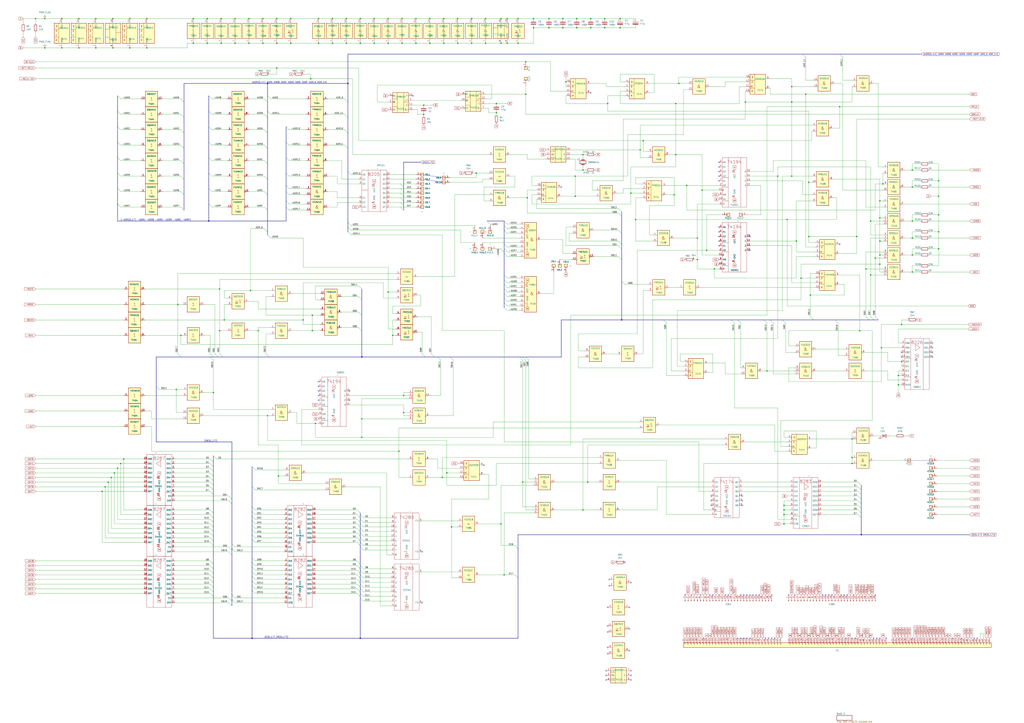
<source format=kicad_sch>
(kicad_sch (version 20231120) (generator "eeschema") (generator_version "8.0")
  (paper "A1")
  (title_block (title "OPS-K3572") (date "2025-03-12") (rev "1") (company "Robotron") (comment 1 "Revision 1, 12.03.2025, Stefan Berndt"))
  (lib_symbols
    (symbol "Connector:Conn_01x29_Pin" (pin_names (offset 1.016) hide)
      (property "Reference" "J" (at 0 38.1 0))
      (property "Value" "Conn_01x29_Pin" (at 0 -38.1 0))
      (symbol "Conn_01x29_Pin_1_1"
        (pin passive line (at 5.08 35.56 180) (length 3.81) (name "Pin_1") (number "1"))
        (pin passive line (at 5.08 12.7 180) (length 3.81) (name "Pin_10") (number "10"))
        (pin passive line (at 5.08 10.16 180) (length 3.81) (name "Pin_11") (number "11"))
        (pin passive line (at 5.08 7.62 180) (length 3.81) (name "Pin_12") (number "12"))
        (pin passive line (at 5.08 5.08 180) (length 3.81) (name "Pin_13") (number "13"))
        (pin passive line (at 5.08 2.54 180) (length 3.81) (name "Pin_14") (number "14"))
        (pin passive line (at 5.08 0 180) (length 3.81) (name "Pin_15") (number "15"))
        (pin passive line (at 5.08 -2.54 180) (length 3.81) (name "Pin_16") (number "16"))
        (pin passive line (at 5.08 -5.08 180) (length 3.81) (name "Pin_17") (number "17"))
        (pin passive line (at 5.08 -7.62 180) (length 3.81) (name "Pin_18") (number "18"))
        (pin passive line (at 5.08 -10.16 180) (length 3.81) (name "Pin_19") (number "19"))
        (pin passive line (at 5.08 33.02 180) (length 3.81) (name "Pin_2") (number "2"))
        (pin passive line (at 5.08 -12.7 180) (length 3.81) (name "Pin_20") (number "20"))
        (pin passive line (at 5.08 -15.24 180) (length 3.81) (name "Pin_21") (number "21"))
        (pin passive line (at 5.08 -17.78 180) (length 3.81) (name "Pin_22") (number "22"))
        (pin passive line (at 5.08 -20.32 180) (length 3.81) (name "Pin_23") (number "23"))
        (pin passive line (at 5.08 -22.86 180) (length 3.81) (name "Pin_24") (number "24"))
        (pin passive line (at 5.08 -25.4 180) (length 3.81) (name "Pin_25") (number "25"))
        (pin passive line (at 5.08 -27.94 180) (length 3.81) (name "Pin_26") (number "26"))
        (pin passive line (at 5.08 -30.48 180) (length 3.81) (name "Pin_27") (number "27"))
        (pin passive line (at 5.08 -33.02 180) (length 3.81) (name "Pin_28") (number "28"))
        (pin passive line (at 5.08 -35.56 180) (length 3.81) (name "Pin_29") (number "29"))
        (pin passive line (at 5.08 30.48 180) (length 3.81) (name "Pin_3") (number "3"))
        (pin passive line (at 5.08 27.94 180) (length 3.81) (name "Pin_4") (number "4"))
        (pin passive line (at 5.08 25.4 180) (length 3.81) (name "Pin_5") (number "5"))
        (pin passive line (at 5.08 22.86 180) (length 3.81) (name "Pin_6") (number "6"))
        (pin passive line (at 5.08 20.32 180) (length 3.81) (name "Pin_7") (number "7"))
        (pin passive line (at 5.08 17.78 180) (length 3.81) (name "Pin_8") (number "8"))
        (pin passive line (at 5.08 15.24 180) (length 3.81) (name "Pin_9") (number "9"))
      )
    )
    (symbol "Connector_Generic:Conn_01x01" (pin_names (offset 1.016) hide)
      (property "Reference" "J" (at 0 2.54 0))
      (property "Value" "Conn_01x01" (at 0 -2.54 0))
      (symbol "Conn_01x01_1_1"
        (pin passive line (at -5.08 0 0) (length 3.81) (name "Pin_1") (number "1"))
      )
    )
    (symbol "Device:C" (pin_numbers hide) (pin_names (offset 0.254))
      (property "Reference" "C" (at 0.635 2.54 0))
      (property "Value" "C" (at 0.635 -2.54 0))
      (symbol "C_1_1"
        (pin passive line (at 0 3.81 270) (length 2.794) (name "~") (number "1"))
        (pin passive line (at 0 -3.81 90) (length 2.794) (name "~") (number "2"))
      )
    )
    (symbol "Device:C_Polarized" (pin_numbers hide) (pin_names (offset 0.254))
      (property "Reference" "C" (at 0.635 2.54 0))
      (property "Value" "C_Polarized" (at 0.635 -2.54 0))
      (symbol "C_Polarized_1_1"
        (pin passive line (at 0 3.81 270) (length 2.794) (name "~") (number "1"))
        (pin passive line (at 0 -3.81 90) (length 2.794) (name "~") (number "2"))
      )
    )
    (symbol "Device:Crystal" (pin_numbers hide) (pin_names (offset 1.016) hide)
      (property "Reference" "Y" (at 0 3.81 0))
      (property "Value" "Crystal" (at 0 -3.81 0))
      (symbol "Crystal_1_1"
        (pin passive line (at -3.81 0 0) (length 1.27) (name "1") (number "1"))
        (pin passive line (at 3.81 0 180) (length 1.27) (name "2") (number "2"))
      )
    )
    (symbol "Device:LED" (pin_numbers hide) (pin_names (offset 1.016) hide)
      (property "Reference" "D" (at 0 2.54 0))
      (property "Value" "LED" (at 0 -2.54 0))
      (symbol "LED_1_1"
        (pin passive line (at -3.81 0 0) (length 2.54) (name "K") (number "1"))
        (pin passive line (at 3.81 0 180) (length 2.54) (name "A") (number "2"))
      )
    )
    (symbol "Device:R" (pin_numbers hide) (pin_names (offset 0))
      (property "Reference" "R" (at 2.032 0 90))
      (property "Value" "R" (at 0 0 90))
      (symbol "R_1_1"
        (pin passive line (at 0 3.81 270) (length 1.27) (name "~") (number "1"))
        (pin passive line (at 0 -3.81 90) (length 1.27) (name "~") (number "2"))
      )
    )
    (symbol "Device:R_Network07_Split" (pin_names (offset 0) hide)
      (property "Reference" "RN" (at 2.032 0 90))
      (property "Value" "R_Network07_Split" (at 0 0 90))
      (symbol "R_Network07_Split_0_1"
        (pin passive line (at 0 3.81 270) (length 1.27) (name "R1") (number "1"))
      )
      (symbol "R_Network07_Split_1_1"
        (pin passive line (at 0 -3.81 90) (length 1.27) (name "R1.2") (number "2"))
      )
      (symbol "R_Network07_Split_2_1"
        (pin passive line (at 0 -3.81 90) (length 1.27) (name "R2.2") (number "3"))
      )
      (symbol "R_Network07_Split_3_1"
        (pin passive line (at 0 -3.81 90) (length 1.27) (name "R3.2") (number "4"))
      )
      (symbol "R_Network07_Split_4_1"
        (pin passive line (at 0 -3.81 90) (length 1.27) (name "R4.2") (number "5"))
      )
      (symbol "R_Network07_Split_5_1"
        (pin passive line (at 0 -3.81 90) (length 1.27) (name "R5.2") (number "6"))
      )
      (symbol "R_Network07_Split_6_1"
        (pin passive line (at 0 -3.81 90) (length 1.27) (name "R6.2") (number "7"))
      )
      (symbol "R_Network07_Split_7_1"
        (pin passive line (at 0 -3.81 90) (length 1.27) (name "R7.2") (number "8"))
      )
    )
    (symbol "Robotron_Symbole:7400"
      (property "Reference" "U" (at 6.35 7.62 0))
      (property "Value" "7400" (at 5.08 -7.62 0))
      (symbol "7400_0_0"
        (text "&" (at 0 0 0) (effects (font (size 2.54 2.54))))
      )
      (symbol "7400_1_1"
        (pin input line (at -8.89 2.54 0) (length 3.81) (name "~") (number "1"))
        (pin input line (at -8.89 -2.54 0) (length 3.81) (name "~") (number "2"))
        (pin output inverted (at 8.89 0 180) (length 3.81) (name "~") (number "3"))
      )
      (symbol "7400_2_1"
        (pin input line (at -8.89 2.54 0) (length 3.81) (name "~") (number "4"))
        (pin input line (at -8.89 -2.54 0) (length 3.81) (name "~") (number "5"))
        (pin output inverted (at 8.89 0 180) (length 3.81) (name "~") (number "6"))
      )
      (symbol "7400_3_1"
        (pin input line (at -8.89 -2.54 0) (length 3.81) (name "~") (number "10"))
        (pin output inverted (at 8.89 0 180) (length 3.81) (name "~") (number "8"))
        (pin input line (at -8.89 2.54 0) (length 3.81) (name "~") (number "9"))
      )
      (symbol "7400_4_1"
        (pin output inverted (at 8.89 0 180) (length 3.81) (name "~") (number "11"))
        (pin input line (at -8.89 2.54 0) (length 3.81) (name "~") (number "12"))
        (pin input line (at -8.89 -2.54 0) (length 3.81) (name "~") (number "13"))
      )
      (symbol "7400_5_1"
        (pin power_in line (at 0 10.16 270) (length 3.81) (name "VCC") (number "14"))
        (pin power_in line (at 0 -10.16 90) (length 3.81) (name "GND") (number "7"))
      )
    )
    (symbol "Robotron_Symbole:7402"
      (property "Reference" "U" (at -2.794 -4.318 0))
      (property "Value" "7402" (at -0.254 3.81 0))
      (symbol "7402_0_0"
        (text ">1" (at 0 0 0) (effects (font (size 2.54 2.54))))
      )
      (symbol "7402_1_1"
        (pin output inverted (at 8.89 0 180) (length 3.81) (name "~") (number "1"))
        (pin input line (at -8.89 2.54 0) (length 3.81) (name "~") (number "2"))
        (pin input line (at -8.89 -2.54 0) (length 3.81) (name "~") (number "3"))
      )
      (symbol "7402_2_1"
        (pin output inverted (at 8.89 0 180) (length 3.81) (name "~") (number "4"))
        (pin input line (at -8.89 2.54 0) (length 3.81) (name "~") (number "5"))
        (pin input line (at -8.89 -2.54 0) (length 3.81) (name "~") (number "6"))
      )
      (symbol "7402_3_1"
        (pin output inverted (at 8.89 0 180) (length 3.81) (name "~") (number "10"))
        (pin input line (at -8.89 2.54 0) (length 3.81) (name "~") (number "8"))
        (pin input line (at -8.89 -2.54 0) (length 3.81) (name "~") (number "9"))
      )
      (symbol "7402_4_1"
        (pin input line (at -8.89 2.54 0) (length 3.81) (name "~") (number "11"))
        (pin input line (at -8.89 -2.54 0) (length 3.81) (name "~") (number "12"))
        (pin output inverted (at 8.89 0 180) (length 3.81) (name "~") (number "13"))
      )
      (symbol "7402_5_1"
        (pin power_in line (at 0 10.16 270) (length 3.81) (name "VCC") (number "14"))
        (pin power_in line (at 0 -10.16 90) (length 3.81) (name "GND") (number "7"))
      )
    )
    (symbol "Robotron_Symbole:7404"
      (property "Reference" "U" (at -3.556 -4.318 0))
      (property "Value" "7404" (at -0.508 3.81 0))
      (symbol "7404_0_0"
        (text "1" (at 0 0 0) (effects (font (size 2.54 2.54))))
      )
      (symbol "7404_1_1"
        (pin input line (at -8.89 0 0) (length 3.81) (name "~") (number "1"))
        (pin output inverted (at 8.89 0 180) (length 3.81) (name "~") (number "2"))
      )
      (symbol "7404_2_1"
        (pin input line (at -8.89 0 0) (length 3.81) (name "~") (number "3"))
        (pin output inverted (at 8.89 0 180) (length 3.81) (name "~") (number "4"))
      )
      (symbol "7404_3_1"
        (pin input line (at -8.89 0 0) (length 3.81) (name "~") (number "5"))
        (pin output inverted (at 8.89 0 180) (length 3.81) (name "~") (number "6"))
      )
      (symbol "7404_4_1"
        (pin output inverted (at 8.89 0 180) (length 3.81) (name "~") (number "8"))
        (pin input line (at -8.89 0 0) (length 3.81) (name "~") (number "9"))
      )
      (symbol "7404_5_1"
        (pin output inverted (at 8.89 0 180) (length 3.81) (name "~") (number "10"))
        (pin input line (at -8.89 0 0) (length 3.81) (name "~") (number "11"))
      )
      (symbol "7404_6_1"
        (pin output inverted (at 8.89 0 180) (length 3.81) (name "~") (number "12"))
        (pin input line (at -8.89 0 0) (length 3.81) (name "~") (number "13"))
      )
      (symbol "7404_7_1"
        (pin power_in line (at 0 10.16 270) (length 3.81) (name "VCC") (number "14"))
        (pin power_in line (at 0 -10.16 90) (length 3.81) (name "GND") (number "7"))
      )
    )
    (symbol "Robotron_Symbole:7408"
      (property "Reference" "U" (at 6.35 7.62 0))
      (property "Value" "7408" (at 5.08 -7.62 0))
      (symbol "7408_0_0"
        (text "&" (at 0 0 0) (effects (font (size 2.54 2.54))))
      )
      (symbol "7408_1_1"
        (pin input line (at -8.89 2.54 0) (length 3.81) (name "~") (number "1"))
        (pin input line (at -8.89 -2.54 0) (length 3.81) (name "~") (number "2"))
        (pin output line (at 8.89 0 180) (length 3.81) (name "~") (number "3"))
      )
      (symbol "7408_2_1"
        (pin input line (at -8.89 2.54 0) (length 3.81) (name "~") (number "4"))
        (pin input line (at -8.89 -2.54 0) (length 3.81) (name "~") (number "5"))
        (pin output line (at 8.89 0 180) (length 3.81) (name "~") (number "6"))
      )
      (symbol "7408_3_1"
        (pin input line (at -8.89 -2.54 0) (length 3.81) (name "~") (number "10"))
        (pin output line (at 8.89 0 180) (length 3.81) (name "~") (number "8"))
        (pin input line (at -8.89 2.54 0) (length 3.81) (name "~") (number "9"))
      )
      (symbol "7408_4_1"
        (pin output line (at 8.89 0 180) (length 3.81) (name "~") (number "11"))
        (pin input line (at -8.89 2.54 0) (length 3.81) (name "~") (number "12"))
        (pin input line (at -8.89 -2.54 0) (length 3.81) (name "~") (number "13"))
      )
      (symbol "7408_5_1"
        (pin power_in line (at 0 10.16 270) (length 3.81) (name "VCC") (number "14"))
        (pin power_in line (at 0 -10.16 90) (length 3.81) (name "GND") (number "7"))
      )
    )
    (symbol "Robotron_Symbole:7410"
      (property "Reference" "U" (at 6.35 7.62 0))
      (property "Value" "7410" (at 5.08 -7.62 0))
      (symbol "7410_0_0"
        (text "&" (at 0 0 0) (effects (font (size 2.54 2.54))))
      )
      (symbol "7410_1_1"
        (pin input line (at -8.89 2.54 0) (length 3.81) (name "~") (number "3"))
        (pin input line (at -8.89 0 0) (length 3.81) (name "~") (number "4"))
        (pin input line (at -8.89 -2.54 0) (length 3.81) (name "~") (number "5"))
        (pin output inverted (at 8.89 0 180) (length 3.81) (name "~") (number "6"))
      )
      (symbol "7410_2_1"
        (pin input line (at -8.89 2.54 0) (length 3.81) (name "~") (number "1"))
        (pin output inverted (at 8.89 0 180) (length 3.81) (name "~") (number "12"))
        (pin input line (at -8.89 -2.54 0) (length 3.81) (name "~") (number "13"))
        (pin input line (at -8.89 0 0) (length 3.81) (name "~") (number "2"))
      )
      (symbol "7410_3_1"
        (pin input line (at -8.89 0 0) (length 3.81) (name "~") (number "10"))
        (pin input line (at -8.89 2.54 0) (length 3.81) (name "~") (number "11"))
        (pin output inverted (at 8.89 0 180) (length 3.81) (name "~") (number "8"))
        (pin input line (at -8.89 -2.54 0) (length 3.81) (name "~") (number "9"))
      )
      (symbol "7410_4_1"
        (pin power_in line (at 0 10.16 270) (length 3.81) (name "VCC") (number "14"))
        (pin power_in line (at 0 -10.16 90) (length 3.81) (name "GND") (number "7"))
      )
    )
    (symbol "Robotron_Symbole:74123"
      (property "Reference" "U" (at 6.35 7.62 0))
      (property "Value" "74123" (at 2.794 -11.684 0))
      (symbol "74123_1_1"
        (pin input clock_low (at -8.89 3.81 0) (length 3.81) (name "A") (number "1"))
        (pin output line (at 11.43 3.81 180) (length 3.81) (name "F") (number "13"))
        (pin input line (at 11.43 -3.81 180) (length 3.81) (name "C") (number "14"))
        (pin bidirectional line (at 11.43 -7.62 180) (length 3.81) (name "RL") (number "15"))
        (pin input clock (at -8.89 -1.27 0) (length 3.81) (name "B") (number "2"))
        (pin input inverted (at -8.89 -7.62 0) (length 3.81) (name "R") (number "3"))
        (pin output line (at 11.43 0 180) (length 3.81) (name "-F") (number "4"))
      )
      (symbol "74123_2_1"
        (pin input clock (at -8.89 -1.27 0) (length 3.81) (name "B") (number "10"))
        (pin input inverted (at -8.89 -7.62 0) (length 3.81) (name "R") (number "11"))
        (pin output line (at 11.43 0 180) (length 3.81) (name "-F") (number "12"))
        (pin output line (at 11.43 3.81 180) (length 3.81) (name "F") (number "5"))
        (pin input line (at 11.43 -3.81 180) (length 3.81) (name "C") (number "6"))
        (pin bidirectional line (at 11.43 -7.62 180) (length 3.81) (name "RL") (number "7"))
        (pin input clock_low (at -8.89 3.81 0) (length 3.81) (name "A") (number "9"))
      )
      (symbol "74123_3_1"
        (pin power_in line (at 1.27 10.16 270) (length 3.81) (name "VCC") (number "16"))
        (pin power_in line (at 1.27 -13.97 90) (length 3.81) (name "GND") (number "8"))
      )
    )
    (symbol "Robotron_Symbole:74124"
      (property "Reference" "U" (at 6.35 7.62 0))
      (property "Value" "74124" (at 1.27 0.254 0))
      (symbol "74124_1_1"
        (pin input line (at -8.89 3.81 0) (length 3.81) (name "FC") (number "2"))
        (pin input line (at -8.89 0 0) (length 3.81) (name "RA") (number "3"))
        (pin output line (at 11.43 0 180) (length 3.81) (name "C") (number "4"))
        (pin output line (at 11.43 -3.81 180) (length 3.81) (name "C") (number "5"))
        (pin input inverted (at -8.89 -3.81 0) (length 3.81) (name "EN") (number "6"))
        (pin output line (at 11.43 3.81 180) (length 3.81) (name "F") (number "7"))
      )
      (symbol "74124_2_1"
        (pin input line (at -8.89 3.81 0) (length 3.81) (name "FC") (number "1"))
        (pin output line (at 11.43 3.81 180) (length 3.81) (name "F") (number "10"))
        (pin input inverted (at -8.89 -3.81 0) (length 3.81) (name "EN") (number "11"))
        (pin output line (at 11.43 0 180) (length 3.81) (name "C") (number "12"))
        (pin output line (at 11.43 -3.81 180) (length 3.81) (name "C") (number "13"))
        (pin input line (at -8.89 0 0) (length 3.81) (name "RA") (number "14"))
      )
      (symbol "74124_3_1"
        (pin power_in line (at 6.35 10.16 270) (length 3.81) (name "VCC") (number "15"))
        (pin power_in line (at 1.27 10.16 270) (length 3.81) (name "VCC") (number "16"))
        (pin power_in line (at 1.27 -10.16 90) (length 3.81) (name "GND") (number "8"))
        (pin power_in line (at 6.35 -10.16 90) (length 3.81) (name "GND") (number "9"))
      )
    )
    (symbol "Robotron_Symbole:74174"
      (property "Reference" "U" (at 0 2.54 0))
      (symbol "74174_1_1"
        (text "74174" (at 12.446 0.254 0) (effects (font (size 2.54 2.54))))
        (pin input line (at 0 -26.67 0) (length 2.54) (name "R") (number "1"))
        (pin output line (at 25.4 -11.43 180) (length 2.54) (name "Q4") (number "10"))
        (pin input line (at 0 -11.43 0) (length 2.54) (name "D4") (number "11"))
        (pin output line (at 25.4 -15.24 180) (length 2.54) (name "Q5") (number "12"))
        (pin input line (at 0 -15.24 0) (length 2.54) (name "D5") (number "13"))
        (pin input line (at 0 -19.05 0) (length 2.54) (name "D6") (number "14"))
        (pin output line (at 25.4 -19.05 180) (length 2.54) (name "Q5") (number "15"))
        (pin power_in line (at 12.7 -6.35 270) (length 2.54) (name "UCC") (number "16"))
        (pin output line (at 25.4 0 180) (length 2.54) (name "Q1") (number "2"))
        (pin input line (at 0 0 0) (length 2.54) (name "D1") (number "3"))
        (pin input line (at 0 -3.81 0) (length 2.54) (name "D2") (number "4"))
        (pin output line (at 25.4 -3.81 180) (length 2.54) (name "Q2") (number "5"))
        (pin input line (at 0 -7.62 0) (length 2.54) (name "D3") (number "6"))
        (pin output line (at 25.4 -7.62 180) (length 2.54) (name "Q3") (number "7"))
        (pin power_in line (at 12.7 -21.59 90) (length 2.54) (name "GND") (number "8"))
        (pin input clock (at 0 -22.86 0) (length 2.54) (name "C") (number "9"))
      )
    )
    (symbol "Robotron_Symbole:74194"
      (property "Reference" "U" (at 0 2.54 0))
      (symbol "74194_1_1"
        (text "74194" (at 12.446 0.254 0) (effects (font (size 2.54 2.54))))
        (pin input inverted (at 0 -34.29 0) (length 2.54) (name "R") (number "1"))
        (pin input line (at 0 -30.48 0) (length 2.54) (name "M1") (number "10"))
        (pin input clock (at 0 -22.86 0) (length 2.54) (name "T") (number "11"))
        (pin output line (at 25.4 -19.05 180) (length 2.54) (name "3") (number "12"))
        (pin output line (at 25.4 -15.24 180) (length 2.54) (name "2") (number "13"))
        (pin output line (at 25.4 -11.43 180) (length 2.54) (name "1") (number "14"))
        (pin output line (at 25.4 -7.62 180) (length 2.54) (name "0") (number "15"))
        (pin power_in line (at 12.7 -6.35 270) (length 2.54) (name "UCC") (number "16"))
        (pin input line (at 0 -19.05 0) (length 2.54) (name "AR") (number "2"))
        (pin input line (at 0 0 0) (length 2.54) (name "A0") (number "3"))
        (pin input line (at 0 -3.81 0) (length 2.54) (name "A1") (number "4"))
        (pin input line (at 0 -7.62 0) (length 2.54) (name "A2") (number "5"))
        (pin input line (at 0 -11.43 0) (length 2.54) (name "A3") (number "6"))
        (pin input line (at 0 -15.24 0) (length 2.54) (name "AL") (number "7"))
        (pin power_in line (at 12.7 -29.21 90) (length 2.54) (name "GND") (number "8"))
        (pin input line (at 0 -26.67 0) (length 2.54) (name "M0") (number "9"))
      )
    )
    (symbol "Robotron_Symbole:74280"
      (property "Reference" "U" (at 0 2.54 0))
      (symbol "74280_1_1"
        (text "74280" (at 12.446 0.254 0) (effects (font (size 2.54 2.54))))
        (pin input line (at 0 -22.86 0) (length 2.54) (name "6") (number "1"))
        (pin input line (at 0 -7.62 0) (length 2.54) (name "2") (number "10"))
        (pin input line (at 0 -11.43 0) (length 2.54) (name "3") (number "11"))
        (pin input line (at 0 -15.24 0) (length 2.54) (name "4") (number "12"))
        (pin input line (at 0 -19.05 0) (length 2.54) (name "5") (number "13"))
        (pin power_in line (at 12.7 -6.35 270) (length 2.54) (name "UCC") (number "14"))
        (pin input line (at 0 -26.67 0) (length 2.54) (name "7") (number "2"))
        (pin input line (at 0 -30.48 0) (length 2.54) (name "8") (number "4"))
        (pin output line (at 25.4 -2.54 180) (length 2.54) (name "F1") (number "5"))
        (pin output line (at 25.4 -27.94 180) (length 2.54) (name "F2") (number "6"))
        (pin power_in line (at 12.7 -29.21 90) (length 2.54) (name "GND") (number "7"))
        (pin input line (at 0 0 0) (length 2.54) (name "0") (number "8"))
        (pin input line (at 0 -3.81 0) (length 2.54) (name "1") (number "9"))
      )
    )
    (symbol "Robotron_Symbole:7430"
      (property "Reference" "U" (at -0.254 -15.494 0))
      (property "Value" "7430" (at 1.524 -1.016 0))
      (symbol "7430_0_0"
        (text "&" (at 1.27 -7.62 0) (effects (font (size 2.54 2.54))))
      )
      (symbol "7430_1_1"
        (pin input line (at -8.89 -6.35 0) (length 3.81) (name "~") (number "1"))
        (pin input line (at -8.89 -17.78 0) (length 3.81) (name "~") (number "11"))
        (pin input line (at -8.89 -10.16 0) (length 3.81) (name "~") (number "12"))
        (pin power_in line (at -2.54 1.27 270) (length 3.81) (name "UCC") (number "14"))
        (pin input line (at -8.89 -21.59 0) (length 3.81) (name "~") (number "2"))
        (pin input line (at -8.89 5.08 0) (length 3.81) (name "~") (number "3"))
        (pin input line (at -8.89 1.27 0) (length 3.81) (name "~") (number "4"))
        (pin input line (at -8.89 -2.54 0) (length 3.81) (name "~") (number "5"))
        (pin input line (at -8.89 -13.97 0) (length 3.81) (name "~") (number "6"))
        (pin power_in line (at -2.54 -17.78 90) (length 3.81) (name "GND") (number "7"))
        (pin output inverted (at 8.89 -7.62 180) (length 3.81) (name "~") (number "8"))
      )
    )
    (symbol "Robotron_Symbole:7438"
      (property "Reference" "U" (at 6.35 7.62 0))
      (property "Value" "7438" (at 5.08 -7.62 0))
      (symbol "7438_0_0"
        (text "&" (at 0 0 0) (effects (font (size 2.54 2.54))))
      )
      (symbol "7438_1_1"
        (pin input line (at -8.89 2.54 0) (length 3.81) (name "~") (number "1"))
        (pin input line (at -8.89 -2.54 0) (length 3.81) (name "~") (number "2"))
        (pin open_collector inverted (at 8.89 0 180) (length 3.81) (name "~") (number "3"))
      )
      (symbol "7438_2_1"
        (pin input line (at -8.89 2.54 0) (length 3.81) (name "~") (number "4"))
        (pin input line (at -8.89 -2.54 0) (length 3.81) (name "~") (number "5"))
        (pin open_collector inverted (at 8.89 0 180) (length 3.81) (name "~") (number "6"))
      )
      (symbol "7438_3_1"
        (pin input line (at -8.89 -2.54 0) (length 3.81) (name "~") (number "10"))
        (pin open_collector inverted (at 8.89 0 180) (length 3.81) (name "~") (number "8"))
        (pin input line (at -8.89 2.54 0) (length 3.81) (name "~") (number "9"))
      )
      (symbol "7438_4_1"
        (pin open_collector inverted (at 8.89 0 180) (length 3.81) (name "~") (number "11"))
        (pin input line (at -8.89 2.54 0) (length 3.81) (name "~") (number "12"))
        (pin input line (at -8.89 -2.54 0) (length 3.81) (name "~") (number "13"))
      )
      (symbol "7438_5_1"
        (pin power_in line (at 0 10.16 270) (length 3.81) (name "VCC") (number "14"))
        (pin power_in line (at 0 -10.16 90) (length 3.81) (name "GND") (number "7"))
      )
    )
    (symbol "Robotron_Symbole:7474"
      (property "Reference" "U" (at 6.35 7.62 0))
      (property "Value" "7474" (at 5.588 -11.938 0))
      (symbol "7474_1_1"
        (text "C" (at -3.302 -3.81 0) (effects (font (size 1.27 1.27))))
        (text "D" (at -3.302 0 0) (effects (font (size 1.27 1.27))))
        (text "R" (at -3.302 -7.62 0) (effects (font (size 1.27 1.27))))
        (text "S" (at -3.048 3.81 0) (effects (font (size 1.27 1.27))))
        (pin input inverted (at -8.89 -7.62 0) (length 3.81) (name "~") (number "1"))
        (pin input line (at -8.89 0 0) (length 3.81) (name "~") (number "2"))
        (pin input clock (at -8.89 -3.81 0) (length 3.81) (name "~") (number "3"))
        (pin input inverted (at -8.89 3.81 0) (length 3.81) (name "~") (number "4"))
        (pin output line (at 11.43 2.54 180) (length 3.81) (name "~") (number "5"))
        (pin output inverted (at 11.43 -5.08 180) (length 3.81) (name "~") (number "6"))
      )
      (symbol "7474_2_1"
        (text "C" (at -3.302 -3.81 0) (effects (font (size 1.27 1.27))))
        (text "D" (at -3.302 0 0) (effects (font (size 1.27 1.27))))
        (text "R" (at -3.302 -7.62 0) (effects (font (size 1.27 1.27))))
        (text "S" (at -3.048 3.81 0) (effects (font (size 1.27 1.27))))
        (pin input inverted (at -8.89 3.81 0) (length 3.81) (name "~") (number "10"))
        (pin input clock (at -8.89 -3.81 0) (length 3.81) (name "~") (number "11"))
        (pin input line (at -8.89 0 0) (length 3.81) (name "~") (number "12"))
        (pin input inverted (at -8.89 -7.62 0) (length 3.81) (name "~") (number "13"))
        (pin output inverted (at 11.43 -5.08 180) (length 3.81) (name "~") (number "8"))
        (pin output line (at 11.43 2.54 180) (length 3.81) (name "~") (number "9"))
      )
      (symbol "7474_3_1"
        (text "C" (at -3.302 -3.81 0) (effects (font (size 1.27 1.27))))
        (text "D" (at -3.302 0 0) (effects (font (size 1.27 1.27))))
        (text "R" (at -3.302 -7.62 0) (effects (font (size 1.27 1.27))))
        (text "S" (at -3.048 3.81 0) (effects (font (size 1.27 1.27))))
        (pin power_in line (at 1.27 10.16 270) (length 3.81) (name "VCC") (number "14"))
        (pin power_in line (at 1.27 -13.97 90) (length 3.81) (name "GND") (number "7"))
      )
    )
    (symbol "Robotron_Symbole:7486"
      (property "Reference" "U" (at 6.35 7.62 0))
      (property "Value" "7486" (at 5.08 -7.62 0))
      (symbol "7486_0_0"
        (text "=" (at 0 0 0) (effects (font (size 2.54 2.54))))
      )
      (symbol "7486_1_1"
        (pin input line (at -8.89 2.54 0) (length 3.81) (name "~") (number "1"))
        (pin input line (at -8.89 -2.54 0) (length 3.81) (name "~") (number "2"))
        (pin output line (at 8.89 0 180) (length 3.81) (name "~") (number "3"))
      )
      (symbol "7486_2_1"
        (pin input line (at -8.89 2.54 0) (length 3.81) (name "~") (number "4"))
        (pin input line (at -8.89 -2.54 0) (length 3.81) (name "~") (number "5"))
        (pin output line (at 8.89 0 180) (length 3.81) (name "~") (number "6"))
      )
      (symbol "7486_3_1"
        (pin input line (at -8.89 -2.54 0) (length 3.81) (name "~") (number "10"))
        (pin output line (at 8.89 0 180) (length 3.81) (name "~") (number "8"))
        (pin input line (at -8.89 2.54 0) (length 3.81) (name "~") (number "9"))
      )
      (symbol "7486_4_1"
        (pin output line (at 8.89 0 180) (length 3.81) (name "~") (number "11"))
        (pin input line (at -8.89 2.54 0) (length 3.81) (name "~") (number "12"))
        (pin input line (at -8.89 -2.54 0) (length 3.81) (name "~") (number "13"))
      )
      (symbol "7486_5_1"
        (pin power_in line (at 0 10.16 270) (length 3.81) (name "VCC") (number "14"))
        (pin power_in line (at 0 -10.16 90) (length 3.81) (name "GND") (number "7"))
      )
    )
    (symbol "Robotron_Symbole:8205"
      (property "Reference" "U" (at 0 2.54 0))
      (symbol "8205_1_1"
        (text "8205" (at 12.446 0.254 0) (effects (font (size 2.54 2.54))))
        (pin input line (at 0 0 0) (length 2.54) (name "A0") (number "1"))
        (pin output inverted (at 25.4 -19.05 180) (length 2.54) (name "O5") (number "10"))
        (pin output inverted (at 25.4 -15.24 180) (length 2.54) (name "O4") (number "11"))
        (pin output inverted (at 25.4 -11.43 180) (length 2.54) (name "O3") (number "12"))
        (pin output inverted (at 25.4 -7.62 180) (length 2.54) (name "O2") (number "13"))
        (pin output inverted (at 25.4 -3.81 180) (length 2.54) (name "O1") (number "14"))
        (pin output inverted (at 25.4 0 180) (length 2.54) (name "O0") (number "15"))
        (pin power_in line (at 12.7 -7.62 270) (length 2.54) (name "UCC") (number "16"))
        (pin input line (at 0 -3.81 0) (length 2.54) (name "A1") (number "2"))
        (pin input line (at 0 -7.62 0) (length 2.54) (name "A2") (number "3"))
        (pin input inverted (at 0 -19.05 0) (length 2.54) (name "E1") (number "4"))
        (pin input inverted (at 0 -22.86 0) (length 2.54) (name "E2") (number "5"))
        (pin input line (at 0 -26.67 0) (length 2.54) (name "E3") (number "6"))
        (pin output inverted (at 25.4 -26.67 180) (length 2.54) (name "O7") (number "7"))
        (pin power_in line (at 12.7 -24.13 90) (length 2.54) (name "GND") (number "8"))
        (pin output inverted (at 25.4 -22.86 180) (length 2.54) (name "O6") (number "9"))
      )
    )
    (symbol "Robotron_Symbole:8226"
      (property "Reference" "U" (at 0 2.54 0))
      (symbol "8226_1_1"
        (text "8226" (at 12.7 0.508 0) (effects (font (size 2.54 2.54))))
        (pin input inverted (at 0 -30.48 0) (length 2.54) (name "CS") (number "1"))
        (pin bidirectional line (at 0 -7.62 0) (length 2.54) (name "DB2") (number "10"))
        (pin tri_state inverted (at 25.4 -7.62 180) (length 2.54) (name "DO2") (number "11"))
        (pin input inverted (at 0 -26.67 0) (length 2.54) (name "DI3") (number "12"))
        (pin bidirectional line (at 0 -11.43 0) (length 2.54) (name "DB3") (number "13"))
        (pin tri_state inverted (at 25.4 -11.43 180) (length 2.54) (name "DO3") (number "14"))
        (pin input inverted (at 0 -34.29 0) (length 2.54) (name "DIEN") (number "15"))
        (pin power_in line (at 12.7 -12.7 270) (length 2.54) (name "UCC") (number "16"))
        (pin tri_state inverted (at 25.4 0 180) (length 2.54) (name "DO0") (number "2"))
        (pin bidirectional line (at 0 0 0) (length 2.54) (name "DB0") (number "3"))
        (pin input inverted (at 0 -15.24 0) (length 2.54) (name "DI0") (number "4"))
        (pin tri_state inverted (at 25.4 -3.81 180) (length 2.54) (name "DO1") (number "5"))
        (pin bidirectional line (at 0 -3.81 0) (length 2.54) (name "DB1") (number "6"))
        (pin input inverted (at 0 -19.05 0) (length 2.54) (name "DI1") (number "7"))
        (pin power_in line (at 12.7 -29.21 90) (length 2.54) (name "GND") (number "8"))
        (pin input inverted (at 0 -22.86 0) (length 2.54) (name "DI2") (number "9"))
      )
    )
    (symbol "Robotron_Symbole:8282"
      (property "Reference" "U" (at 0 2.54 0))
      (symbol "8282_1_1"
        (text "8282" (at 12.7 0.508 0) (effects (font (size 2.54 2.54))))
        (pin input line (at 0 0 0) (length 2.54) (name "DI0") (number "1"))
        (pin power_in line (at 12.7 -29.21 90) (length 2.54) (name "GND") (number "10"))
        (pin input line (at 0 -34.29 0) (length 2.54) (name "STB") (number "11"))
        (pin tri_state line (at 25.4 -26.67 180) (length 2.54) (name "DO7") (number "12"))
        (pin tri_state line (at 25.4 -22.86 180) (length 2.54) (name "DO6") (number "13"))
        (pin tri_state line (at 25.4 -19.05 180) (length 2.54) (name "DO5") (number "14"))
        (pin tri_state line (at 25.4 -15.24 180) (length 2.54) (name "DO4") (number "15"))
        (pin tri_state line (at 25.4 -11.43 180) (length 2.54) (name "DO3") (number "16"))
        (pin tri_state line (at 25.4 -7.62 180) (length 2.54) (name "DO2") (number "17"))
        (pin tri_state line (at 25.4 -3.81 180) (length 2.54) (name "DO1") (number "18"))
        (pin tri_state line (at 25.4 0 180) (length 2.54) (name "DO0") (number "19"))
        (pin input line (at 0 -3.81 0) (length 2.54) (name "DI1") (number "2"))
        (pin power_in line (at 12.7 -12.7 270) (length 2.54) (name "UCC") (number "20"))
        (pin input line (at 0 -7.62 0) (length 2.54) (name "DI2") (number "3"))
        (pin input line (at 0 -11.43 0) (length 2.54) (name "DI3") (number "4"))
        (pin input line (at 0 -15.24 0) (length 2.54) (name "DI4") (number "5"))
        (pin input line (at 0 -19.05 0) (length 2.54) (name "DI5") (number "6"))
        (pin input line (at 0 -22.86 0) (length 2.54) (name "DI6") (number "7"))
        (pin input line (at 0 -26.67 0) (length 2.54) (name "DI7") (number "8"))
        (pin input inverted (at 0 -30.48 0) (length 2.54) (name "CS") (number "9"))
      )
    )
    (symbol "Robotron_Symbole:8283"
      (property "Reference" "U" (at 0 2.54 0))
      (symbol "8283_1_1"
        (text "8283" (at 12.7 0.508 0) (effects (font (size 2.54 2.54))))
        (pin input line (at 0 0 0) (length 2.54) (name "DI0") (number "1"))
        (pin power_in line (at 12.7 -29.21 90) (length 2.54) (name "GND") (number "10"))
        (pin input line (at 0 -34.29 0) (length 2.54) (name "STB") (number "11"))
        (pin tri_state inverted (at 25.4 -26.67 180) (length 2.54) (name "DO7") (number "12"))
        (pin tri_state inverted (at 25.4 -22.86 180) (length 2.54) (name "DO6") (number "13"))
        (pin tri_state inverted (at 25.4 -19.05 180) (length 2.54) (name "DO5") (number "14"))
        (pin tri_state inverted (at 25.4 -15.24 180) (length 2.54) (name "DO4") (number "15"))
        (pin tri_state inverted (at 25.4 -11.43 180) (length 2.54) (name "DO3") (number "16"))
        (pin tri_state inverted (at 25.4 -7.62 180) (length 2.54) (name "DO2") (number "17"))
        (pin tri_state inverted (at 25.4 -3.81 180) (length 2.54) (name "DO1") (number "18"))
        (pin tri_state inverted (at 25.4 0 180) (length 2.54) (name "DO0") (number "19"))
        (pin input line (at 0 -3.81 0) (length 2.54) (name "DI1") (number "2"))
        (pin power_in line (at 12.7 -12.7 270) (length 2.54) (name "UCC") (number "20"))
        (pin input line (at 0 -7.62 0) (length 2.54) (name "DI2") (number "3"))
        (pin input line (at 0 -11.43 0) (length 2.54) (name "DI3") (number "4"))
        (pin input line (at 0 -15.24 0) (length 2.54) (name "DI4") (number "5"))
        (pin input line (at 0 -19.05 0) (length 2.54) (name "DI5") (number "6"))
        (pin input line (at 0 -22.86 0) (length 2.54) (name "DI6") (number "7"))
        (pin input line (at 0 -26.67 0) (length 2.54) (name "DI7") (number "8"))
        (pin input inverted (at 0 -30.48 0) (length 2.54) (name "CS") (number "9"))
      )
    )
    (symbol "Robotron_Symbole:8287"
      (property "Reference" "U" (at 0 2.54 0))
      (symbol "8287_1_1"
        (text "8287" (at 12.7 0.508 0) (effects (font (size 2.54 2.54))))
        (pin bidirectional line (at 0 0 0) (length 2.54) (name "DA0") (number "1"))
        (pin power_in line (at 12.7 -30.48 90) (length 2.54) (name "GND") (number "10"))
        (pin input line (at 0 -34.29 0) (length 2.54) (name "DIR") (number "11"))
        (pin bidirectional inverted (at 25.4 -26.67 180) (length 2.54) (name "DB7") (number "12"))
        (pin bidirectional inverted (at 25.4 -22.86 180) (length 2.54) (name "DB6") (number "13"))
        (pin bidirectional inverted (at 25.4 -19.05 180) (length 2.54) (name "DB5") (number "14"))
        (pin bidirectional inverted (at 25.4 -15.24 180) (length 2.54) (name "DB4") (number "15"))
        (pin bidirectional inverted (at 25.4 -11.43 180) (length 2.54) (name "DB3") (number "16"))
        (pin bidirectional inverted (at 25.4 -7.62 180) (length 2.54) (name "DB2") (number "17"))
        (pin bidirectional inverted (at 25.4 -3.81 180) (length 2.54) (name "DB1") (number "18"))
        (pin bidirectional inverted (at 25.4 0 180) (length 2.54) (name "DB0") (number "19"))
        (pin bidirectional line (at 0 -3.81 0) (length 2.54) (name "DA1") (number "2"))
        (pin power_in line (at 12.7 -13.97 270) (length 2.54) (name "UCC") (number "20"))
        (pin bidirectional line (at 0 -7.62 0) (length 2.54) (name "DA2") (number "3"))
        (pin bidirectional line (at 0 -11.43 0) (length 2.54) (name "DA3") (number "4"))
        (pin bidirectional line (at 0 -15.24 0) (length 2.54) (name "DA4") (number "5"))
        (pin bidirectional line (at 0 -19.05 0) (length 2.54) (name "DA5") (number "6"))
        (pin bidirectional line (at 0 -22.86 0) (length 2.54) (name "DA6") (number "7"))
        (pin bidirectional line (at 0 -26.67 0) (length 2.54) (name "DA7") (number "8"))
        (pin input inverted (at 0 -30.48 0) (length 2.54) (name "CS") (number "9"))
      )
    )
    (symbol "Robotron_Symbole:DIN41612_ABC" (pin_names (offset 1.016) hide)
      (property "Reference" "X1" (at 5.08 -86.995 90))
      (property "Value" "DIN41612_03x32_ABC" (at 7.62 -86.995 90))
      (symbol "DIN41612_ABC_1_1"
        (pin passive line (at -5.08 38.1 0) (length 3.81) (name "Pin_a1") (number "a1"))
        (pin passive line (at -5.08 15.24 0) (length 3.81) (name "Pin_a10") (number "a10"))
        (pin passive line (at -5.08 12.7 0) (length 3.81) (name "Pin_a11") (number "a11"))
        (pin passive line (at -5.08 10.16 0) (length 3.81) (name "Pin_a12") (number "a12"))
        (pin passive line (at -5.08 7.62 0) (length 3.81) (name "Pin_a13") (number "a13"))
        (pin passive line (at -5.08 5.08 0) (length 3.81) (name "Pin_a14") (number "a14"))
        (pin passive line (at -5.08 2.54 0) (length 3.81) (name "Pin_a15") (number "a15"))
        (pin passive line (at -5.08 0 0) (length 3.81) (name "Pin_a16") (number "a16"))
        (pin passive line (at -5.08 -2.54 0) (length 3.81) (name "Pin_a17") (number "a17"))
        (pin passive line (at -5.08 -5.08 0) (length 3.81) (name "Pin_a18") (number "a18"))
        (pin passive line (at -5.08 -7.62 0) (length 3.81) (name "Pin_a19") (number "a19"))
        (pin passive line (at -5.08 35.56 0) (length 3.81) (name "Pin_a2") (number "a2"))
        (pin passive line (at -5.08 -10.16 0) (length 3.81) (name "Pin_a20") (number "a20"))
        (pin passive line (at -5.08 -12.7 0) (length 3.81) (name "Pin_a21") (number "a21"))
        (pin passive line (at -5.08 -15.24 0) (length 3.81) (name "Pin_a22") (number "a22"))
        (pin passive line (at -5.08 -17.78 0) (length 3.81) (name "Pin_a23") (number "a23"))
        (pin passive line (at -5.08 -20.32 0) (length 3.81) (name "Pin_a24") (number "a24"))
        (pin passive line (at -5.08 -22.86 0) (length 3.81) (name "Pin_a25") (number "a25"))
        (pin passive line (at -5.08 -25.4 0) (length 3.81) (name "Pin_a26") (number "a26"))
        (pin passive line (at -5.08 -27.94 0) (length 3.81) (name "Pin_a27") (number "a27"))
        (pin passive line (at -5.08 -30.48 0) (length 3.81) (name "Pin_a28") (number "a28"))
        (pin passive line (at -5.08 -33.02 0) (length 3.81) (name "Pin_a29") (number "a29"))
        (pin passive line (at -5.08 33.02 0) (length 3.81) (name "Pin_a3") (number "a3"))
        (pin passive line (at -5.08 -35.56 0) (length 3.81) (name "Pin_a30") (number "a30"))
        (pin passive line (at -5.08 -38.1 0) (length 3.81) (name "Pin_a31") (number "a31"))
        (pin passive line (at -5.08 -40.64 0) (length 3.81) (name "Pin_a32") (number "a32"))
        (pin passive line (at -5.08 30.48 0) (length 3.81) (name "Pin_a4") (number "a4"))
        (pin passive line (at -5.08 27.94 0) (length 3.81) (name "Pin_a5") (number "a5"))
        (pin passive line (at -5.08 25.4 0) (length 3.81) (name "Pin_a6") (number "a6"))
        (pin passive line (at -5.08 22.86 0) (length 3.81) (name "Pin_a7") (number "a7"))
        (pin passive line (at -5.08 20.32 0) (length 3.81) (name "Pin_a8") (number "a8"))
        (pin passive line (at -5.08 17.78 0) (length 3.81) (name "Pin_a9") (number "a9"))
        (pin passive line (at -5.08 -46.99 0) (length 3.81) (name "Pin_b1") (number "b1"))
        (pin passive line (at -5.08 -69.85 0) (length 3.81) (name "Pin_b10") (number "b10"))
        (pin passive line (at -5.08 -72.39 0) (length 3.81) (name "Pin_b11") (number "b11"))
        (pin passive line (at -5.08 -74.93 0) (length 3.81) (name "Pin_b12") (number "b12"))
        (pin passive line (at -5.08 -77.47 0) (length 3.81) (name "Pin_b13") (number "b13"))
        (pin passive line (at -5.08 -80.01 0) (length 3.81) (name "Pin_b14") (number "b14"))
        (pin passive line (at -5.08 -82.55 0) (length 3.81) (name "Pin_b15") (number "b15"))
        (pin passive line (at -5.08 -85.09 0) (length 3.81) (name "Pin_b16") (number "b16"))
        (pin passive line (at -5.08 -87.63 0) (length 3.81) (name "Pin_b17") (number "b17"))
        (pin passive line (at -5.08 -90.17 0) (length 3.81) (name "Pin_b18") (number "b18"))
        (pin passive line (at -5.08 -92.71 0) (length 3.81) (name "Pin_b19") (number "b19"))
        (pin passive line (at -5.08 -49.53 0) (length 3.81) (name "Pin_b2") (number "b2"))
        (pin passive line (at -5.08 -95.25 0) (length 3.81) (name "Pin_b20") (number "b20"))
        (pin passive line (at -5.08 -97.79 0) (length 3.81) (name "Pin_b21") (number "b21"))
        (pin passive line (at -5.08 -100.33 0) (length 3.81) (name "Pin_b22") (number "b22"))
        (pin passive line (at -5.08 -102.87 0) (length 3.81) (name "Pin_b23") (number "b23"))
        (pin passive line (at -5.08 -105.41 0) (length 3.81) (name "Pin_b24") (number "b24"))
        (pin passive line (at -5.08 -107.95 0) (length 3.81) (name "Pin_b25") (number "b25"))
        (pin passive line (at -5.08 -110.49 0) (length 3.81) (name "Pin_b26") (number "b26"))
        (pin passive line (at -5.08 -113.03 0) (length 3.81) (name "Pin_b27") (number "b27"))
        (pin passive line (at -5.08 -115.57 0) (length 3.81) (name "Pin_b28") (number "b28"))
        (pin passive line (at -5.08 -118.11 0) (length 3.81) (name "Pin_b29") (number "b29"))
        (pin passive line (at -5.08 -52.07 0) (length 3.81) (name "Pin_b3") (number "b3"))
        (pin passive line (at -5.08 -120.65 0) (length 3.81) (name "Pin_b30") (number "b30"))
        (pin passive line (at -5.08 -123.19 0) (length 3.81) (name "Pin_b31") (number "b31"))
        (pin passive line (at -5.08 -125.73 0) (length 3.81) (name "Pin_b32") (number "b32"))
        (pin passive line (at -5.08 -54.61 0) (length 3.81) (name "Pin_b4") (number "b4"))
        (pin passive line (at -5.08 -57.15 0) (length 3.81) (name "Pin_b5") (number "b5"))
        (pin passive line (at -5.08 -59.69 0) (length 3.81) (name "Pin_b6") (number "b6"))
        (pin passive line (at -5.08 -62.23 0) (length 3.81) (name "Pin_b7") (number "b7"))
        (pin passive line (at -5.08 -64.77 0) (length 3.81) (name "Pin_b8") (number "b8"))
        (pin passive line (at -5.08 -67.31 0) (length 3.81) (name "Pin_b9") (number "b9"))
        (pin passive line (at -5.08 -133.35 0) (length 3.81) (name "Pin_c1") (number "c1"))
        (pin passive line (at -5.08 -156.21 0) (length 3.81) (name "Pin_c10") (number "c10"))
        (pin passive line (at -5.08 -158.75 0) (length 3.81) (name "Pin_c11") (number "c11"))
        (pin passive line (at -5.08 -161.29 0) (length 3.81) (name "Pin_c12") (number "c12"))
        (pin passive line (at -5.08 -163.83 0) (length 3.81) (name "Pin_c13") (number "c13"))
        (pin passive line (at -5.08 -166.37 0) (length 3.81) (name "Pin_c14") (number "c14"))
        (pin passive line (at -5.08 -168.91 0) (length 3.81) (name "Pin_c15") (number "c15"))
        (pin passive line (at -5.08 -171.45 0) (length 3.81) (name "Pin_c16") (number "c16"))
        (pin passive line (at -5.08 -173.99 0) (length 3.81) (name "Pin_c17") (number "c17"))
        (pin passive line (at -5.08 -176.53 0) (length 3.81) (name "Pin_c18") (number "c18"))
        (pin passive line (at -5.08 -179.07 0) (length 3.81) (name "Pin_c19") (number "c19"))
        (pin passive line (at -5.08 -135.89 0) (length 3.81) (name "Pin_c2") (number "c2"))
        (pin passive line (at -5.08 -181.61 0) (length 3.81) (name "Pin_c20") (number "c20"))
        (pin passive line (at -5.08 -184.15 0) (length 3.81) (name "Pin_c21") (number "c21"))
        (pin passive line (at -5.08 -186.69 0) (length 3.81) (name "Pin_c22") (number "c22"))
        (pin passive line (at -5.08 -189.23 0) (length 3.81) (name "Pin_c23") (number "c23"))
        (pin passive line (at -5.08 -191.77 0) (length 3.81) (name "Pin_c24") (number "c24"))
        (pin passive line (at -5.08 -194.31 0) (length 3.81) (name "Pin_c25") (number "c25"))
        (pin passive line (at -5.08 -196.85 0) (length 3.81) (name "Pin_c26") (number "c26"))
        (pin passive line (at -5.08 -199.39 0) (length 3.81) (name "Pin_c27") (number "c27"))
        (pin passive line (at -5.08 -201.93 0) (length 3.81) (name "Pin_c28") (number "c28"))
        (pin passive line (at -5.08 -204.47 0) (length 3.81) (name "Pin_c29") (number "c29"))
        (pin passive line (at -5.08 -138.43 0) (length 3.81) (name "Pin_c3") (number "c3"))
        (pin passive line (at -5.08 -207.01 0) (length 3.81) (name "Pin_c30") (number "c30"))
        (pin passive line (at -5.08 -209.55 0) (length 3.81) (name "Pin_c31") (number "c31"))
        (pin passive line (at -5.08 -212.09 0) (length 3.81) (name "Pin_c32") (number "c32"))
        (pin passive line (at -5.08 -140.97 0) (length 3.81) (name "Pin_c4") (number "c4"))
        (pin passive line (at -5.08 -143.51 0) (length 3.81) (name "Pin_c5") (number "c5"))
        (pin passive line (at -5.08 -146.05 0) (length 3.81) (name "Pin_c6") (number "c6"))
        (pin passive line (at -5.08 -148.59 0) (length 3.81) (name "Pin_c7") (number "c7"))
        (pin passive line (at -5.08 -151.13 0) (length 3.81) (name "Pin_c8") (number "c8"))
        (pin passive line (at -5.08 -153.67 0) (length 3.81) (name "Pin_c9") (number "c9"))
      )
    )
    (symbol "power:PWR_FLAG" (power) (pin_numbers hide) (pin_names (offset 0) hide)
      (property "Value" "PWR_FLAG" (at 0 3.81 0))
      (symbol "PWR_FLAG_0_0"
        (pin power_out line (at 0 0 90) (length 0) (name "~") (number "1"))
      )
    )
  )
  (junction (at 557.53 68.58))
  (junction (at 331.47 339.09))
  (junction (at 654.05 198.12))
  (junction (at 718.82 212.09))
  (junction (at 411.48 430.53))
  (junction (at 193.04 15.24))
  (junction (at 554.99 85.09))
  (junction (at 699.77 360.68))
  (junction (at 563.88 152.4))
  (junction (at 664.21 149.86))
  (junction (at 509.27 15.24))
  (junction (at 78.74 15.24))
  (junction (at 715.01 181.61))
  (junction (at 207.01 524.51))
  (junction (at 482.6 396.24))
  (junction (at 91.44 392.43))
  (junction (at 212.09 271.78))
  (junction (at 462.28 22.86))
  (junction (at 509.27 22.86))
  (junction (at 36.83 39.37))
  (junction (at 665.48 242.57))
  (junction (at 184.15 262.89))
  (junction (at 553.72 160.02))
  (junction (at 353.06 15.24))
  (junction (at 425.45 35.56))
  (junction (at 438.15 22.86))
  (junction (at 411.48 15.24))
  (junction (at 478.79 139.7))
  (junction (at 612.14 83.82))
  (junction (at 255.27 64.77))
  (junction (at 411.48 35.56))
  (junction (at 391.16 142.24))
  (junction (at 219.71 341.63))
  (junction (at 657.86 228.6))
  (junction (at 473.71 22.86))
  (junction (at 353.06 35.56))
  (junction (at 407.67 85.09))
  (junction (at 699.77 381))
  (junction (at 462.28 15.24))
  (junction (at 387.35 35.56))
  (junction (at 180.34 237.49))
  (junction (at 572.77 195.58))
  (junction (at 643.89 419.1))
  (junction (at 707.39 439.42))
  (junction (at 341.63 35.56))
  (junction (at 725.17 151.13))
  (junction (at 347.98 86.36))
  (junction (at 510.54 262.89))
  (junction (at 643.89 430.53))
  (junction (at 64.77 15.24))
  (junction (at 398.78 15.24))
  (junction (at 387.35 15.24))
  (junction (at 327.66 370.84))
  (junction (at 322.58 275.59))
  (junction (at 96.52 384.81))
  (junction (at 50.8 39.37))
  (junction (at 106.68 39.37))
  (junction (at 261.62 35.56))
  (junction (at 83.82 403.86))
  (junction (at 703.58 194.31))
  (junction (at 297.18 359.41))
  (junction (at 496.57 15.24))
  (junction (at 737.87 316.23))
  (junction (at 770.89 148.59))
  (junction (at 450.85 22.86))
  (junction (at 629.92 304.8))
  (junction (at 586.74 220.98))
  (junction (at 664.21 194.31))
  (junction (at 120.65 15.24))
  (junction (at 297.18 344.17))
  (junction (at 770.89 204.47))
  (junction (at 740.41 266.7))
  (junction (at 450.85 15.24))
  (junction (at 425.45 15.24))
  (junction (at 175.26 322.58))
  (junction (at 92.71 39.37))
  (junction (at 398.78 35.56))
  (junction (at 193.04 35.56))
  (junction (at 347.98 93.98))
  (junction (at 711.2 220.98))
  (junction (at 528.32 115.57))
  (junction (at 284.48 15.24))
  (junction (at 295.91 15.24))
  (junction (at 273.05 35.56))
  (junction (at 227.33 15.24))
  (junction (at 407.67 92.71))
  (junction (at 431.8 77.47))
  (junction (at 580.39 205.74))
  (junction (at 749.3 153.67))
  (junction (at 146.05 250.19))
  (junction (at 228.6 391.16))
  (junction (at 50.8 15.24))
  (junction (at 204.47 35.56))
  (junction (at 485.14 22.86))
  (junction (at 219.71 68.58))
  (junction (at 101.6 377.19))
  (junction (at 158.75 15.24))
  (junction (at 318.77 35.56))
  (junction (at 364.49 35.56))
  (junction (at 227.33 55.88))
  (junction (at 295.91 35.56))
  (junction (at 307.34 35.56))
  (junction (at 715.01 226.06))
  (junction (at 521.97 180.34))
  (junction (at 106.68 15.24))
  (junction (at 120.65 39.37))
  (junction (at 170.18 15.24))
  (junction (at 643.89 415.29))
  (junction (at 722.63 165.1))
  (junction (at 661.67 77.47))
  (junction (at 171.45 181.61))
  (junction (at 429.26 396.24))
  (junction (at 248.92 262.89))
  (junction (at 93.98 388.62))
  (junction (at 215.9 15.24))
  (junction (at 499.11 85.09))
  (junction (at 341.63 15.24))
  (junction (at 749.3 209.55))
  (junction (at 370.84 433.07))
  (junction (at 572.77 213.36))
  (junction (at 86.36 400.05))
  (junction (at 318.77 240.03))
  (junction (at 473.71 15.24))
  (junction (at 180.34 271.78))
  (junction (at 650.24 83.82))
  (junction (at 770.89 176.53))
  (junction (at 414.02 472.44))
  (junction (at 285.75 68.58))
  (junction (at 433.07 162.56))
  (junction (at 215.9 35.56))
  (junction (at 740.41 297.18))
  (junction (at 749.3 139.7))
  (junction (at 363.22 392.43))
  (junction (at 496.57 22.86))
  (junction (at 36.83 15.24))
  (junction (at 416.56 35.56))
  (junction (at 295.91 524.51))
  (junction (at 464.82 67.31))
  (junction (at 770.89 190.5))
  (junction (at 749.3 195.58))
  (junction (at 650.24 71.12))
  (junction (at 256.54 271.78))
  (junction (at 29.21 15.24))
  (junction (at 99.06 381))
  (junction (at 238.76 35.56))
  (junction (at 554.99 127))
  (junction (at 722.63 198.12))
  (junction (at 158.75 35.56))
  (junction (at 330.2 15.24))
  (junction (at 64.77 39.37))
  (junction (at 699.77 375.92))
  (junction (at 518.16 158.75))
  (junction (at 227.33 35.56))
  (junction (at 723.9 285.75))
  (junction (at 181.61 15.24))
  (junction (at 78.74 39.37))
  (junction (at 638.81 144.78))
  (junction (at 307.34 15.24))
  (junction (at 431.8 50.8))
  (junction (at 181.61 35.56))
  (junction (at 689.61 87.63))
  (junction (at 416.56 15.24))
  (junction (at 722.63 209.55))
  (junction (at 204.47 15.24))
  (junction (at 330.2 35.56))
  (junction (at 375.92 15.24))
  (junction (at 297.18 293.37))
  (junction (at 472.44 144.78))
  (junction (at 646.43 180.34))
  (junction (at 144.78 320.04))
  (junction (at 643.89 422.91))
  (junction (at 478.79 127))
  (junction (at 770.89 161.29))
  (junction (at 331.47 325.12))
  (junction (at 478.79 419.1))
  (junction (at 148.59 275.59))
  (junction (at 205.74 238.76))
  (junction (at 238.76 15.24))
  (junction (at 438.15 15.24))
  (junction (at 367.03 388.62))
  (junction (at 749.3 181.61))
  (junction (at 364.49 15.24))
  (junction (at 525.78 123.19))
  (junction (at 170.18 35.56))
  (junction (at 88.9 396.24))
  (junction (at 706.12 271.78))
  (junction (at 650.24 144.78))
  (junction (at 576.58 156.21))
  (junction (at 261.62 15.24))
  (junction (at 722.63 217.17))
  (junction (at 375.92 35.56))
  (junction (at 259.08 347.98))
  (junction (at 318.77 15.24))
  (junction (at 737.87 308.61))
  (junction (at 722.63 179.07))
  (junction (at 472.44 161.29))
  (junction (at 485.14 15.24))
  (junction (at 273.05 15.24))
  (junction (at 92.71 15.24))
  (junction (at 284.48 35.56))
  (junction (at 749.3 223.52))
  (junction (at 256.54 259.08))
  (no_connect (at 567.69 488.95))
  (no_connect (at 590.55 190.5))
  (no_connect (at 610.87 488.95))
  (no_connect (at 605.79 524.51))
  (no_connect (at 609.6 411.48))
  (no_connect (at 582.93 488.95))
  (no_connect (at 749.3 524.51))
  (no_connect (at 516.89 534.67))
  (no_connect (at 513.08 462.28))
  (no_connect (at 261.62 328.93))
  (no_connect (at 590.55 194.31))
  (no_connect (at 590.55 137.16))
  (no_connect (at 500.38 481.33))
  (no_connect (at 499.11 532.13))
  (no_connect (at 497.84 558.8))
  (no_connect (at 740.41 293.37))
  (no_connect (at 590.55 144.78))
  (no_connect (at 590.55 198.12))
  (no_connect (at 595.63 488.95))
  (no_connect (at 765.81 289.56))
  (no_connect (at 287.02 321.31))
  (no_connect (at 631.19 524.51))
  (no_connect (at 346.71 495.3))
  (no_connect (at 261.62 313.69))
  (no_connect (at 652.78 488.95))
  (no_connect (at 765.81 293.37))
  (no_connect (at 497.84 551.18))
  (no_connect (at 694.69 524.51))
  (no_connect (at 590.55 133.35))
  (no_connect (at 585.47 488.95))
  (no_connect (at 608.33 524.51))
  (no_connect (at 609.6 407.67))
  (no_connect (at 802.64 524.51))
  (no_connect (at 633.73 524.51))
  (no_connect (at 727.71 524.51))
  (no_connect (at 680.72 488.95))
  (no_connect (at 615.95 205.74))
  (no_connect (at 615.95 488.95))
  (no_connect (at 562.61 488.95))
  (no_connect (at 518.16 554.99))
  (no_connect (at 718.82 488.95))
  (no_connect (at 598.17 488.95))
  (no_connect (at 518.16 558.8))
  (no_connect (at 613.41 488.95))
  (no_connect (at 702.31 524.51))
  (no_connect (at 683.26 488.95))
  (no_connect (at 584.2 407.67))
  (no_connect (at 499.11 514.35))
  (no_connect (at 339.09 78.74))
  (no_connect (at 397.51 382.27))
  (no_connect (at 287.02 328.93))
  (no_connect (at 461.01 153.67))
  (no_connect (at 608.33 488.95))
  (no_connect (at 717.55 524.51))
  (no_connect (at 647.7 488.95))
  (no_connect (at 678.18 488.95))
  (no_connect (at 261.62 325.12))
  (no_connect (at 740.41 289.56))
  (no_connect (at 609.6 415.29))
  (no_connect (at 261.62 321.31))
  (no_connect (at 497.84 554.99))
  (no_connect (at 628.65 524.51))
  (no_connect (at 633.73 488.95))
  (no_connect (at 690.88 488.95))
  (no_connect (at 765.81 281.94))
  (no_connect (at 782.32 524.51))
  (no_connect (at 765.81 285.75))
  (no_connect (at 584.2 415.29))
  (no_connect (at 618.49 488.95))
  (no_connect (at 621.03 488.95))
  (no_connect (at 518.16 478.79))
  (no_connect (at 693.42 488.95))
  (no_connect (at 689.61 200.66))
  (no_connect (at 722.63 524.51))
  (no_connect (at 346.71 453.39))
  (no_connect (at 615.95 194.31))
  (no_connect (at 500.38 476.25))
  (no_connect (at 675.64 488.95))
  (no_connect (at 800.1 524.51))
  (no_connect (at 623.57 488.95))
  (no_connect (at 613.41 524.51))
  (no_connect (at 518.16 551.18))
  (no_connect (at 485.14 76.2))
  (no_connect (at 610.87 524.51))
  (no_connect (at 499.11 499.11))
  (no_connect (at 516.89 499.11))
  (no_connect (at 584.2 411.48))
  (no_connect (at 590.55 140.97))
  (no_connect (at 590.55 186.69))
  (no_connect (at 499.11 519.43))
  (no_connect (at 516.89 516.89))
  (no_connect (at 695.96 488.95))
  (no_connect (at 575.31 488.95))
  (no_connect (at 261.62 317.5))
  (no_connect (at 701.04 488.95))
  (no_connect (at 789.94 524.51))
  (no_connect (at 590.55 201.93))
  (no_connect (at 615.95 524.51))
  (no_connect (at 699.77 524.51))
  (no_connect (at 590.55 488.95))
  (no_connect (at 577.85 524.51))
  (no_connect (at 499.11 537.21))
  (no_connect (at 720.09 524.51))
  (no_connect (at 590.55 148.59))
  (no_connect (at 636.27 524.51))
  (bus_entry (at 175.26 374.65) (size 2.54 2.54))
  (bus_entry (at 704.85 396.24) (size 2.54 2.54))
  (bus_entry (at 627.38 262.89) (size 2.54 2.54))
  (bus_entry (at 711.2 260.35) (size 2.54 2.54))
  (bus_entry (at 416.56 187.96) (size -2.54 -2.54))
  (bus_entry (at 283.21 119.38) (size 2.54 2.54))
  (bus_entry (at 285.75 182.88) (size 2.54 2.54))
  (bus_entry (at 295.91 426.72) (size 2.54 2.54))
  (bus_entry (at 172.72 419.1) (size 2.54 2.54))
  (bus_entry (at 217.17 119.38) (size 2.54 2.54))
  (bus_entry (at 414.02 248.92) (size 2.54 2.54))
  (bus_entry (at 190.5 450.85) (size 2.54 2.54))
  (bus_entry (at 171.45 91.44) (size 2.54 2.54))
  (bus_entry (at 508 198.12) (size 2.54 2.54))
  (bus_entry (at 217.17 144.78) (size 2.54 2.54))
  (bus_entry (at 96.52 129.54) (size 2.54 2.54))
  (bus_entry (at 187.96 453.39) (size 2.54 2.54))
  (bus_entry (at 187.96 407.67) (size 2.54 2.54))
  (bus_entry (at 411.48 204.47) (size 2.54 2.54))
  (bus_entry (at 207.01 485.14) (size 2.54 2.54))
  (bus_entry (at 234.95 104.14) (size 2.54 2.54))
  (bus_entry (at 171.45 167.64) (size 2.54 2.54))
  (bus_entry (at 431.8 293.37) (size 2.54 2.54))
  (bus_entry (at 400.05 181.61) (size 2.54 2.54))
  (bus_entry (at 234.95 142.24) (size 2.54 2.54))
  (bus_entry (at 293.37 434.34) (size 2.54 2.54))
  (bus_entry (at 172.72 464.82) (size 2.54 2.54))
  (bus_entry (at 172.72 403.86) (size 2.54 2.54))
  (bus_entry (at 416.56 207.01) (size -2.54 -2.54))
  (bus_entry (at 414.02 233.68) (size 2.54 2.54))
  (bus_entry (at 207.01 481.33) (size 2.54 2.54))
  (bus_entry (at 148.59 81.28) (size 2.54 2.54))
  (bus_entry (at 354.33 290.83) (size 2.54 2.54))
  (bus_entry (at 172.72 487.68) (size 2.54 2.54))
  (bus_entry (at 422.91 472.44) (size 2.54 2.54))
  (bus_entry (at 328.93 154.94) (size 2.54 2.54))
  (bus_entry (at 234.95 165.1) (size 2.54 2.54))
  (bus_entry (at 172.72 426.72) (size 2.54 2.54))
  (bus_entry (at 207.01 435.61) (size 2.54 2.54))
  (bus_entry (at 426.72 293.37) (size 2.54 2.54))
  (bus_entry (at 207.01 462.28) (size 2.54 2.54))
  (bus_entry (at 234.95 116.84) (size 2.54 2.54))
  (bus_entry (at 294.64 243.84) (size 2.54 2.54))
  (bus_entry (at 293.37 468.63) (size 2.54 2.54))
  (bus_entry (at 295.91 491.49) (size 2.54 2.54))
  (bus_entry (at 294.64 269.24) (size 2.54 2.54))
  (bus_entry (at 416.56 184.15) (size -2.54 -2.54))
  (bus_entry (at 172.72 480.06) (size 2.54 2.54))
  (bus_entry (at 295.91 422.91) (size 2.54 2.54))
  (bus_entry (at 295.91 476.25) (size 2.54 2.54))
  (bus_entry (at 207.01 439.42) (size 2.54 2.54))
  (bus_entry (at 295.91 445.77) (size 2.54 2.54))
  (bus_entry (at 190.5 488.95) (size 2.54 2.54))
  (bus_entry (at 96.52 78.74) (size 2.54 2.54))
  (bus_entry (at 295.91 464.82) (size 2.54 2.54))
  (bus_entry (at 96.52 154.94) (size 2.54 2.54))
  (bus_entry (at 429.26 293.37) (size 2.54 2.54))
  (bus_entry (at 234.95 129.54) (size 2.54 2.54))
  (bus_entry (at 187.96 491.49) (size 2.54 2.54))
  (bus_entry (at 293.37 480.06) (size 2.54 2.54))
  (bus_entry (at 508 189.23) (size 2.54 2.54))
  (bus_entry (at 295.91 472.44) (size 2.54 2.54))
  (bus_entry (at 295.91 449.58) (size 2.54 2.54))
  (bus_entry (at 219.71 91.44) (size 2.54 2.54))
  (bus_entry (at 328.93 151.13) (size 2.54 2.54))
  (bus_entry (at 414.02 226.06) (size 2.54 2.54))
  (bus_entry (at 172.72 468.63) (size 2.54 2.54))
  (bus_entry (at 171.45 129.54) (size 2.54 2.54))
  (bus_entry (at 295.91 483.87) (size 2.54 2.54))
  (bus_entry (at 96.52 142.24) (size 2.54 2.54))
  (bus_entry (at 704.85 407.67) (size 2.54 2.54))
  (bus_entry (at 187.96 411.48) (size 2.54 2.54))
  (bus_entry (at 217.17 187.96) (size 2.54 2.54))
  (bus_entry (at 295.91 480.06) (size 2.54 2.54))
  (bus_entry (at 190.5 447.04) (size 2.54 2.54))
  (bus_entry (at 642.62 262.89) (size 2.54 2.54))
  (bus_entry (at 359.41 293.37) (size 2.54 2.54))
  (bus_entry (at 293.37 441.96) (size 2.54 2.54))
  (bus_entry (at 283.21 81.28) (size 2.54 2.54))
  (bus_entry (at 704.85 419.1) (size 2.54 2.54))
  (bus_entry (at 665.48 260.35) (size 2.54 2.54))
  (bus_entry (at 285.75 140.97) (size 2.54 2.54))
  (bus_entry (at 293.37 461.01) (size 2.54 2.54))
  (bus_entry (at 544.83 262.89) (size 2.54 2.54))
  (bus_entry (at 187.96 449.58) (size 2.54 2.54))
  (bus_entry (at 217.17 81.28) (size 2.54 2.54))
  (bus_entry (at 207.01 473.71) (size 2.54 2.54))
  (bus_entry (at 346.71 290.83) (size 2.54 2.54))
  (bus_entry (at 328.93 170.18) (size 2.54 2.54))
  (bus_entry (at 187.96 495.3) (size 2.54 2.54))
  (bus_entry (at 96.52 167.64) (size 2.54 2.54))
  (bus_entry (at 293.37 472.44) (size 2.54 2.54))
  (bus_entry (at 207.01 400.05) (size 2.54 2.54))
  (bus_entry (at 217.17 106.68) (size 2.54 2.54))
  (bus_entry (at 508 175.26) (size 2.54 2.54))
  (bus_entry (at 295.91 430.53) (size 2.54 2.54))
  (bus_entry (at 293.37 483.87) (size 2.54 2.54))
  (bus_entry (at 293.37 426.72) (size 2.54 2.54))
  (bus_entry (at 96.52 91.44) (size 2.54 2.54))
  (bus_entry (at 172.72 392.43) (size 2.54 2.54))
  (bus_entry (at 207.01 427.99) (size 2.54 2.54))
  (bus_entry (at 416.56 203.2) (size -2.54 -2.54))
  (bus_entry (at 171.45 78.74) (size 2.54 2.54))
  (bus_entry (at 414.02 237.49) (size 2.54 2.54))
  (bus_entry (at 234.95 157.48) (size 2.54 2.54))
  (bus_entry (at 190.5 492.76) (size 2.54 2.54))
  (bus_entry (at 632.46 262.89) (size 2.54 2.54))
  (bus_entry (at 689.61 44.45) (size 2.54 2.54))
  (bus_entry (at 295.91 487.68) (size 2.54 2.54))
  (bus_entry (at 148.59 119.38) (size 2.54 2.54))
  (bus_entry (at 414.02 252.73) (size 2.54 2.54))
  (bus_entry (at 295.91 434.34) (size 2.54 2.54))
  (bus_entry (at 148.59 170.18) (size 2.54 2.54))
  (bus_entry (at 685.8 262.89) (size 2.54 2.54))
  (bus_entry (at 172.72 384.81) (size 2.54 2.54))
  (bus_entry (at 285.75 190.5) (size 2.54 2.54))
  (bus_entry (at 293.37 464.82) (size 2.54 2.54))
  (bus_entry (at 510.54 231.14) (size 2.54 2.54))
  (bus_entry (at 600.71 262.89) (size 2.54 2.54))
  (bus_entry (at 171.45 142.24) (size 2.54 2.54))
  (bus_entry (at 328.93 162.56) (size 2.54 2.54))
  (bus_entry (at 207.01 477.52) (size 2.54 2.54))
  (bus_entry (at 172.72 388.62) (size 2.54 2.54))
  (bus_entry (at 171.45 104.14) (size 2.54 2.54))
  (bus_entry (at 148.59 106.68) (size 2.54 2.54))
  (bus_entry (at 293.37 487.68) (size 2.54 2.54))
  (bus_entry (at 704.85 422.91) (size 2.54 2.54))
  (bus_entry (at 414.02 229.87) (size 2.54 2.54))
  (bus_entry (at 295.91 441.96) (size 2.54 2.54))
  (bus_entry (at 172.72 377.19) (size 2.54 2.54))
  (bus_entry (at 293.37 422.91) (size 2.54 2.54))
  (bus_entry (at 172.72 422.91) (size 2.54 2.54))
  (bus_entry (at 172.72 430.53) (size 2.54 2.54))
  (bus_entry (at 172.72 476.25) (size 2.54 2.54))
  (bus_entry (at 171.45 116.84) (size 2.54 2.54))
  (bus_entry (at 171.45 154.94) (size 2.54 2.54))
  (bus_entry (at 508 201.93) (size 2.54 2.54))
  (bus_entry (at 148.59 132.08) (size 2.54 2.54))
  (bus_entry (at 605.79 262.89) (size 2.54 2.54))
  (bus_entry (at 293.37 476.25) (size 2.54 2.54))
  (bus_entry (at 704.85 403.86) (size 2.54 2.54))
  (bus_entry (at 704.85 415.29) (size 2.54 2.54))
  (bus_entry (at 508 171.45) (size 2.54 2.54))
  (bus_entry (at 172.72 396.24) (size 2.54 2.54))
  (bus_entry (at 283.21 106.68) (size 2.54 2.54))
  (bus_entry (at 172.72 461.01) (size 2.54 2.54))
  (bus_entry (at 96.52 116.84) (size 2.54 2.54))
  (bus_entry (at 293.37 445.77) (size 2.54 2.54))
  (bus_entry (at 172.72 290.83) (size 2.54 2.54))
  (bus_entry (at 293.37 419.1) (size 2.54 2.54))
  (bus_entry (at 217.17 93.98) (size 2.54 2.54))
  (bus_entry (at 219.71 78.74) (size 2.54 2.54))
  (bus_entry (at 172.72 293.37) (size 2.54 2.54))
  (bus_entry (at 414.02 241.3) (size 2.54 2.54))
  (bus_entry (at 659.13 44.45) (size 2.54 2.54))
  (bus_entry (at 148.59 157.48) (size 2.54 2.54))
  (bus_entry (at 704.85 400.05) (size 2.54 2.54))
  (bus_entry (at 148.59 144.78) (size 2.54 2.54))
  (bus_entry (at 416.56 191.77) (size -2.54 -2.54))
  (bus_entry (at 219.71 193.04) (size 2.54 2.54))
  (bus_entry (at 328.93 166.37) (size 2.54 2.54))
  (bus_entry (at 217.17 170.18) (size 2.54 2.54))
  (bus_entry (at 422.91 448.31) (size 2.54 2.54))
  (bus_entry (at 295.91 468.63) (size 2.54 2.54))
  (bus_entry (at 207.01 424.18) (size 2.54 2.54))
  (bus_entry (at 217.17 132.08) (size 2.54 2.54))
  (bus_entry (at 207.01 431.8) (size 2.54 2.54))
  (bus_entry (at 172.72 483.87) (size 2.54 2.54))
  (bus_entry (at 207.01 469.9) (size 2.54 2.54))
  (bus_entry (at 293.37 430.53) (size 2.54 2.54))
  (bus_entry (at 704.85 411.48) (size 2.54 2.54))
  (bus_entry (at 96.52 104.14) (size 2.54 2.54))
  (bus_entry (at 369.57 293.37) (size 2.54 2.54))
  (bus_entry (at 148.59 93.98) (size 2.54 2.54))
  (bus_entry (at 172.72 438.15) (size 2.54 2.54))
  (bus_entry (at 128.27 317.5) (size 2.54 2.54))
  (bus_entry (at 715.01 260.35) (size 2.54 2.54))
  (bus_entry (at 172.72 400.05) (size 2.54 2.54))
  (bus_entry (at 207.01 458.47) (size 2.54 2.54))
  (bus_entry (at 172.72 381) (size 2.54 2.54))
  (bus_entry (at 718.82 260.35) (size 2.54 2.54))
  (bus_entry (at 234.95 170.18) (size 2.54 2.54))
  (bus_entry (at 180.34 290.83) (size 2.54 2.54))
  (bus_entry (at 283.21 93.98) (size 2.54 2.54))
  (bus_entry (at 207.01 416.56) (size 2.54 2.54))
  (bus_entry (at 146.05 290.83) (size 2.54 2.54))
  (bus_entry (at 207.01 466.09) (size 2.54 2.54))
  (bus_entry (at 414.02 245.11) (size 2.54 2.54))
  (bus_entry (at 207.01 420.37) (size 2.54 2.54))
  (bus_entry (at 217.17 157.48) (size 2.54 2.54))
  (bus_entry (at 416.56 210.82) (size -2.54 -2.54))
  (bus_entry (at 218.44 290.83) (size 2.54 2.54))
  (bus_entry (at 294.64 256.54) (size 2.54 2.54))
  (bus_entry (at 172.72 434.34) (size 2.54 2.54))
  (bus_entry (at 328.93 158.75) (size 2.54 2.54))
  (bus_entry (at 294.64 234.95) (size 2.54 2.54))
  (bus_entry (at 172.72 441.96) (size 2.54 2.54))
  (bus_entry (at 234.95 152.4) (size 2.54 2.54))
  (bus_entry (at 172.72 445.77) (size 2.54 2.54))
  (bus_entry (at 207.01 383.54) (size 2.54 2.54))
  (bus_entry (at 295.91 438.15) (size 2.54 2.54))
  (bus_entry (at 207.01 443.23) (size 2.54 2.54))
  (bus_entry (at 285.75 186.69) (size 2.54 2.54))
  (bus_entry (at 172.72 472.44) (size 2.54 2.54))
  (bus_entry (at 293.37 438.15) (size 2.54 2.54))
  (bus_entry (at 508 210.82) (size 2.54 2.54))
  (bus_entry (at 176.53 290.83) (size 2.54 2.54))
  (wire (pts (xy 180.34 237.49) (xy 119.38 237.49)))
  (wire (pts (xy 684.53 147.32) (xy 722.63 147.32)))
  (bus (pts (xy 175.26 463.55) (xy 175.26 467.36)))
  (wire (pts (xy 496.57 22.86) (xy 509.27 22.86)))
  (wire (pts (xy 416.56 236.22) (xy 426.72 236.22)))
  (bus (pts (xy 285.75 83.82) (xy 285.75 96.52)))
  (wire (pts (xy 29.21 237.49) (xy 101.6 237.49)))
  (bus (pts (xy 510.54 204.47) (xy 510.54 213.36)))
  (wire (pts (xy 143.51 396.24) (xy 172.72 396.24)))
  (wire (pts (xy 119.38 275.59) (xy 148.59 275.59)))
  (wire (pts (xy 269.24 119.38) (xy 283.21 119.38)))
  (wire (pts (xy 674.37 400.05) (xy 704.85 400.05)))
  (wire (pts (xy 467.36 198.12) (xy 467.36 191.77)))
  (bus (pts (xy 207.01 416.56) (xy 207.01 420.37)))
  (wire (pts (xy 547.37 265.43) (xy 547.37 308.61)))
  (wire (pts (xy 318.77 240.03) (xy 318.77 270.51)))
  (wire (pts (xy 29.21 384.81) (xy 96.52 384.81)))
  (bus (pts (xy 151.13 83.82) (xy 151.13 68.58)))
  (wire (pts (xy 722.63 209.55) (xy 725.17 209.55)))
  (wire (pts (xy 740.41 304.8) (xy 737.87 304.8)))
  (wire (pts (xy 580.39 205.74) (xy 523.24 205.74)))
  (wire (pts (xy 219.71 361.95) (xy 367.03 361.95)))
  (bus (pts (xy 510.54 177.8) (xy 510.54 191.77)))
  (wire (pts (xy 723.9 285.75) (xy 740.41 285.75)))
  (wire (pts (xy 175.26 295.91) (xy 175.26 322.58)))
  (wire (pts (xy 143.51 476.25) (xy 172.72 476.25)))
  (wire (pts (xy 378.46 189.23) (xy 378.46 199.39)))
  (wire (pts (xy 703.58 97.79) (xy 703.58 194.31)))
  (wire (pts (xy 298.45 433.07) (xy 321.31 433.07)))
  (wire (pts (xy 170.18 15.24) (xy 181.61 15.24)))
  (wire (pts (xy 29.21 468.63) (xy 118.11 468.63)))
  (wire (pts (xy 425.45 15.24) (xy 438.15 15.24)))
  (wire (pts (xy 491.49 375.92) (xy 363.22 375.92)))
  (wire (pts (xy 143.51 445.77) (xy 172.72 445.77)))
  (wire (pts (xy 646.43 407.67) (xy 648.97 407.67)))
  (wire (pts (xy 478.79 419.1) (xy 491.49 419.1)))
  (wire (pts (xy 243.84 347.98) (xy 259.08 347.98)))
  (wire (pts (xy 436.88 160.02) (xy 436.88 167.64)))
  (wire (pts (xy 509.27 15.24) (xy 521.97 15.24)))
  (wire (pts (xy 684.53 162.56) (xy 687.07 162.56)))
  (wire (pts (xy 237.49 144.78) (xy 251.46 144.78)))
  (wire (pts (xy 763.27 223.52) (xy 796.29 223.52)))
  (wire (pts (xy 259.08 347.98) (xy 261.62 347.98)))
  (bus (pts (xy 297.18 237.49) (xy 297.18 246.38)))
  (wire (pts (xy 307.34 35.56) (xy 318.77 35.56)))
  (bus (pts (xy 414.02 241.3) (xy 414.02 245.11)))
  (wire (pts (xy 158.75 35.56) (xy 170.18 35.56)))
  (wire (pts (xy 718.82 212.09) (xy 725.17 212.09)))
  (bus (pts (xy 175.26 429.26) (xy 175.26 433.07)))
  (wire (pts (xy 318.77 35.56) (xy 330.2 35.56)))
  (wire (pts (xy 369.57 149.86) (xy 396.24 149.86)))
  (bus (pts (xy 190.5 447.04) (xy 190.5 450.85)))
  (wire (pts (xy 237.49 154.94) (xy 251.46 154.94)))
  (wire (pts (xy 99.06 381) (xy 118.11 381)))
  (wire (pts (xy 572.77 195.58) (xy 572.77 167.64)))
  (wire (pts (xy 83.82 445.77) (xy 83.82 403.86)))
  (wire (pts (xy 173.99 81.28) (xy 186.69 81.28)))
  (wire (pts (xy 180.34 271.78) (xy 186.69 271.78)))
  (wire (pts (xy 19.05 26.67) (xy 19.05 30.48)))
  (wire (pts (xy 613.41 176.53) (xy 624.84 176.53)))
  (wire (pts (xy 204.47 271.78) (xy 212.09 271.78)))
  (wire (pts (xy 330.2 35.56) (xy 341.63 35.56)))
  (bus (pts (xy 295.91 476.25) (xy 295.91 478.79)))
  (wire (pts (xy 259.08 476.25) (xy 293.37 476.25)))
  (wire (pts (xy 563.88 152.4) (xy 590.55 152.4)))
  (bus (pts (xy 369.57 293.37) (xy 426.72 293.37)))
  (wire (pts (xy 320.04 166.37) (xy 328.93 166.37)))
  (wire (pts (xy 740.41 281.94) (xy 737.87 281.94)))
  (wire (pts (xy 763.27 190.5) (xy 770.89 190.5)))
  (bus (pts (xy 190.5 455.93) (xy 190.5 488.95)))
  (wire (pts (xy 553.72 195.58) (xy 572.77 195.58)))
  (wire (pts (xy 218.44 274.32) (xy 222.25 274.32)))
  (wire (pts (xy 433.07 156.21) (xy 440.69 156.21)))
  (wire (pts (xy 414.02 271.78) (xy 363.22 271.78)))
  (wire (pts (xy 508 201.93) (xy 464.82 201.93)))
  (wire (pts (xy 572.77 220.98) (xy 572.77 213.36)))
  (wire (pts (xy 674.37 403.86) (xy 704.85 403.86)))
  (wire (pts (xy 205.74 187.96) (xy 205.74 238.76)))
  (wire (pts (xy 29.21 403.86) (xy 83.82 403.86)))
  (bus (pts (xy 295.91 433.07) (xy 295.91 434.34)))
  (wire (pts (xy 444.5 241.3) (xy 454.66 241.3)))
  (wire (pts (xy 585.47 290.83) (xy 558.8 290.83)))
  (wire (pts (xy 472.44 144.78) (xy 515.62 144.78)))
  (wire (pts (xy 327.66 351.79) (xy 524.51 351.79)))
  (bus (pts (xy 295.91 430.53) (xy 295.91 429.26)))
  (wire (pts (xy 148.59 275.59) (xy 148.59 283.21)))
  (wire (pts (xy 298.45 467.36) (xy 321.31 467.36)))
  (wire (pts (xy 608.33 265.43) (xy 608.33 302.26)))
  (wire (pts (xy 436.88 144.78) (xy 436.88 152.4)))
  (wire (pts (xy 515.62 110.49) (xy 561.34 110.49)))
  (wire (pts (xy 280.67 269.24) (xy 294.64 269.24)))
  (wire (pts (xy 509.27 85.09) (xy 554.99 85.09)))
  (wire (pts (xy 320.04 158.75) (xy 328.93 158.75)))
  (wire (pts (xy 339.09 90.17) (xy 342.9 90.17)))
  (bus (pts (xy 295.91 441.96) (xy 295.91 444.5)))
  (wire (pts (xy 398.78 35.56) (xy 411.48 35.56)))
  (wire (pts (xy 715.01 260.35) (xy 715.01 226.06)))
  (wire (pts (xy 485.14 15.24) (xy 496.57 15.24)))
  (wire (pts (xy 725.17 223.52) (xy 722.63 223.52)))
  (wire (pts (xy 346.71 290.83) (xy 346.71 273.05)))
  (wire (pts (xy 322.58 262.89) (xy 322.58 275.59)))
  (wire (pts (xy 276.86 162.56) (xy 294.64 162.56)))
  (wire (pts (xy 387.35 35.56) (xy 398.78 35.56)))
  (wire (pts (xy 654.05 198.12) (xy 654.05 165.1)))
  (wire (pts (xy 118.11 445.77) (xy 83.82 445.77)))
  (wire (pts (xy 518.16 137.16) (xy 554.99 137.16)))
  (wire (pts (xy 86.36 441.96) (xy 86.36 400.05)))
  (wire (pts (xy 422.91 153.67) (xy 422.91 144.78)))
  (bus (pts (xy 295.91 440.69) (xy 295.91 441.96)))
  (wire (pts (xy 419.1 162.56) (xy 433.07 162.56)))
  (wire (pts (xy 728.98 289.56) (xy 728.98 297.18)))
  (bus (pts (xy 425.45 439.42) (xy 707.39 439.42)))
  (wire (pts (xy 433.07 156.21) (xy 433.07 162.56)))
  (wire (pts (xy 29.21 26.67) (xy 29.21 30.48)))
  (bus (pts (xy 331.47 165.1) (xy 331.47 161.29)))
  (wire (pts (xy 297.18 359.41) (xy 405.13 359.41)))
  (wire (pts (xy 525.78 123.19) (xy 525.78 102.87)))
  (bus (pts (xy 190.5 492.76) (xy 190.5 494.03)))
  (wire (pts (xy 638.81 144.78) (xy 638.81 137.16)))
  (bus (pts (xy 175.26 467.36) (xy 175.26 471.17)))
  (wire (pts (xy 749.3 153.67) (xy 755.65 153.67)))
  (wire (pts (xy 354.33 260.35) (xy 354.33 290.83)))
  (wire (pts (xy 632.46 77.47) (xy 661.67 77.47)))
  (wire (pts (xy 29.21 483.87) (xy 118.11 483.87)))
  (bus (pts (xy 207.01 462.28) (xy 207.01 466.09)))
  (wire (pts (xy 725.17 170.18) (xy 711.2 170.18)))
  (wire (pts (xy 91.44 434.34) (xy 91.44 392.43)))
  (bus (pts (xy 175.26 524.51) (xy 175.26 490.22)))
  (bus (pts (xy 207.01 524.51) (xy 295.91 524.51)))
  (wire (pts (xy 298.45 440.69) (xy 321.31 440.69)))
  (wire (pts (xy 509.27 396.24) (xy 584.2 396.24)))
  (wire (pts (xy 416.56 232.41) (xy 426.72 232.41)))
  (wire (pts (xy 636.27 349.25) (xy 636.27 370.84)))
  (wire (pts (xy 576.58 156.21) (xy 590.55 156.21)))
  (wire (pts (xy 650.24 83.82) (xy 699.77 83.82)))
  (wire (pts (xy 143.51 392.43) (xy 172.72 392.43)))
  (wire (pts (xy 665.48 242.57) (xy 693.42 242.57)))
  (wire (pts (xy 572.77 167.64) (xy 590.55 167.64)))
  (wire (pts (xy 728.98 297.18) (xy 740.41 297.18)))
  (wire (pts (xy 153.67 39.37) (xy 153.67 35.56)))
  (bus (pts (xy 151.13 160.02) (xy 151.13 147.32)))
  (wire (pts (xy 325.12 245.11) (xy 314.96 245.11)))
  (wire (pts (xy 359.41 384.81) (xy 359.41 377.19)))
  (wire (pts (xy 320.04 147.32) (xy 341.63 147.32)))
  (wire (pts (xy 248.92 195.58) (xy 248.92 219.71)))
  (wire (pts (xy 19.05 19.05) (xy 19.05 15.24)))
  (wire (pts (xy 464.82 186.69) (xy 469.9 186.69)))
  (wire (pts (xy 259.08 441.96) (xy 293.37 441.96)))
  (wire (pts (xy 173.99 144.78) (xy 186.69 144.78)))
  (wire (pts (xy 193.04 495.3) (xy 233.68 495.3)))
  (bus (pts (xy 234.95 157.48) (xy 234.95 165.1)))
  (wire (pts (xy 665.48 224.79) (xy 665.48 242.57)))
  (wire (pts (xy 284.48 35.56) (xy 295.91 35.56)))
  (wire (pts (xy 722.63 198.12) (xy 725.17 198.12)))
  (wire (pts (xy 248.92 262.89) (xy 248.92 232.41)))
  (wire (pts (xy 715.01 195.58) (xy 725.17 195.58)))
  (wire (pts (xy 407.67 85.09) (xy 416.56 85.09)))
  (wire (pts (xy 273.05 35.56) (xy 284.48 35.56)))
  (wire (pts (xy 723.9 266.7) (xy 740.41 266.7)))
  (wire (pts (xy 711.2 220.98) (xy 725.17 220.98)))
  (wire (pts (xy 414.02 421.64) (xy 414.02 472.44)))
  (wire (pts (xy 612.14 83.82) (xy 612.14 74.93)))
  (wire (pts (xy 518.16 158.75) (xy 518.16 167.64)))
  (wire (pts (xy 280.67 147.32) (xy 294.64 147.32)))
  (wire (pts (xy 209.55 402.59) (xy 266.7 402.59)))
  (wire (pts (xy 650.24 144.78) (xy 666.75 144.78)))
  (bus (pts (xy 295.91 468.63) (xy 295.91 471.17)))
  (wire (pts (xy 346.71 273.05) (xy 342.9 273.05)))
  (wire (pts (xy 511.81 97.79) (xy 612.14 97.79)))
  (wire (pts (xy 594.36 360.68) (xy 478.79 360.68)))
  (wire (pts (xy 499.11 78.74) (xy 499.11 85.09)))
  (wire (pts (xy 521.97 198.12) (xy 521.97 180.34)))
  (wire (pts (xy 450.85 15.24) (xy 462.28 15.24)))
  (bus (pts (xy 234.95 152.4) (xy 234.95 157.48)))
  (wire (pts (xy 737.87 308.61) (xy 740.41 308.61)))
  (wire (pts (xy 331.47 332.74) (xy 331.47 339.09)))
  (wire (pts (xy 557.53 68.58) (xy 565.15 68.58)))
  (wire (pts (xy 327.66 370.84) (xy 327.66 392.43)))
  (bus (pts (xy 297.18 246.38) (xy 297.18 259.08)))
  (wire (pts (xy 468.63 259.08) (xy 468.63 365.76)))
  (bus (pts (xy 356.87 293.37) (xy 359.41 293.37)))
  (bus (pts (xy 175.26 436.88) (xy 175.26 440.69)))
  (wire (pts (xy 361.95 325.12) (xy 361.95 295.91)))
  (wire (pts (xy 256.54 271.78) (xy 262.89 271.78)))
  (wire (pts (xy 684.53 105.41) (xy 689.61 105.41)))
  (bus (pts (xy 285.75 68.58) (xy 285.75 44.45)))
  (wire (pts (xy 661.67 66.04) (xy 668.02 66.04)))
  (wire (pts (xy 462.28 196.85) (xy 462.28 208.28)))
  (wire (pts (xy 331.47 322.58) (xy 331.47 325.12)))
  (bus (pts (xy 175.26 448.31) (xy 175.26 444.5)))
  (wire (pts (xy 363.22 193.04) (xy 288.29 193.04)))
  (bus (pts (xy 295.91 448.31) (xy 295.91 445.77)))
  (wire (pts (xy 511.81 97.79) (xy 511.81 148.59)))
  (bus (pts (xy 349.25 293.37) (xy 356.87 293.37)))
  (wire (pts (xy 595.63 71.12) (xy 595.63 67.31)))
  (bus (pts (xy 128.27 293.37) (xy 148.59 293.37)))
  (bus (pts (xy 295.91 425.45) (xy 295.91 422.91)))
  (wire (pts (xy 521.97 180.34) (xy 521.97 162.56)))
  (wire (pts (xy 703.58 194.31) (xy 664.21 194.31)))
  (wire (pts (xy 237.49 160.02) (xy 251.46 160.02)))
  (bus (pts (xy 295.91 463.55) (xy 295.91 464.82)))
  (wire (pts (xy 769.62 422.91) (xy 796.29 422.91)))
  (wire (pts (xy 509.27 419.1) (xy 539.75 419.1)))
  (wire (pts (xy 455.93 419.1) (xy 478.79 419.1)))
  (wire (pts (xy 180.34 290.83) (xy 180.34 271.78)))
  (wire (pts (xy 509.27 22.86) (xy 521.97 22.86)))
  (wire (pts (xy 480.06 293.37) (xy 474.98 293.37)))
  (wire (pts (xy 298.45 482.6) (xy 321.31 482.6)))
  (wire (pts (xy 247.65 336.55) (xy 247.65 365.76)))
  (wire (pts (xy 405.13 346.71) (xy 524.51 346.71)))
  (wire (pts (xy 298.45 425.45) (xy 321.31 425.45)))
  (wire (pts (xy 742.95 358.14) (xy 746.76 358.14)))
  (wire (pts (xy 312.42 400.05) (xy 312.42 497.84)))
  (wire (pts (xy 539.75 419.1) (xy 539.75 400.05)))
  (wire (pts (xy 584.2 419.1) (xy 577.85 419.1)))
  (bus (pts (xy 182.88 293.37) (xy 220.98 293.37)))
  (wire (pts (xy 612.14 83.82) (xy 650.24 83.82)))
  (wire (pts (xy 416.56 191.77) (xy 426.72 191.77)))
  (bus (pts (xy 175.26 391.16) (xy 175.26 394.97)))
  (wire (pts (xy 525.78 102.87) (xy 666.75 102.87)))
  (wire (pts (xy 353.06 392.43) (xy 363.22 392.43)))
  (wire (pts (xy 204.47 157.48) (xy 217.17 157.48)))
  (wire (pts (xy 322.58 275.59) (xy 325.12 275.59)))
  (wire (pts (xy 632.46 64.77) (xy 650.24 64.77)))
  (wire (pts (xy 755.65 190.5) (xy 749.3 190.5)))
  (bus (pts (xy 331.47 133.35) (xy 331.47 153.67)))
  (bus (pts (xy 207.01 458.47) (xy 207.01 462.28)))
  (wire (pts (xy 561.34 73.66) (xy 561.34 110.49)))
  (wire (pts (xy 692.15 68.58) (xy 692.15 156.21)))
  (wire (pts (xy 367.03 398.78) (xy 367.03 388.62)))
  (bus (pts (xy 414.02 200.66) (xy 414.02 204.47)))
  (wire (pts (xy 533.4 193.04) (xy 533.4 168.91)))
  (wire (pts (xy 722.63 209.55) (xy 722.63 217.17)))
  (wire (pts (xy 364.49 15.24) (xy 375.92 15.24)))
  (wire (pts (xy 204.47 81.28) (xy 217.17 81.28)))
  (wire (pts (xy 518.16 137.16) (xy 518.16 158.75)))
  (bus (pts (xy 295.91 487.68) (xy 295.91 490.22)))
  (wire (pts (xy 259.08 422.91) (xy 293.37 422.91)))
  (wire (pts (xy 99.06 422.91) (xy 99.06 381)))
  (wire (pts (xy 609.6 400.05) (xy 648.97 400.05)))
  (bus (pts (xy 234.95 116.84) (xy 234.95 129.54)))
  (wire (pts (xy 405.13 346.71) (xy 405.13 359.41)))
  (bus (pts (xy 461.01 262.89) (xy 510.54 262.89)))
  (wire (pts (xy 173.99 119.38) (xy 186.69 119.38)))
  (wire (pts (xy 431.8 77.47) (xy 431.8 69.85)))
  (wire (pts (xy 452.12 74.93) (xy 464.82 74.93)))
  (wire (pts (xy 228.6 365.76) (xy 212.09 365.76)))
  (wire (pts (xy 205.74 238.76) (xy 222.25 238.76)))
  (wire (pts (xy 590.55 220.98) (xy 586.74 220.98)))
  (wire (pts (xy 259.08 347.98) (xy 259.08 359.41)))
  (bus (pts (xy 707.39 398.78) (xy 707.39 402.59)))
  (wire (pts (xy 149.86 344.17) (xy 124.46 344.17)))
  (wire (pts (xy 220.98 60.96) (xy 227.33 60.96)))
  (wire (pts (xy 204.47 132.08) (xy 217.17 132.08)))
  (wire (pts (xy 692.15 66.04) (xy 699.77 66.04)))
  (bus (pts (xy 179.07 293.37) (xy 182.88 293.37)))
  (wire (pts (xy 259.08 464.82) (xy 293.37 464.82)))
  (wire (pts (xy 363.22 392.43) (xy 377.19 392.43)))
  (wire (pts (xy 769.62 384.81) (xy 796.29 384.81)))
  (wire (pts (xy 212.09 269.24) (xy 222.25 269.24)))
  (wire (pts (xy 416.56 207.01) (xy 426.72 207.01)))
  (wire (pts (xy 515.62 144.78) (xy 515.62 110.49)))
  (wire (pts (xy 403.86 69.85) (xy 309.88 69.85)))
  (wire (pts (xy 99.06 157.48) (xy 115.57 157.48)))
  (wire (pts (xy 261.62 35.56) (xy 273.05 35.56)))
  (wire (pts (xy 143.51 381) (xy 172.72 381)))
  (wire (pts (xy 532.13 129.54) (xy 525.78 129.54)))
  (wire (pts (xy 259.08 483.87) (xy 293.37 483.87)))
  (wire (pts (xy 416.56 35.56) (xy 425.45 35.56)))
  (bus (pts (xy 96.52 78.74) (xy 96.52 91.44)))
  (bus (pts (xy 175.26 387.35) (xy 175.26 391.16)))
  (wire (pts (xy 347.98 86.36) (xy 355.6 86.36)))
  (wire (pts (xy 64.77 15.24) (xy 78.74 15.24)))
  (wire (pts (xy 387.35 15.24) (xy 398.78 15.24)))
  (wire (pts (xy 209.55 468.63) (xy 233.68 468.63)))
  (wire (pts (xy 716.28 271.78) (xy 706.12 271.78)))
  (wire (pts (xy 595.63 67.31) (xy 612.14 67.31)))
  (wire (pts (xy 711.2 304.8) (xy 728.98 304.8)))
  (wire (pts (xy 328.93 170.18) (xy 341.63 170.18)))
  (wire (pts (xy 725.17 156.21) (xy 692.15 156.21)))
  (wire (pts (xy 106.68 39.37) (xy 120.65 39.37)))
  (wire (pts (xy 535.94 246.38) (xy 657.86 246.38)))
  (wire (pts (xy 429.26 295.91) (xy 429.26 396.24)))
  (wire (pts (xy 715.01 226.06) (xy 715.01 195.58)))
  (wire (pts (xy 615.95 198.12) (xy 654.05 198.12)))
  (wire (pts (xy 422.91 448.31) (xy 411.48 448.31)))
  (wire (pts (xy 422.91 144.78) (xy 419.1 144.78)))
  (bus (pts (xy 219.71 109.22) (xy 219.71 121.92)))
  (wire (pts (xy 309.88 83.82) (xy 318.77 83.82)))
  (wire (pts (xy 363.22 271.78) (xy 363.22 193.04)))
  (wire (pts (xy 722.63 179.07) (xy 722.63 198.12)))
  (wire (pts (xy 298.45 452.12) (xy 321.31 452.12)))
  (bus (pts (xy 96.52 104.14) (xy 96.52 116.84)))
  (wire (pts (xy 558.8 290.83) (xy 558.8 297.18)))
  (wire (pts (xy 143.51 483.87) (xy 172.72 483.87)))
  (wire (pts (xy 431.8 419.1) (xy 438.15 419.1)))
  (wire (pts (xy 523.24 205.74) (xy 523.24 274.32)))
  (wire (pts (xy 346.71 469.9) (xy 375.92 469.9)))
  (wire (pts (xy 711.2 170.18) (xy 711.2 132.08)))
  (wire (pts (xy 322.58 275.59) (xy 322.58 283.21)))
  (wire (pts (xy 175.26 322.58) (xy 175.26 336.55)))
  (wire (pts (xy 638.81 335.28) (xy 603.25 335.28)))
  (wire (pts (xy 416.56 243.84) (xy 426.72 243.84)))
  (wire (pts (xy 433.07 162.56) (xy 433.07 175.26)))
  (wire (pts (xy 222.25 243.84) (xy 218.44 243.84)))
  (wire (pts (xy 396.24 199.39) (xy 426.72 199.39)))
  (bus (pts (xy 295.91 486.41) (xy 295.91 483.87)))
  (wire (pts (xy 590.55 205.74) (xy 580.39 205.74)))
  (wire (pts (xy 259.08 359.41) (xy 297.18 359.41)))
  (bus (pts (xy 414.02 185.42) (xy 414.02 189.23)))
  (wire (pts (xy 29.21 396.24) (xy 88.9 396.24)))
  (wire (pts (xy 29.21 392.43) (xy 91.44 392.43)))
  (wire (pts (xy 64.77 39.37) (xy 78.74 39.37)))
  (wire (pts (xy 472.44 161.29) (xy 472.44 144.78)))
  (wire (pts (xy 186.69 250.19) (xy 184.15 250.19)))
  (wire (pts (xy 615.95 148.59) (xy 659.13 148.59)))
  (wire (pts (xy 222.25 93.98) (xy 251.46 93.98)))
  (wire (pts (xy 176.53 290.83) (xy 176.53 250.19)))
  (wire (pts (xy 29.21 464.82) (xy 118.11 464.82)))
  (wire (pts (xy 143.51 441.96) (xy 172.72 441.96)))
  (wire (pts (xy 335.28 327.66) (xy 297.18 327.66)))
  (bus (pts (xy 151.13 121.92) (xy 151.13 109.22)))
  (bus (pts (xy 96.52 129.54) (xy 96.52 142.24)))
  (wire (pts (xy 328.93 162.56) (xy 341.63 162.56)))
  (wire (pts (xy 172.72 290.83) (xy 172.72 275.59)))
  (bus (pts (xy 295.91 482.6) (xy 295.91 480.06)))
  (wire (pts (xy 770.89 148.59) (xy 770.89 161.29)))
  (wire (pts (xy 508 171.45) (xy 440.69 171.45)))
  (wire (pts (xy 339.09 86.36) (xy 347.98 86.36)))
  (wire (pts (xy 763.27 153.67) (xy 796.29 153.67)))
  (wire (pts (xy 143.51 407.67) (xy 187.96 407.67)))
  (wire (pts (xy 133.35 106.68) (xy 148.59 106.68)))
  (wire (pts (xy 240.03 241.3) (xy 262.89 241.3)))
  (wire (pts (xy 429.26 416.56) (xy 438.15 416.56)))
  (wire (pts (xy 549.91 127) (xy 554.99 127)))
  (wire (pts (xy 652.78 289.56) (xy 645.16 289.56)))
  (wire (pts (xy 486.41 156.21) (xy 486.41 148.59)))
  (wire (pts (xy 740.41 297.18) (xy 740.41 300.99)))
  (wire (pts (xy 209.55 445.77) (xy 233.68 445.77)))
  (wire (pts (xy 312.42 497.84) (xy 321.31 497.84)))
  (wire (pts (xy 474.98 302.26) (xy 535.94 302.26)))
  (wire (pts (xy 565.15 73.66) (xy 561.34 73.66)))
  (wire (pts (xy 342.9 260.35) (xy 354.33 260.35)))
  (wire (pts (xy 425.45 35.56) (xy 438.15 35.56)))
  (wire (pts (xy 180.34 229.87) (xy 325.12 229.87)))
  (bus (pts (xy 190.5 414.02) (xy 190.5 447.04)))
  (wire (pts (xy 247.65 365.76) (xy 468.63 365.76)))
  (wire (pts (xy 595.63 298.45) (xy 595.63 307.34)))
  (bus (pts (xy 220.98 293.37) (xy 297.18 293.37)))
  (wire (pts (xy 459.74 213.36) (xy 469.9 213.36)))
  (wire (pts (xy 173.99 93.98) (xy 186.69 93.98)))
  (wire (pts (xy 218.44 243.84) (xy 218.44 259.08)))
  (wire (pts (xy 29.21 325.12) (xy 101.6 325.12)))
  (wire (pts (xy 237.49 167.64) (xy 251.46 167.64)))
  (wire (pts (xy 130.81 320.04) (xy 144.78 320.04)))
  (wire (pts (xy 280.67 256.54) (xy 294.64 256.54)))
  (bus (pts (xy 295.91 464.82) (xy 295.91 467.36)))
  (wire (pts (xy 674.37 422.91) (xy 704.85 422.91)))
  (wire (pts (xy 770.89 176.53) (xy 770.89 190.5)))
  (wire (pts (xy 143.51 403.86) (xy 172.72 403.86)))
  (bus (pts (xy 414.02 207.01) (xy 414.02 208.28)))
  (wire (pts (xy 580.39 176.53) (xy 580.39 205.74)))
  (wire (pts (xy 298.45 429.26) (xy 321.31 429.26)))
  (wire (pts (xy 29.21 15.24) (xy 36.83 15.24)))
  (wire (pts (xy 259.08 419.1) (xy 293.37 419.1)))
  (wire (pts (xy 769.62 397.51) (xy 796.29 397.51)))
  (bus (pts (xy 219.71 68.58) (xy 219.71 78.74)))
  (wire (pts (xy 715.01 137.16) (xy 715.01 181.61)))
  (bus (pts (xy 707.39 406.4) (xy 707.39 410.21)))
  (wire (pts (xy 643.89 411.48) (xy 643.89 415.29)))
  (bus (pts (xy 128.27 363.22) (xy 190.5 363.22)))
  (wire (pts (xy 524.51 290.83) (xy 528.32 290.83)))
  (wire (pts (xy 650.24 232.41) (xy 669.29 232.41)))
  (wire (pts (xy 474.98 288.29) (xy 480.06 288.29)))
  (wire (pts (xy 722.63 217.17) (xy 722.63 223.52)))
  (bus (pts (xy 207.01 477.52) (xy 207.01 481.33)))
  (wire (pts (xy 728.98 304.8) (xy 728.98 312.42)))
  (wire (pts (xy 227.33 55.88) (xy 294.64 55.88)))
  (wire (pts (xy 478.79 127) (xy 478.79 129.54)))
  (wire (pts (xy 99.06 106.68) (xy 115.57 106.68)))
  (wire (pts (xy 101.6 419.1) (xy 101.6 377.19)))
  (wire (pts (xy 403.86 81.28) (xy 403.86 69.85)))
  (wire (pts (xy 576.58 156.21) (xy 576.58 209.55)))
  (bus (pts (xy 414.02 226.06) (xy 414.02 229.87)))
  (wire (pts (xy 581.66 306.07) (xy 585.47 306.07)))
  (wire (pts (xy 528.32 124.46) (xy 528.32 115.57)))
  (bus (pts (xy 171.45 142.24) (xy 171.45 154.94)))
  (wire (pts (xy 722.63 198.12) (xy 722.63 209.55)))
  (wire (pts (xy 487.68 189.23) (xy 508 189.23)))
  (wire (pts (xy 243.84 339.09) (xy 243.84 347.98)))
  (wire (pts (xy 331.47 339.09) (xy 335.28 339.09)))
  (wire (pts (xy 755.65 218.44) (xy 749.3 218.44)))
  (wire (pts (xy 401.32 410.21) (xy 401.32 389.89)))
  (wire (pts (xy 755.65 148.59) (xy 749.3 148.59)))
  (wire (pts (xy 715.01 226.06) (xy 725.17 226.06)))
  (wire (pts (xy 643.89 415.29) (xy 643.89 419.1)))
  (wire (pts (xy 646.43 251.46) (xy 795.02 251.46)))
  (wire (pts (xy 497.84 68.58) (xy 497.84 71.12)))
  (wire (pts (xy 533.4 168.91) (xy 553.72 168.91)))
  (wire (pts (xy 322.58 251.46) (xy 322.58 257.81)))
  (wire (pts (xy 749.3 176.53) (xy 749.3 181.61)))
  (wire (pts (xy 431.8 295.91) (xy 431.8 419.1)))
  (wire (pts (xy 318.77 240.03) (xy 325.12 240.03)))
  (wire (pts (xy 749.3 223.52) (xy 755.65 223.52)))
  (wire (pts (xy 689.61 208.28) (xy 703.58 208.28)))
  (wire (pts (xy 133.35 93.98) (xy 148.59 93.98)))
  (bus (pts (xy 295.91 438.15) (xy 295.91 440.69)))
  (bus (pts (xy 414.02 208.28) (xy 414.02 226.06)))
  (wire (pts (xy 723.9 266.7) (xy 723.9 285.75)))
  (wire (pts (xy 718.82 212.09) (xy 718.82 184.15)))
  (wire (pts (xy 269.24 157.48) (xy 276.86 157.48)))
  (wire (pts (xy 29.21 275.59) (xy 101.6 275.59)))
  (bus (pts (xy 425.45 474.98) (xy 425.45 450.85)))
  (bus (pts (xy 190.5 410.21) (xy 190.5 414.02)))
  (wire (pts (xy 721.36 137.16) (xy 725.17 137.16)))
  (wire (pts (xy 416.56 247.65) (xy 426.72 247.65)))
  (wire (pts (xy 259.08 461.01) (xy 293.37 461.01)))
  (wire (pts (xy 255.27 64.77) (xy 289.56 64.77)))
  (wire (pts (xy 284.48 400.05) (xy 312.42 400.05)))
  (wire (pts (xy 101.6 377.19) (xy 118.11 377.19)))
  (wire (pts (xy 99.06 81.28) (xy 115.57 81.28)))
  (wire (pts (xy 353.06 377.19) (xy 359.41 377.19)))
  (wire (pts (xy 711.2 220.98) (xy 711.2 207.01)))
  (wire (pts (xy 722.63 165.1) (xy 722.63 179.07)))
  (bus (pts (xy 717.55 262.89) (xy 721.36 262.89)))
  (wire (pts (xy 464.82 67.31) (xy 464.82 71.12)))
  (bus (pts (xy 96.52 91.44) (xy 96.52 104.14)))
  (wire (pts (xy 106.68 15.24) (xy 120.65 15.24)))
  (wire (pts (xy 674.37 407.67) (xy 704.85 407.67)))
  (wire (pts (xy 29.21 377.19) (xy 101.6 377.19)))
  (wire (pts (xy 148.59 275.59) (xy 149.86 275.59)))
  (wire (pts (xy 654.05 228.6) (xy 586.74 228.6)))
  (wire (pts (xy 554.99 85.09) (xy 554.99 127)))
  (wire (pts (xy 635 265.43) (xy 635 307.34)))
  (wire (pts (xy 367.03 398.78) (xy 407.67 398.78)))
  (wire (pts (xy 717.55 378.46) (xy 741.68 378.46)))
  (bus (pts (xy 219.71 134.62) (xy 219.71 147.32)))
  (bus (pts (xy 207.01 481.33) (xy 207.01 485.14)))
  (wire (pts (xy 635 132.08) (xy 635 140.97)))
  (wire (pts (xy 212.09 254) (xy 212.09 247.65)))
  (wire (pts (xy 341.63 15.24) (xy 353.06 15.24)))
  (wire (pts (xy 297.18 344.17) (xy 335.28 344.17)))
  (wire (pts (xy 576.58 209.55) (xy 590.55 209.55)))
  (wire (pts (xy 175.26 336.55) (xy 222.25 336.55)))
  (wire (pts (xy 462.28 208.28) (xy 469.9 208.28)))
  (bus (pts (xy 600.71 262.89) (xy 605.79 262.89)))
  (wire (pts (xy 737.87 316.23) (xy 737.87 322.58)))
  (bus (pts (xy 295.91 429.26) (xy 295.91 426.72)))
  (wire (pts (xy 607.06 71.12) (xy 612.14 71.12)))
  (wire (pts (xy 298.45 478.79) (xy 321.31 478.79)))
  (wire (pts (xy 661.67 203.2) (xy 669.29 203.2)))
  (wire (pts (xy 209.55 434.34) (xy 233.68 434.34)))
  (wire (pts (xy 219.71 341.63) (xy 222.25 341.63)))
  (wire (pts (xy 742.95 153.67) (xy 749.3 153.67)))
  (wire (pts (xy 209.55 472.44) (xy 233.68 472.44)))
  (wire (pts (xy 259.08 487.68) (xy 293.37 487.68)))
  (bus (pts (xy 175.26 486.41) (xy 175.26 490.22)))
  (wire (pts (xy 674.37 419.1) (xy 704.85 419.1)))
  (wire (pts (xy 143.51 400.05) (xy 172.72 400.05)))
  (wire (pts (xy 238.76 35.56) (xy 261.62 35.56)))
  (wire (pts (xy 375.92 35.56) (xy 387.35 35.56)))
  (wire (pts (xy 629.92 87.63) (xy 629.92 259.08)))
  (wire (pts (xy 575.31 236.22) (xy 669.29 236.22)))
  (wire (pts (xy 158.75 15.24) (xy 170.18 15.24)))
  (wire (pts (xy 398.78 88.9) (xy 401.32 88.9)))
  (bus (pts (xy 128.27 317.5) (xy 128.27 293.37)))
  (wire (pts (xy 248.92 219.71) (xy 318.77 219.71)))
  (wire (pts (xy 36.83 15.24) (xy 50.8 15.24)))
  (wire (pts (xy 29.21 472.44) (xy 118.11 472.44)))
  (bus (pts (xy 175.26 379.73) (xy 175.26 383.54)))
  (wire (pts (xy 193.04 449.58) (xy 233.68 449.58)))
  (wire (pts (xy 96.52 384.81) (xy 118.11 384.81)))
  (wire (pts (xy 638.81 278.13) (xy 551.18 278.13)))
  (wire (pts (xy 551.18 278.13) (xy 551.18 304.8)))
  (wire (pts (xy 648.97 426.72) (xy 638.81 426.72)))
  (wire (pts (xy 146.05 250.19) (xy 146.05 224.79)))
  (bus (pts (xy 219.71 190.5) (xy 219.71 193.04)))
  (wire (pts (xy 661.67 77.47) (xy 661.67 203.2)))
  (wire (pts (xy 674.37 415.29) (xy 704.85 415.29)))
  (bus (pts (xy 285.75 109.22) (xy 285.75 121.92)))
  (wire (pts (xy 193.04 35.56) (xy 204.47 35.56)))
  (bus (pts (xy 234.95 165.1) (xy 234.95 170.18)))
  (wire (pts (xy 237.49 172.72) (xy 251.46 172.72)))
  (wire (pts (xy 464.82 201.93) (xy 464.82 186.69)))
  (wire (pts (xy 401.32 92.71) (xy 407.67 92.71)))
  (wire (pts (xy 143.51 434.34) (xy 172.72 434.34)))
  (wire (pts (xy 499.11 91.44) (xy 664.21 91.44)))
  (wire (pts (xy 398.78 81.28) (xy 403.86 81.28)))
  (wire (pts (xy 556.26 300.99) (xy 561.34 300.99)))
  (wire (pts (xy 718.82 260.35) (xy 718.82 212.09)))
  (wire (pts (xy 749.3 148.59) (xy 749.3 153.67)))
  (bus (pts (xy 510.54 191.77) (xy 510.54 200.66)))
  (wire (pts (xy 280.67 132.08) (xy 280.67 147.32)))
  (bus (pts (xy 171.45 129.54) (xy 171.45 142.24)))
  (wire (pts (xy 763.27 209.55) (xy 796.29 209.55)))
  (wire (pts (xy 218.44 259.08) (xy 256.54 259.08)))
  (wire (pts (xy 297.18 327.66) (xy 297.18 344.17)))
  (wire (pts (xy 209.55 483.87) (xy 233.68 483.87)))
  (wire (pts (xy 472.44 130.81) (xy 468.63 130.81)))
  (wire (pts (xy 509.27 74.93) (xy 509.27 85.09)))
  (wire (pts (xy 375.92 474.98) (xy 370.84 474.98)))
  (wire (pts (xy 525.78 129.54) (xy 525.78 123.19)))
  (wire (pts (xy 143.51 464.82) (xy 172.72 464.82)))
  (wire (pts (xy 706.12 226.06) (xy 706.12 271.78)))
  (wire (pts (xy 209.55 426.72) (xy 233.68 426.72)))
  (bus (pts (xy 234.95 104.14) (xy 234.95 116.84)))
  (wire (pts (xy 763.27 204.47) (xy 770.89 204.47)))
  (wire (pts (xy 763.27 181.61) (xy 796.29 181.61)))
  (wire (pts (xy 576.58 127) (xy 576.58 156.21)))
  (wire (pts (xy 396.24 195.58) (xy 426.72 195.58)))
  (wire (pts (xy 276.86 144.78) (xy 276.86 151.13)))
  (wire (pts (xy 717.55 358.14) (xy 722.63 358.14)))
  (bus (pts (xy 632.46 262.89) (xy 642.62 262.89)))
  (wire (pts (xy 330.2 15.24) (xy 341.63 15.24)))
  (wire (pts (xy 401.32 165.1) (xy 397.51 165.1)))
  (wire (pts (xy 641.35 345.44) (xy 716.28 345.44)))
  (bus (pts (xy 151.13 147.32) (xy 151.13 134.62)))
  (wire (pts (xy 431.8 50.8) (xy 452.12 50.8)))
  (wire (pts (xy 693.42 242.57) (xy 693.42 233.68)))
  (wire (pts (xy 212.09 247.65) (xy 204.47 247.65)))
  (wire (pts (xy 438.15 35.56) (xy 438.15 22.86)))
  (polyline (pts (xy 346.71 143.51) (xy 364.49 146.05)))
  (wire (pts (xy 143.51 388.62) (xy 172.72 388.62)))
  (wire (pts (xy 452.12 50.8) (xy 452.12 74.93)))
  (wire (pts (xy 124.46 370.84) (xy 327.66 370.84)))
  (wire (pts (xy 635 132.08) (xy 711.2 132.08)))
  (wire (pts (xy 209.55 476.25) (xy 233.68 476.25)))
  (wire (pts (xy 294.64 115.57) (xy 294.64 55.88)))
  (wire (pts (xy 193.04 491.49) (xy 233.68 491.49)))
  (wire (pts (xy 572.77 195.58) (xy 572.77 213.36)))
  (wire (pts (xy 528.32 290.83) (xy 528.32 238.76)))
  (wire (pts (xy 438.15 398.78) (xy 411.48 398.78)))
  (bus (pts (xy 707.39 414.02) (xy 707.39 417.83)))
  (wire (pts (xy 353.06 325.12) (xy 361.95 325.12)))
  (wire (pts (xy 638.81 137.16) (xy 715.01 137.16)))
  (wire (pts (xy 414.02 421.64) (xy 438.15 421.64)))
  (wire (pts (xy 478.79 137.16) (xy 478.79 139.7)))
  (bus (pts (xy 331.47 133.35) (xy 345.44 133.35)))
  (wire (pts (xy 320.04 154.94) (xy 328.93 154.94)))
  (wire (pts (xy 728.98 312.42) (xy 740.41 312.42)))
  (wire (pts (xy 521.97 162.56) (xy 527.05 162.56)))
  (bus (pts (xy 331.47 161.29) (xy 331.47 157.48)))
  (wire (pts (xy 298.45 494.03) (xy 321.31 494.03)))
  (wire (pts (xy 650.24 83.82) (xy 650.24 144.78)))
  (wire (pts (xy 763.27 148.59) (xy 770.89 148.59)))
  (wire (pts (xy 769.62 403.86) (xy 796.29 403.86)))
  (bus (pts (xy 96.52 154.94) (xy 96.52 167.64)))
  (wire (pts (xy 320.04 162.56) (xy 328.93 162.56)))
  (wire (pts (xy 770.89 190.5) (xy 770.89 204.47)))
  (wire (pts (xy 581.66 298.45) (xy 595.63 298.45)))
  (wire (pts (xy 289.56 127) (xy 289.56 64.77)))
  (wire (pts (xy 209.55 480.06) (xy 233.68 480.06)))
  (bus (pts (xy 175.26 482.6) (xy 175.26 486.41)))
  (wire (pts (xy 217.17 187.96) (xy 205.74 187.96)))
  (wire (pts (xy 276.86 166.37) (xy 294.64 166.37)))
  (wire (pts (xy 570.23 213.36) (xy 572.77 213.36)))
  (bus (pts (xy 707.39 417.83) (xy 707.39 421.64)))
  (wire (pts (xy 143.51 438.15) (xy 172.72 438.15)))
  (bus (pts (xy 461.01 293.37) (xy 461.01 262.89)))
  (bus (pts (xy 175.26 474.98) (xy 175.26 478.79)))
  (wire (pts (xy 641.35 430.53) (xy 643.89 430.53)))
  (bus (pts (xy 295.91 422.91) (xy 295.91 421.64)))
  (wire (pts (xy 643.89 419.1) (xy 643.89 422.91)))
  (wire (pts (xy 322.58 262.89) (xy 325.12 262.89)))
  (wire (pts (xy 170.18 35.56) (xy 181.61 35.56)))
  (wire (pts (xy 401.32 389.89) (xy 397.51 389.89)))
  (wire (pts (xy 513.08 233.68) (xy 532.13 233.68)))
  (wire (pts (xy 78.74 15.24) (xy 92.71 15.24)))
  (wire (pts (xy 646.43 367.03) (xy 641.35 367.03)))
  (wire (pts (xy 318.77 15.24) (xy 330.2 15.24)))
  (bus (pts (xy 295.91 463.55) (xy 295.91 449.58)))
  (wire (pts (xy 184.15 245.11) (xy 184.15 238.76)))
  (wire (pts (xy 280.67 243.84) (xy 294.64 243.84)))
  (bus (pts (xy 295.91 445.77) (xy 295.91 444.5)))
  (wire (pts (xy 472.44 144.78) (xy 436.88 144.78)))
  (wire (pts (xy 298.45 471.17) (xy 321.31 471.17)))
  (wire (pts (xy 554.99 127) (xy 554.99 137.16)))
  (wire (pts (xy 288.29 189.23) (xy 378.46 189.23)))
  (wire (pts (xy 711.2 260.35) (xy 711.2 220.98)))
  (wire (pts (xy 287.02 325.12) (xy 331.47 325.12)))
  (bus (pts (xy 171.45 91.44) (xy 171.45 104.14)))
  (wire (pts (xy 497.84 71.12) (xy 513.08 71.12)))
  (wire (pts (xy 269.24 144.78) (xy 276.86 144.78)))
  (wire (pts (xy 120.65 15.24) (xy 158.75 15.24)))
  (wire (pts (xy 643.89 419.1) (xy 648.97 419.1)))
  (wire (pts (xy 295.91 35.56) (xy 307.34 35.56)))
  (wire (pts (xy 749.3 134.62) (xy 749.3 139.7)))
  (wire (pts (xy 276.86 151.13) (xy 294.64 151.13)))
  (bus (pts (xy 175.26 524.51) (xy 207.01 524.51)))
  (wire (pts (xy 693.42 292.1) (xy 688.34 292.1)))
  (wire (pts (xy 118.11 422.91) (xy 99.06 422.91)))
  (bus (pts (xy 295.91 486.41) (xy 295.91 487.68)))
  (wire (pts (xy 146.05 250.19) (xy 149.86 250.19)))
  (wire (pts (xy 508 198.12) (xy 467.36 198.12)))
  (wire (pts (xy 99.06 93.98) (xy 115.57 93.98)))
  (bus (pts (xy 190.5 450.85) (xy 190.5 452.12)))
  (wire (pts (xy 436.88 152.4) (xy 440.69 152.4)))
  (wire (pts (xy 328.93 151.13) (xy 341.63 151.13)))
  (wire (pts (xy 373.38 160.02) (xy 401.32 160.02)))
  (wire (pts (xy 689.61 226.06) (xy 706.12 226.06)))
  (wire (pts (xy 805.18 524.51) (xy 805.18 520.7)))
  (wire (pts (xy 699.77 381) (xy 699.77 375.92)))
  (bus (pts (xy 207.01 443.23) (xy 207.01 458.47)))
  (wire (pts (xy 521.97 180.34) (xy 646.43 180.34)))
  (bus (pts (xy 207.01 424.18) (xy 207.01 427.99)))
  (wire (pts (xy 416.56 203.2) (xy 426.72 203.2)))
  (wire (pts (xy 468.63 127) (xy 478.79 127)))
  (wire (pts (xy 367.03 388.62) (xy 377.19 388.62)))
  (wire (pts (xy 652.78 302.26) (xy 647.7 302.26)))
  (wire (pts (xy 661.67 46.99) (xy 661.67 66.04)))
  (wire (pts (xy 295.91 15.24) (xy 307.34 15.24)))
  (wire (pts (xy 711.2 207.01) (xy 725.17 207.01)))
  (wire (pts (xy 143.51 472.44) (xy 172.72 472.44)))
  (bus (pts (xy 295.91 474.98) (xy 295.91 476.25)))
  (wire (pts (xy 770.89 161.29) (xy 770.89 176.53)))
  (wire (pts (xy 328.93 154.94) (xy 341.63 154.94)))
  (wire (pts (xy 717.55 68.58) (xy 721.36 68.58)))
  (wire (pts (xy 692.15 46.99) (xy 692.15 66.04)))
  (wire (pts (xy 173.99 170.18) (xy 186.69 170.18)))
  (wire (pts (xy 184.15 262.89) (xy 248.92 262.89)))
  (wire (pts (xy 144.78 339.09) (xy 144.78 320.04)))
  (wire (pts (xy 372.11 341.63) (xy 372.11 295.91)))
  (wire (pts (xy 737.87 270.51) (xy 795.02 270.51)))
  (wire (pts (xy 298.45 474.98) (xy 321.31 474.98)))
  (wire (pts (xy 528.32 115.57) (xy 666.75 115.57)))
  (bus (pts (xy 297.18 293.37) (xy 349.25 293.37)))
  (wire (pts (xy 50.8 39.37) (xy 64.77 39.37)))
  (wire (pts (xy 261.62 336.55) (xy 247.65 336.55)))
  (wire (pts (xy 755.65 176.53) (xy 749.3 176.53)))
  (wire (pts (xy 407.67 381) (xy 407.67 398.78)))
  (bus (pts (xy 285.75 186.69) (xy 285.75 190.5)))
  (wire (pts (xy 367.03 388.62) (xy 367.03 361.95)))
  (wire (pts (xy 699.77 360.68) (xy 699.77 375.92)))
  (bus (pts (xy 234.95 129.54) (xy 234.95 142.24)))
  (wire (pts (xy 411.48 430.53) (xy 411.48 448.31)))
  (wire (pts (xy 647.7 284.48) (xy 652.78 284.48)))
  (wire (pts (xy 603.25 488.95) (xy 605.79 488.95)))
  (wire (pts (xy 331.47 325.12) (xy 335.28 325.12)))
  (wire (pts (xy 398.78 15.24) (xy 411.48 15.24)))
  (bus (pts (xy 707.39 410.21) (xy 707.39 414.02)))
  (wire (pts (xy 331.47 341.63) (xy 335.28 341.63)))
  (wire (pts (xy 193.04 15.24) (xy 204.47 15.24)))
  (bus (pts (xy 190.5 363.22) (xy 190.5 410.21)))
  (bus (pts (xy 219.71 160.02) (xy 219.71 172.72)))
  (wire (pts (xy 440.69 160.02) (xy 436.88 160.02)))
  (wire (pts (xy 204.47 106.68) (xy 217.17 106.68)))
  (wire (pts (xy 664.21 149.86) (xy 666.75 149.86)))
  (wire (pts (xy 29.21 476.25) (xy 118.11 476.25)))
  (wire (pts (xy 518.16 158.75) (xy 527.05 158.75)))
  (wire (pts (xy 143.51 480.06) (xy 172.72 480.06)))
  (bus (pts (xy 172.72 293.37) (xy 175.26 293.37)))
  (wire (pts (xy 431.8 93.98) (xy 796.29 93.98)))
  (wire (pts (xy 664.21 194.31) (xy 664.21 199.39)))
  (wire (pts (xy 629.92 265.43) (xy 629.92 304.8)))
  (bus (pts (xy 207.01 439.42) (xy 207.01 443.23)))
  (wire (pts (xy 398.78 77.47) (xy 431.8 77.47)))
  (wire (pts (xy 124.46 344.17) (xy 124.46 337.82)))
  (wire (pts (xy 204.47 144.78) (xy 217.17 144.78)))
  (wire (pts (xy 482.6 396.24) (xy 491.49 396.24)))
  (wire (pts (xy 173.99 132.08) (xy 186.69 132.08)))
  (bus (pts (xy 331.47 172.72) (xy 331.47 168.91)))
  (wire (pts (xy 547.37 378.46) (xy 547.37 422.91)))
  (wire (pts (xy 262.89 254) (xy 212.09 254)))
  (wire (pts (xy 364.49 35.56) (xy 375.92 35.56)))
  (wire (pts (xy 269.24 132.08) (xy 280.67 132.08)))
  (bus (pts (xy 285.75 68.58) (xy 285.75 83.82)))
  (wire (pts (xy 320.04 143.51) (xy 341.63 143.51)))
  (wire (pts (xy 276.86 170.18) (xy 276.86 166.37)))
  (wire (pts (xy 666.75 360.68) (xy 699.77 360.68)))
  (wire (pts (xy 209.55 487.68) (xy 233.68 487.68)))
  (wire (pts (xy 401.32 127) (xy 289.56 127)))
  (wire (pts (xy 269.24 93.98) (xy 283.21 93.98)))
  (bus (pts (xy 707.39 439.42) (xy 796.29 439.42)))
  (wire (pts (xy 176.53 250.19) (xy 167.64 250.19)))
  (bus (pts (xy 175.26 394.97) (xy 175.26 398.78)))
  (bus (pts (xy 171.45 181.61) (xy 234.95 181.61)))
  (wire (pts (xy 407.67 204.47) (xy 411.48 204.47)))
  (wire (pts (xy 118.11 419.1) (xy 101.6 419.1)))
  (wire (pts (xy 209.55 386.08) (xy 233.68 386.08)))
  (bus (pts (xy 219.71 91.44) (xy 219.71 96.52)))
  (bus (pts (xy 331.47 168.91) (xy 331.47 165.1)))
  (wire (pts (xy 740.41 266.7) (xy 795.02 266.7)))
  (wire (pts (xy 509.27 378.46) (xy 547.37 378.46)))
  (wire (pts (xy 769.62 378.46) (xy 796.29 378.46)))
  (wire (pts (xy 92.71 39.37) (xy 106.68 39.37)))
  (wire (pts (xy 624.84 152.4) (xy 615.95 152.4)))
  (wire (pts (xy 650.24 71.12) (xy 668.02 71.12)))
  (wire (pts (xy 240.03 271.78) (xy 256.54 271.78)))
  (wire (pts (xy 353.06 35.56) (xy 364.49 35.56)))
  (bus (pts (xy 425.45 524.51) (xy 425.45 474.98)))
  (wire (pts (xy 669.29 210.82) (xy 654.05 210.82)))
  (wire (pts (xy 248.92 262.89) (xy 248.92 266.7)))
  (wire (pts (xy 669.29 224.79) (xy 665.48 224.79)))
  (wire (pts (xy 763.27 176.53) (xy 770.89 176.53)))
  (bus (pts (xy 510.54 231.14) (xy 510.54 262.89)))
  (bus (pts (xy 426.72 293.37) (xy 429.26 293.37)))
  (wire (pts (xy 259.08 434.34) (xy 293.37 434.34)))
  (wire (pts (xy 718.82 151.13) (xy 725.17 151.13)))
  (wire (pts (xy 124.46 350.52) (xy 124.46 370.84)))
  (wire (pts (xy 411.48 15.24) (xy 416.56 15.24)))
  (bus (pts (xy 414.02 229.87) (xy 414.02 233.68)))
  (wire (pts (xy 99.06 132.08) (xy 115.57 132.08)))
  (wire (pts (xy 29.21 350.52) (xy 101.6 350.52)))
  (wire (pts (xy 557.53 63.5) (xy 557.53 68.58)))
  (wire (pts (xy 632.46 72.39) (xy 632.46 77.47)))
  (wire (pts (xy 497.84 290.83) (xy 506.73 290.83)))
  (wire (pts (xy 237.49 119.38) (xy 251.46 119.38)))
  (wire (pts (xy 259.08 468.63) (xy 293.37 468.63)))
  (wire (pts (xy 723.9 285.75) (xy 723.9 313.69)))
  (bus (pts (xy 234.95 170.18) (xy 234.95 181.61)))
  (wire (pts (xy 689.61 105.41) (xy 689.61 87.63)))
  (bus (pts (xy 295.91 434.34) (xy 295.91 436.88)))
  (wire (pts (xy 703.58 194.31) (xy 703.58 208.28)))
  (wire (pts (xy 472.44 161.29) (xy 488.95 161.29)))
  (wire (pts (xy 769.62 410.21) (xy 796.29 410.21)))
  (wire (pts (xy 473.71 15.24) (xy 485.14 15.24)))
  (bus (pts (xy 510.54 173.99) (xy 510.54 177.8)))
  (wire (pts (xy 143.51 468.63) (xy 172.72 468.63)))
  (wire (pts (xy 657.86 246.38) (xy 657.86 228.6)))
  (wire (pts (xy 641.35 367.03) (xy 641.35 345.44)))
  (wire (pts (xy 328.93 158.75) (xy 341.63 158.75)))
  (wire (pts (xy 91.44 392.43) (xy 118.11 392.43)))
  (wire (pts (xy 143.51 384.81) (xy 172.72 384.81)))
  (wire (pts (xy 259.08 438.15) (xy 293.37 438.15)))
  (wire (pts (xy 485.14 68.58) (xy 497.84 68.58)))
  (bus (pts (xy 219.71 121.92) (xy 219.71 134.62)))
  (wire (pts (xy 664.21 199.39) (xy 669.29 199.39)))
  (wire (pts (xy 143.51 422.91) (xy 172.72 422.91)))
  (wire (pts (xy 725.17 193.04) (xy 715.01 193.04)))
  (wire (pts (xy 805.18 520.7) (xy 807.72 520.7)))
  (wire (pts (xy 687.07 162.56) (xy 687.07 180.34)))
  (wire (pts (xy 120.65 39.37) (xy 153.67 39.37)))
  (wire (pts (xy 402.59 184.15) (xy 402.59 185.42)))
  (wire (pts (xy 715.01 181.61) (xy 725.17 181.61)))
  (bus (pts (xy 414.02 189.23) (xy 414.02 200.66)))
  (wire (pts (xy 269.24 170.18) (xy 276.86 170.18)))
  (bus (pts (xy 295.91 491.49) (xy 295.91 490.22)))
  (wire (pts (xy 648.97 430.53) (xy 643.89 430.53)))
  (wire (pts (xy 664.21 149.86) (xy 664.21 194.31)))
  (wire (pts (xy 742.95 167.64) (xy 796.29 167.64)))
  (wire (pts (xy 369.57 146.05) (xy 391.16 146.05)))
  (wire (pts (xy 699.77 355.6) (xy 699.77 360.68)))
  (bus (pts (xy 295.91 449.58) (xy 295.91 448.31)))
  (wire (pts (xy 674.37 411.48) (xy 704.85 411.48)))
  (wire (pts (xy 509.27 67.31) (xy 509.27 60.96)))
  (wire (pts (xy 119.38 262.89) (xy 184.15 262.89)))
  (wire (pts (xy 181.61 15.24) (xy 193.04 15.24)))
  (bus (pts (xy 175.26 383.54) (xy 175.26 387.35)))
  (wire (pts (xy 251.46 388.62) (xy 317.5 388.62)))
  (bus (pts (xy 689.61 44.45) (xy 756.92 44.45)))
  (wire (pts (xy 143.51 419.1) (xy 172.72 419.1)))
  (bus (pts (xy 510.54 213.36) (xy 510.54 231.14)))
  (wire (pts (xy 737.87 316.23) (xy 740.41 316.23)))
  (wire (pts (xy 181.61 35.56) (xy 193.04 35.56)))
  (wire (pts (xy 486.41 148.59) (xy 511.81 148.59)))
  (wire (pts (xy 556.26 255.27) (xy 642.62 255.27)))
  (wire (pts (xy 722.63 217.17) (xy 657.86 217.17)))
  (wire (pts (xy 737.87 308.61) (xy 737.87 316.23)))
  (wire (pts (xy 204.47 15.24) (xy 215.9 15.24)))
  (wire (pts (xy 143.51 411.48) (xy 187.96 411.48)))
  (wire (pts (xy 647.7 271.78) (xy 647.7 284.48)))
  (bus (pts (xy 707.39 425.45) (xy 707.39 421.64)))
  (wire (pts (xy 635 140.97) (xy 615.95 140.97)))
  (wire (pts (xy 434.34 295.91) (xy 434.34 393.7)))
  (wire (pts (xy 218.44 290.83) (xy 218.44 274.32)))
  (bus (pts (xy 151.13 134.62) (xy 151.13 121.92)))
  (bus (pts (xy 171.45 116.84) (xy 171.45 129.54)))
  (wire (pts (xy 433.07 127) (xy 433.07 130.81)))
  (bus (pts (xy 175.26 433.07) (xy 175.26 436.88)))
  (bus (pts (xy 295.91 436.88) (xy 295.91 438.15)))
  (wire (pts (xy 577.85 419.1) (xy 577.85 381)))
  (bus (pts (xy 219.71 83.82) (xy 219.71 91.44)))
  (wire (pts (xy 148.59 283.21) (xy 322.58 283.21)))
  (wire (pts (xy 209.55 441.96) (xy 233.68 441.96)))
  (wire (pts (xy 742.95 209.55) (xy 749.3 209.55)))
  (wire (pts (xy 259.08 445.77) (xy 293.37 445.77)))
  (wire (pts (xy 511.81 154.94) (xy 511.81 158.75)))
  (wire (pts (xy 29.21 480.06) (xy 118.11 480.06)))
  (wire (pts (xy 603.25 265.43) (xy 603.25 335.28)))
  (wire (pts (xy 212.09 365.76) (xy 212.09 271.78)))
  (bus (pts (xy 414.02 204.47) (xy 414.02 207.01)))
  (wire (pts (xy 609.6 403.86) (xy 648.97 403.86)))
  (bus (pts (xy 171.45 104.14) (xy 171.45 116.84)))
  (wire (pts (xy 643.89 354.33) (xy 670.56 354.33)))
  (bus (pts (xy 171.45 167.64) (xy 171.45 181.61)))
  (wire (pts (xy 339.09 82.55) (xy 378.46 82.55)))
  (wire (pts (xy 450.85 22.86) (xy 462.28 22.86)))
  (wire (pts (xy 561.34 308.61) (xy 547.37 308.61)))
  (bus (pts (xy 295.91 472.44) (xy 295.91 474.98)))
  (wire (pts (xy 482.6 396.24) (xy 482.6 365.76)))
  (wire (pts (xy 551.18 304.8) (xy 561.34 304.8)))
  (wire (pts (xy 468.63 123.19) (xy 525.78 123.19)))
  (bus (pts (xy 207.01 435.61) (xy 207.01 439.42)))
  (wire (pts (xy 396.24 147.32) (xy 401.32 147.32)))
  (wire (pts (xy 464.82 85.09) (xy 499.11 85.09)))
  (bus (pts (xy 175.26 448.31) (xy 175.26 463.55)))
  (bus (pts (xy 295.91 483.87) (xy 295.91 482.6)))
  (wire (pts (xy 341.63 35.56) (xy 353.06 35.56)))
  (wire (pts (xy 646.43 180.34) (xy 646.43 251.46)))
  (wire (pts (xy 133.35 157.48) (xy 148.59 157.48)))
  (wire (pts (xy 444.5 196.85) (xy 462.28 196.85)))
  (wire (pts (xy 370.84 410.21) (xy 401.32 410.21)))
  (wire (pts (xy 661.67 77.47) (xy 796.29 77.47)))
  (wire (pts (xy 645.16 289.56) (xy 645.16 265.43)))
  (bus (pts (xy 171.45 154.94) (xy 171.45 167.64)))
  (wire (pts (xy 143.51 495.3) (xy 187.96 495.3)))
  (bus (pts (xy 175.26 406.4) (xy 175.26 421.64)))
  (wire (pts (xy 99.06 170.18) (xy 115.57 170.18)))
  (wire (pts (xy 547.37 152.4) (xy 563.88 152.4)))
  (wire (pts (xy 740.41 262.89) (xy 740.41 266.7)))
  (bus (pts (xy 175.26 421.64) (xy 175.26 425.45)))
  (wire (pts (xy 431.8 93.98) (xy 431.8 77.47)))
  (wire (pts (xy 508 175.26) (xy 433.07 175.26)))
  (wire (pts (xy 209.55 461.01) (xy 233.68 461.01)))
  (wire (pts (xy 146.05 224.79) (xy 325.12 224.79)))
  (wire (pts (xy 643.89 411.48) (xy 648.97 411.48)))
  (bus (pts (xy 295.91 467.36) (xy 295.91 468.63)))
  (wire (pts (xy 153.67 35.56) (xy 158.75 35.56)))
  (bus (pts (xy 151.13 96.52) (xy 151.13 83.82)))
  (wire (pts (xy 558.8 297.18) (xy 561.34 297.18)))
  (bus (pts (xy 297.18 259.08) (xy 297.18 271.78)))
  (wire (pts (xy 298.45 490.22) (xy 321.31 490.22)))
  (wire (pts (xy 149.86 339.09) (xy 144.78 339.09)))
  (wire (pts (xy 86.36 400.05) (xy 118.11 400.05)))
  (wire (pts (xy 615.95 201.93) (xy 650.24 201.93)))
  (wire (pts (xy 227.33 60.96) (xy 227.33 55.88)))
  (wire (pts (xy 363.22 375.92) (xy 363.22 392.43)))
  (wire (pts (xy 331.47 339.09) (xy 331.47 341.63)))
  (wire (pts (xy 438.15 22.86) (xy 450.85 22.86)))
  (wire (pts (xy 528.32 238.76) (xy 532.13 238.76)))
  (wire (pts (xy 167.64 322.58) (xy 175.26 322.58)))
  (wire (pts (xy 29.21 19.05) (xy 29.21 15.24)))
  (bus (pts (xy 151.13 68.58) (xy 219.71 68.58)))
  (wire (pts (xy 554.99 85.09) (xy 607.06 85.09)))
  (bus (pts (xy 414.02 237.49) (xy 414.02 241.3)))
  (wire (pts (xy 715.01 181.61) (xy 715.01 193.04)))
  (wire (pts (xy 624.84 176.53) (xy 624.84 152.4)))
  (wire (pts (xy 615.95 144.78) (xy 638.81 144.78)))
  (wire (pts (xy 391.16 146.05) (xy 391.16 142.24)))
  (wire (pts (xy 586.74 220.98) (xy 572.77 220.98)))
  (bus (pts (xy 707.39 402.59) (xy 707.39 406.4)))
  (wire (pts (xy 429.26 396.24) (xy 429.26 416.56)))
  (wire (pts (xy 730.25 358.14) (xy 735.33 358.14)))
  (wire (pts (xy 248.92 266.7) (xy 262.89 266.7)))
  (wire (pts (xy 467.36 191.77) (xy 469.9 191.77)))
  (bus (pts (xy 96.52 116.84) (xy 96.52 129.54)))
  (wire (pts (xy 143.51 487.68) (xy 172.72 487.68)))
  (wire (pts (xy 298.45 486.41) (xy 321.31 486.41)))
  (wire (pts (xy 638.81 335.28) (xy 638.81 426.72)))
  (bus (pts (xy 207.01 420.37) (xy 207.01 424.18)))
  (wire (pts (xy 635 307.34) (xy 652.78 307.34)))
  (wire (pts (xy 119.38 250.19) (xy 146.05 250.19)))
  (wire (pts (xy 481.33 139.7) (xy 478.79 139.7)))
  (wire (pts (xy 763.27 218.44) (xy 770.89 218.44)))
  (bus (pts (xy 171.45 78.74) (xy 171.45 91.44)))
  (wire (pts (xy 391.16 142.24) (xy 401.32 142.24)))
  (wire (pts (xy 462.28 15.24) (xy 473.71 15.24)))
  (wire (pts (xy 309.88 69.85) (xy 309.88 83.82)))
  (bus (pts (xy 414.02 245.11) (xy 414.02 248.92)))
  (wire (pts (xy 219.71 361.95) (xy 219.71 341.63)))
  (wire (pts (xy 638.81 144.78) (xy 638.81 278.13)))
  (wire (pts (xy 373.38 227.33) (xy 373.38 160.02)))
  (bus (pts (xy 544.83 262.89) (xy 600.71 262.89)))
  (wire (pts (xy 665.48 242.57) (xy 665.48 260.35)))
  (bus (pts (xy 175.26 444.5) (xy 175.26 440.69)))
  (bus (pts (xy 285.75 182.88) (xy 285.75 186.69)))
  (wire (pts (xy 647.7 302.26) (xy 647.7 313.69)))
  (wire (pts (xy 521.97 146.05) (xy 553.72 146.05)))
  (wire (pts (xy 407.67 93.98) (xy 407.67 92.71)))
  (wire (pts (xy 193.04 453.39) (xy 233.68 453.39)))
  (polyline (pts (xy 746.76 378.46) (xy 764.54 378.46)))
  (wire (pts (xy 172.72 275.59) (xy 167.64 275.59)))
  (wire (pts (xy 582.93 71.12) (xy 595.63 71.12)))
  (wire (pts (xy 474.98 274.32) (xy 474.98 288.29)))
  (wire (pts (xy 298.45 448.31) (xy 321.31 448.31)))
  (polyline (pts (xy 346.71 147.32) (xy 364.49 149.86)))
  (wire (pts (xy 29.21 55.88) (xy 227.33 55.88)))
  (wire (pts (xy 255.27 60.96) (xy 255.27 64.77)))
  (wire (pts (xy 535.94 246.38) (xy 535.94 302.26)))
  (wire (pts (xy 722.63 179.07) (xy 725.17 179.07)))
  (wire (pts (xy 118.11 441.96) (xy 86.36 441.96)))
  (wire (pts (xy 215.9 15.24) (xy 227.33 15.24)))
  (wire (pts (xy 699.77 71.12) (xy 699.77 83.82)))
  (bus (pts (xy 510.54 200.66) (xy 510.54 204.47)))
  (wire (pts (xy 689.61 87.63) (xy 796.29 87.63)))
  (wire (pts (xy 436.88 167.64) (xy 518.16 167.64)))
  (wire (pts (xy 248.92 60.96) (xy 255.27 60.96)))
  (wire (pts (xy 50.8 15.24) (xy 64.77 15.24)))
  (wire (pts (xy 19.05 39.37) (xy 36.83 39.37)))
  (wire (pts (xy 276.86 157.48) (xy 276.86 162.56)))
  (wire (pts (xy 416.56 15.24) (xy 425.45 15.24)))
  (wire (pts (xy 237.49 106.68) (xy 251.46 106.68)))
  (wire (pts (xy 749.3 190.5) (xy 749.3 195.58)))
  (wire (pts (xy 209.55 438.15) (xy 233.68 438.15)))
  (wire (pts (xy 288.29 143.51) (xy 294.64 143.51)))
  (wire (pts (xy 414.02 363.22) (xy 574.04 363.22)))
  (wire (pts (xy 749.3 181.61) (xy 755.65 181.61)))
  (bus (pts (xy 190.5 452.12) (xy 190.5 455.93)))
  (bus (pts (xy 219.71 78.74) (xy 219.71 83.82)))
  (wire (pts (xy 345.44 251.46) (xy 322.58 251.46)))
  (wire (pts (xy 643.89 422.91) (xy 643.89 430.53)))
  (wire (pts (xy 269.24 106.68) (xy 283.21 106.68)))
  (wire (pts (xy 318.77 219.71) (xy 318.77 240.03)))
  (wire (pts (xy 527.05 154.94) (xy 511.81 154.94)))
  (wire (pts (xy 554.99 127) (xy 576.58 127)))
  (wire (pts (xy 228.6 391.16) (xy 228.6 397.51)))
  (wire (pts (xy 209.55 464.82) (xy 233.68 464.82)))
  (wire (pts (xy 670.56 368.3) (xy 666.75 368.3)))
  (wire (pts (xy 29.21 64.77) (xy 255.27 64.77)))
  (wire (pts (xy 722.63 147.32) (xy 722.63 165.1)))
  (wire (pts (xy 646.43 359.41) (xy 643.89 359.41)))
  (wire (pts (xy 499.11 85.09) (xy 499.11 91.44)))
  (bus (pts (xy 207.01 466.09) (xy 207.01 469.9)))
  (bus (pts (xy 175.26 425.45) (xy 175.26 429.26)))
  (bus (pts (xy 359.41 293.37) (xy 369.57 293.37)))
  (wire (pts (xy 143.51 377.19) (xy 172.72 377.19)))
  (bus (pts (xy 219.71 172.72) (xy 219.71 190.5)))
  (wire (pts (xy 345.44 242.57) (xy 345.44 251.46)))
  (wire (pts (xy 19.05 15.24) (xy 29.21 15.24)))
  (wire (pts (xy 124.46 337.82) (xy 119.38 337.82)))
  (bus (pts (xy 96.52 181.61) (xy 171.45 181.61)))
  (wire (pts (xy 133.35 132.08) (xy 148.59 132.08)))
  (wire (pts (xy 388.62 142.24) (xy 391.16 142.24)))
  (bus (pts (xy 219.71 147.32) (xy 219.71 160.02)))
  (wire (pts (xy 650.24 64.77) (xy 650.24 71.12)))
  (wire (pts (xy 119.38 350.52) (xy 124.46 350.52)))
  (wire (pts (xy 643.89 359.41) (xy 643.89 354.33)))
  (wire (pts (xy 29.21 337.82) (xy 101.6 337.82)))
  (bus (pts (xy 175.26 471.17) (xy 175.26 474.98)))
  (wire (pts (xy 693.42 233.68) (xy 689.61 233.68)))
  (wire (pts (xy 143.51 430.53) (xy 172.72 430.53)))
  (wire (pts (xy 133.35 144.78) (xy 148.59 144.78)))
  (wire (pts (xy 393.7 472.44) (xy 414.02 472.44)))
  (bus (pts (xy 400.05 181.61) (xy 414.02 181.61)))
  (bus (pts (xy 219.71 96.52) (xy 219.71 109.22)))
  (wire (pts (xy 370.84 410.21) (xy 370.84 433.07)))
  (wire (pts (xy 585.47 306.07) (xy 585.47 290.83)))
  (wire (pts (xy 238.76 15.24) (xy 261.62 15.24)))
  (wire (pts (xy 593.09 176.53) (xy 580.39 176.53)))
  (wire (pts (xy 397.51 153.67) (xy 422.91 153.67)))
  (wire (pts (xy 770.89 204.47) (xy 770.89 218.44)))
  (wire (pts (xy 654.05 165.1) (xy 666.75 165.1)))
  (wire (pts (xy 83.82 403.86) (xy 118.11 403.86)))
  (wire (pts (xy 93.98 388.62) (xy 118.11 388.62)))
  (wire (pts (xy 99.06 144.78) (xy 115.57 144.78)))
  (wire (pts (xy 474.98 293.37) (xy 474.98 302.26)))
  (wire (pts (xy 36.83 39.37) (xy 50.8 39.37)))
  (wire (pts (xy 353.06 15.24) (xy 364.49 15.24)))
  (wire (pts (xy 259.08 480.06) (xy 293.37 480.06)))
  (wire (pts (xy 718.82 184.15) (xy 725.17 184.15)))
  (wire (pts (xy 455.93 396.24) (xy 482.6 396.24)))
  (wire (pts (xy 209.55 430.53) (xy 233.68 430.53)))
  (wire (pts (xy 718.82 172.72) (xy 718.82 151.13)))
  (wire (pts (xy 419.1 127) (xy 433.07 127)))
  (wire (pts (xy 328.93 166.37) (xy 341.63 166.37)))
  (wire (pts (xy 393.7 430.53) (xy 411.48 430.53)))
  (wire (pts (xy 146.05 250.19) (xy 146.05 290.83)))
  (wire (pts (xy 259.08 246.38) (xy 259.08 234.95)))
  (wire (pts (xy 269.24 81.28) (xy 283.21 81.28)))
  (wire (pts (xy 143.51 491.49) (xy 187.96 491.49)))
  (wire (pts (xy 92.71 15.24) (xy 106.68 15.24)))
  (wire (pts (xy 209.55 422.91) (xy 233.68 422.91)))
  (wire (pts (xy 184.15 238.76) (xy 205.74 238.76)))
  (wire (pts (xy 553.72 146.05) (xy 553.72 160.02)))
  (wire (pts (xy 88.9 396.24) (xy 118.11 396.24)))
  (wire (pts (xy 440.69 171.45) (xy 440.69 163.83)))
  (wire (pts (xy 297.18 359.41) (xy 297.18 344.17)))
  (wire (pts (xy 607.06 85.09) (xy 607.06 71.12)))
  (wire (pts (xy 307.34 15.24) (xy 318.77 15.24)))
  (wire (pts (xy 664.21 91.44) (xy 664.21 149.86)))
  (wire (pts (xy 143.51 453.39) (xy 187.96 453.39)))
  (wire (pts (xy 755.65 134.62) (xy 749.3 134.62)))
  (bus (pts (xy 659.13 44.45) (xy 689.61 44.45)))
  (bus (pts (xy 219.71 68.58) (xy 285.75 68.58)))
  (bus (pts (xy 297.18 271.78) (xy 297.18 293.37)))
  (bus (pts (xy 414.02 248.92) (xy 414.02 252.73)))
  (wire (pts (xy 186.69 245.11) (xy 184.15 245.11)))
  (wire (pts (xy 722.63 165.1) (xy 725.17 165.1)))
  (wire (pts (xy 612.14 363.22) (xy 646.43 363.22)))
  (bus (pts (xy 190.5 488.95) (xy 190.5 492.76)))
  (wire (pts (xy 472.44 139.7) (xy 472.44 130.81)))
  (bus (pts (xy 234.95 142.24) (xy 234.95 152.4)))
  (wire (pts (xy 29.21 461.01) (xy 118.11 461.01)))
  (wire (pts (xy 468.63 259.08) (xy 629.92 259.08)))
  (wire (pts (xy 370.84 433.07) (xy 375.92 433.07)))
  (bus (pts (xy 175.26 478.79) (xy 175.26 482.6)))
  (wire (pts (xy 629.92 304.8) (xy 652.78 304.8)))
  (wire (pts (xy 438.15 15.24) (xy 450.85 15.24)))
  (wire (pts (xy 642.62 144.78) (xy 642.62 255.27)))
  (wire (pts (xy 212.09 271.78) (xy 212.09 269.24)))
  (wire (pts (xy 755.65 204.47) (xy 749.3 204.47)))
  (wire (pts (xy 609.6 396.24) (xy 648.97 396.24)))
  (wire (pts (xy 478.79 139.7) (xy 472.44 139.7)))
  (bus (pts (xy 295.91 480.06) (xy 295.91 478.79)))
  (wire (pts (xy 473.71 22.86) (xy 485.14 22.86)))
  (wire (pts (xy 612.14 97.79) (xy 612.14 83.82)))
  (wire (pts (xy 184.15 250.19) (xy 184.15 262.89)))
  (wire (pts (xy 666.75 107.95) (xy 666.75 115.57)))
  (wire (pts (xy 556.26 255.27) (xy 556.26 300.99)))
  (wire (pts (xy 496.57 15.24) (xy 509.27 15.24)))
  (wire (pts (xy 167.64 341.63) (xy 219.71 341.63)))
  (bus (pts (xy 175.26 374.65) (xy 175.26 379.73)))
  (wire (pts (xy 118.11 434.34) (xy 91.44 434.34)))
  (wire (pts (xy 485.14 22.86) (xy 496.57 22.86)))
  (wire (pts (xy 674.37 396.24) (xy 704.85 396.24)))
  (wire (pts (xy 612.14 63.5) (xy 557.53 63.5)))
  (wire (pts (xy 416.56 228.6) (xy 426.72 228.6)))
  (wire (pts (xy 537.21 76.2) (xy 533.4 76.2)))
  (wire (pts (xy 725.17 142.24) (xy 725.17 151.13)))
  (wire (pts (xy 533.4 68.58) (xy 557.53 68.58)))
  (wire (pts (xy 227.33 35.56) (xy 238.76 35.56)))
  (wire (pts (xy 487.68 210.82) (xy 508 210.82)))
  (bus (pts (xy 175.26 293.37) (xy 179.07 293.37)))
  (wire (pts (xy 749.3 139.7) (xy 755.65 139.7)))
  (wire (pts (xy 737.87 304.8) (xy 737.87 308.61)))
  (wire (pts (xy 397.51 165.1) (xy 397.51 153.67)))
  (bus (pts (xy 668.02 262.89) (xy 685.8 262.89)))
  (wire (pts (xy 770.89 134.62) (xy 770.89 148.59)))
  (wire (pts (xy 721.36 68.58) (xy 721.36 137.16)))
  (wire (pts (xy 542.29 349.25) (xy 636.27 349.25)))
  (wire (pts (xy 342.9 90.17) (xy 342.9 93.98)))
  (wire (pts (xy 204.47 35.56) (xy 215.9 35.56)))
  (wire (pts (xy 29.21 388.62) (xy 93.98 388.62)))
  (wire (pts (xy 173.99 157.48) (xy 186.69 157.48)))
  (wire (pts (xy 266.7 397.51) (xy 228.6 397.51)))
  (wire (pts (xy 478.79 127) (xy 481.33 127)))
  (wire (pts (xy 416.56 255.27) (xy 426.72 255.27)))
  (wire (pts (xy 464.82 63.5) (xy 464.82 67.31)))
  (bus (pts (xy 285.75 140.97) (xy 285.75 182.88)))
  (wire (pts (xy 119.38 325.12) (xy 149.86 325.12)))
  (wire (pts (xy 177.8 377.19) (xy 335.28 377.19)))
  (wire (pts (xy 204.47 170.18) (xy 217.17 170.18)))
  (bus (pts (xy 425.45 450.85) (xy 425.45 439.42)))
  (wire (pts (xy 659.13 160.02) (xy 666.75 160.02)))
  (wire (pts (xy 416.56 187.96) (xy 426.72 187.96)))
  (wire (pts (xy 654.05 198.12) (xy 654.05 207.01)))
  (wire (pts (xy 259.08 430.53) (xy 293.37 430.53)))
  (wire (pts (xy 29.21 50.8) (xy 431.8 50.8)))
  (wire (pts (xy 643.89 422.91) (xy 648.97 422.91)))
  (wire (pts (xy 438.15 393.7) (xy 434.34 393.7)))
  (wire (pts (xy 180.34 271.78) (xy 180.34 237.49)))
  (bus (pts (xy 190.5 494.03) (xy 190.5 497.84)))
  (wire (pts (xy 488.95 156.21) (xy 486.41 156.21)))
  (wire (pts (xy 259.08 426.72) (xy 293.37 426.72)))
  (wire (pts (xy 416.56 210.82) (xy 426.72 210.82)))
  (wire (pts (xy 78.74 39.37) (xy 92.71 39.37)))
  (bus (pts (xy 707.39 425.45) (xy 707.39 439.42)))
  (wire (pts (xy 416.56 251.46) (xy 426.72 251.46)))
  (wire (pts (xy 688.34 292.1) (xy 688.34 265.43)))
  (wire (pts (xy 586.74 228.6) (xy 586.74 220.98)))
  (wire (pts (xy 342.9 227.33) (xy 373.38 227.33)))
  (wire (pts (xy 577.85 381) (xy 699.77 381)))
  (bus (pts (xy 207.01 485.14) (xy 207.01 524.51)))
  (wire (pts (xy 657.86 217.17) (xy 657.86 228.6)))
  (wire (pts (xy 222.25 195.58) (xy 248.92 195.58)))
  (bus (pts (xy 175.26 402.59) (xy 175.26 406.4)))
  (wire (pts (xy 669.29 228.6) (xy 657.86 228.6)))
  (wire (pts (xy 513.08 74.93) (xy 509.27 74.93)))
  (wire (pts (xy 745.49 262.89) (xy 740.41 262.89)))
  (wire (pts (xy 461.01 161.29) (xy 472.44 161.29)))
  (wire (pts (xy 29.21 487.68) (xy 118.11 487.68)))
  (wire (pts (xy 433.07 130.81) (xy 448.31 130.81)))
  (bus (pts (xy 331.47 157.48) (xy 331.47 153.67)))
  (wire (pts (xy 659.13 148.59) (xy 659.13 160.02)))
  (wire (pts (xy 763.27 139.7) (xy 796.29 139.7)))
  (wire (pts (xy 650.24 201.93) (xy 650.24 232.41)))
  (wire (pts (xy 711.2 289.56) (xy 728.98 289.56)))
  (wire (pts (xy 647.7 313.69) (xy 723.9 313.69)))
  (wire (pts (xy 248.92 232.41) (xy 314.96 232.41)))
  (wire (pts (xy 284.48 15.24) (xy 295.91 15.24)))
  (wire (pts (xy 511.81 158.75) (xy 506.73 158.75)))
  (wire (pts (xy 88.9 438.15) (xy 88.9 396.24)))
  (wire (pts (xy 118.11 438.15) (xy 88.9 438.15)))
  (wire (pts (xy 118.11 430.53) (xy 93.98 430.53)))
  (wire (pts (xy 462.28 22.86) (xy 473.71 22.86)))
  (bus (pts (xy 295.91 471.17) (xy 295.91 472.44)))
  (wire (pts (xy 584.2 403.86) (xy 574.04 403.86)))
  (wire (pts (xy 703.58 97.79) (xy 796.29 97.79)))
  (bus (pts (xy 207.01 431.8) (xy 207.01 435.61)))
  (bus (pts (xy 96.52 167.64) (xy 96.52 181.61)))
  (wire (pts (xy 346.71 427.99) (xy 375.92 427.99)))
  (wire (pts (xy 327.66 392.43) (xy 335.28 392.43)))
  (bus (pts (xy 605.79 262.89) (xy 627.38 262.89)))
  (wire (pts (xy 670.56 287.02) (xy 693.42 287.02)))
  (wire (pts (xy 240.03 339.09) (xy 243.84 339.09)))
  (wire (pts (xy 749.3 218.44) (xy 749.3 223.52)))
  (wire (pts (xy 396.24 149.86) (xy 396.24 147.32)))
  (bus (pts (xy 285.75 96.52) (xy 285.75 109.22)))
  (wire (pts (xy 464.82 78.74) (xy 464.82 85.09)))
  (wire (pts (xy 553.72 160.02) (xy 547.37 160.02)))
  (wire (pts (xy 228.6 391.16) (xy 233.68 391.16)))
  (wire (pts (xy 133.35 119.38) (xy 148.59 119.38)))
  (wire (pts (xy 749.3 209.55) (xy 755.65 209.55)))
  (wire (pts (xy 654.05 207.01) (xy 669.29 207.01)))
  (wire (pts (xy 482.6 365.76) (xy 594.36 365.76)))
  (wire (pts (xy 215.9 35.56) (xy 227.33 35.56)))
  (wire (pts (xy 143.51 449.58) (xy 187.96 449.58)))
  (wire (pts (xy 769.62 416.56) (xy 796.29 416.56)))
  (wire (pts (xy 763.27 134.62) (xy 770.89 134.62)))
  (wire (pts (xy 563.88 172.72) (xy 563.88 152.4)))
  (wire (pts (xy 414.02 271.78) (xy 414.02 363.22)))
  (wire (pts (xy 670.56 304.8) (xy 693.42 304.8)))
  (wire (pts (xy 359.41 384.81) (xy 377.19 384.81)))
  (wire (pts (xy 807.72 520.7) (xy 807.72 524.51)))
  (wire (pts (xy 320.04 151.13) (xy 328.93 151.13)))
  (wire (pts (xy 716.28 345.44) (xy 716.28 271.78)))
  (wire (pts (xy 527.05 151.13) (xy 521.97 151.13)))
  (wire (pts (xy 93.98 430.53) (xy 93.98 388.62)))
  (bus (pts (xy 207.01 383.54) (xy 207.01 400.05)))
  (wire (pts (xy 96.52 426.72) (xy 96.52 384.81)))
  (wire (pts (xy 273.05 15.24) (xy 284.48 15.24)))
  (wire (pts (xy 401.32 88.9) (xy 401.32 92.71)))
  (wire (pts (xy 335.28 322.58) (xy 331.47 322.58)))
  (wire (pts (xy 144.78 320.04) (xy 149.86 320.04)))
  (wire (pts (xy 133.35 81.28) (xy 148.59 81.28)))
  (wire (pts (xy 535.94 198.12) (xy 521.97 198.12)))
  (wire (pts (xy 298.45 444.5) (xy 321.31 444.5)))
  (wire (pts (xy 595.63 307.34) (xy 608.33 307.34)))
  (bus (pts (xy 295.91 524.51) (xy 295.91 491.49)))
  (wire (pts (xy 29.21 381) (xy 99.06 381)))
  (wire (pts (xy 574.04 403.86) (xy 574.04 363.22)))
  (wire (pts (xy 342.9 242.57) (xy 345.44 242.57)))
  (wire (pts (xy 353.06 341.63) (xy 372.11 341.63)))
  (wire (pts (xy 173.99 106.68) (xy 186.69 106.68)))
  (bus (pts (xy 175.26 398.78) (xy 175.26 402.59)))
  (wire (pts (xy 398.78 85.09) (xy 407.67 85.09)))
  (wire (pts (xy 629.92 87.63) (xy 689.61 87.63)))
  (bus (pts (xy 431.8 293.37) (xy 461.01 293.37)))
  (wire (pts (xy 563.88 172.72) (xy 718.82 172.72)))
  (wire (pts (xy 209.55 419.1) (xy 233.68 419.1)))
  (wire (pts (xy 375.92 381) (xy 377.19 381)))
  (wire (pts (xy 764.54 161.29) (xy 770.89 161.29)))
  (wire (pts (xy 549.91 236.22) (xy 557.53 236.22)))
  (wire (pts (xy 636.27 370.84) (xy 646.43 370.84)))
  (wire (pts (xy 143.51 426.72) (xy 172.72 426.72)))
  (bus (pts (xy 510.54 262.89) (xy 544.83 262.89)))
  (wire (pts (xy 29.21 262.89) (xy 101.6 262.89)))
  (wire (pts (xy 509.27 60.96) (xy 537.21 60.96)))
  (wire (pts (xy 416.56 240.03) (xy 426.72 240.03)))
  (wire (pts (xy 317.5 388.62) (xy 317.5 455.93)))
  (bus (pts (xy 207.01 473.71) (xy 207.01 477.52)))
  (bus (pts (xy 414.02 233.68) (xy 414.02 237.49)))
  (wire (pts (xy 29.21 250.19) (xy 101.6 250.19)))
  (wire (pts (xy 537.21 60.96) (xy 537.21 76.2)))
  (wire (pts (xy 763.27 195.58) (xy 796.29 195.58)))
  (wire (pts (xy 539.75 400.05) (xy 584.2 400.05)))
  (wire (pts (xy 322.58 257.81) (xy 325.12 257.81)))
  (wire (pts (xy 99.06 119.38) (xy 115.57 119.38)))
  (bus (pts (xy 148.59 293.37) (xy 172.72 293.37)))
  (wire (pts (xy 742.95 223.52) (xy 749.3 223.52)))
  (wire (pts (xy 553.72 168.91) (xy 553.72 160.02)))
  (bus (pts (xy 128.27 363.22) (xy 128.27 317.5)))
  (wire (pts (xy 650.24 144.78) (xy 642.62 144.78)))
  (bus (pts (xy 207.01 400.05) (xy 207.01 416.56)))
  (wire (pts (xy 411.48 398.78) (xy 411.48 430.53)))
  (wire (pts (xy 692.15 68.58) (xy 685.8 68.58)))
  (wire (pts (xy 513.08 67.31) (xy 509.27 67.31)))
  (wire (pts (xy 521.97 151.13) (xy 521.97 146.05)))
  (wire (pts (xy 256.54 259.08) (xy 256.54 271.78)))
  (wire (pts (xy 478.79 360.68) (xy 478.79 419.1)))
  (wire (pts (xy 670.56 354.33) (xy 670.56 368.3)))
  (bus (pts (xy 642.62 262.89) (xy 668.02 262.89)))
  (wire (pts (xy 327.66 351.79) (xy 327.66 370.84)))
  (wire (pts (xy 118.11 426.72) (xy 96.52 426.72)))
  (wire (pts (xy 532.13 124.46) (xy 528.32 124.46)))
  (wire (pts (xy 749.3 195.58) (xy 755.65 195.58)))
  (wire (pts (xy 654.05 210.82) (xy 654.05 228.6)))
  (wire (pts (xy 742.95 139.7) (xy 749.3 139.7)))
  (wire (pts (xy 228.6 365.76) (xy 228.6 391.16)))
  (wire (pts (xy 342.9 93.98) (xy 347.98 93.98)))
  (wire (pts (xy 318.77 270.51) (xy 325.12 270.51)))
  (wire (pts (xy 523.24 274.32) (xy 474.98 274.32)))
  (wire (pts (xy 454.66 223.52) (xy 454.66 241.3)))
  (wire (pts (xy 429.26 396.24) (xy 438.15 396.24)))
  (wire (pts (xy 262.89 246.38) (xy 259.08 246.38)))
  (bus (pts (xy 295.91 433.07) (xy 295.91 430.53)))
  (wire (pts (xy 411.48 35.56) (xy 416.56 35.56)))
  (wire (pts (xy 513.08 78.74) (xy 499.11 78.74)))
  (bus (pts (xy 207.01 469.9) (xy 207.01 473.71)))
  (wire (pts (xy 317.5 455.93) (xy 321.31 455.93)))
  (wire (pts (xy 706.12 271.78) (xy 647.7 271.78)))
  (bus (pts (xy 151.13 172.72) (xy 151.13 160.02)))
  (wire (pts (xy 288.29 185.42) (xy 389.89 185.42)))
  (bus (pts (xy 713.74 262.89) (xy 717.55 262.89)))
  (bus (pts (xy 295.91 426.72) (xy 295.91 425.45)))
  (wire (pts (xy 347.98 93.98) (xy 347.98 95.25)))
  (wire (pts (xy 227.33 15.24) (xy 238.76 15.24)))
  (wire (pts (xy 742.95 195.58) (xy 749.3 195.58)))
  (bus (pts (xy 96.52 142.24) (xy 96.52 154.94)))
  (bus (pts (xy 285.75 44.45) (xy 659.13 44.45)))
  (wire (pts (xy 237.49 132.08) (xy 251.46 132.08)))
  (wire (pts (xy 535.94 193.04) (xy 533.4 193.04)))
  (bus (pts (xy 685.8 262.89) (xy 713.74 262.89)))
  (wire (pts (xy 650.24 71.12) (xy 650.24 83.82)))
  (wire (pts (xy 133.35 170.18) (xy 148.59 170.18)))
  (wire (pts (xy 222.25 81.28) (xy 251.46 81.28)))
  (bus (pts (xy 414.02 181.61) (xy 414.02 185.42)))
  (wire (pts (xy 29.21 400.05) (xy 86.36 400.05)))
  (wire (pts (xy 749.3 204.47) (xy 749.3 209.55)))
  (wire (pts (xy 626.11 304.8) (xy 629.92 304.8)))
  (bus (pts (xy 151.13 109.22) (xy 151.13 96.52)))
  (wire (pts (xy 259.08 234.95) (xy 294.64 234.95)))
  (bus (pts (xy 627.38 262.89) (xy 632.46 262.89)))
  (wire (pts (xy 737.87 281.94) (xy 737.87 270.51)))
  (wire (pts (xy 287.02 332.74) (xy 331.47 332.74)))
  (wire (pts (xy 320.04 170.18) (xy 328.93 170.18)))
  (wire (pts (xy 180.34 237.49) (xy 180.34 229.87)))
  (wire (pts (xy 294.64 115.57) (xy 528.32 115.57)))
  (wire (pts (xy 643.89 415.29) (xy 648.97 415.29)))
  (bus (pts (xy 285.75 121.92) (xy 285.75 140.97)))
  (wire (pts (xy 298.45 436.88) (xy 321.31 436.88)))
  (wire (pts (xy 204.47 119.38) (xy 217.17 119.38)))
  (wire (pts (xy 375.92 15.24) (xy 387.35 15.24)))
  (wire (pts (xy 314.96 232.41) (xy 314.96 245.11)))
  (wire (pts (xy 416.56 184.15) (xy 426.72 184.15)))
  (wire (pts (xy 370.84 474.98) (xy 370.84 433.07)))
  (wire (pts (xy 646.43 180.34) (xy 687.07 180.34)))
  (wire (pts (xy 259.08 472.44) (xy 293.37 472.44)))
  (bus (pts (xy 295.91 524.51) (xy 425.45 524.51)))
  (bus (pts (xy 207.01 427.99) (xy 207.01 431.8)))
  (wire (pts (xy 204.47 93.98) (xy 217.17 93.98)))
  (wire (pts (xy 143.51 461.01) (xy 172.72 461.01)))
  (wire (pts (xy 256.54 259.08) (xy 262.89 259.08)))
  (wire (pts (xy 414.02 472.44) (xy 422.91 472.44)))
  (bus (pts (xy 429.26 293.37) (xy 431.8 293.37)))
  (wire (pts (xy 491.49 381) (xy 407.67 381)))
  (wire (pts (xy 769.62 391.16) (xy 796.29 391.16)))
  (wire (pts (xy 378.46 199.39) (xy 389.89 199.39)))
  (wire (pts (xy 547.37 422.91) (xy 584.2 422.91)))
  (wire (pts (xy 742.95 181.61) (xy 749.3 181.61)))
  (wire (pts (xy 261.62 15.24) (xy 273.05 15.24)))
  (label "ADR2" (at 147.32 106.68 180))
  (label "D0" (at 168.91 377.19 0))
  (label "D4" (at 701.04 411.48 0))
  (label "D16" (at 421.64 448.31 180))
  (label "D3" (at 299.72 436.88 0))
  (label "DR3" (at 210.82 430.53 0))
  (label "ADRE" (at 215.9 157.48 180))
  (label "DR17" (at 210.82 402.59 0))
  (label "-ADR9" (at 417.83 255.27 0))
  (label "SB7" (at 431.8 297.18 270))
  (label "-ADRD" (at 417.83 247.65 0))
  (label "D7" (at 289.56 445.77 0))
  (label "-ADRC" (at 417.83 236.22 0))
  (label "-ADR1" (at 402.59 185.42 0))
  (label "D2" (at 168.91 384.81 0))
  (label "DR8" (at 210.82 461.01 0))
  (label "D1" (at 168.91 381 0))
  (label "-ADR0" (at 100.33 81.28 0))
  (label "ADR11" (at 692.15 48.26 270))
  (label "ADRD" (at 215.9 144.78 180))
  (label "-ADRA" (at 175.26 106.68 0))
  (label "D11" (at 167.64 472.44 0))
  (label "-ADR11" (at 238.76 119.38 0))
  (label "D2" (at 701.04 403.86 0))
  (label "D17" (at 421.64 472.44 180))
  (label "SB2" (at 172.72 289.56 90))
  (label "D15" (at 167.64 487.68 0))
  (label "SB2" (at 608.33 266.7 270))
  (label "AS4" (at 334.01 158.75 0))
  (label "SB11" (at 506.73 210.82 180))
  (label "-ADR14" (at 238.76 154.94 0))
  (label "D10" (at 288.29 468.63 0))
  (label "SB12" (at 194.31 453.39 0))
  (label "SB9" (at 645.16 266.7 270))
  (label "D1" (at 299.72 429.26 0))
  (label "D0" (at 701.04 396.24 0))
  (label "SB10" (at 186.69 495.3 180))
  (label "AS2" (at 334.01 151.13 0))
  (label "SB4" (at 293.37 243.84 180))
  (label "DR16" (at 210.82 386.08 0))
  (label "D11" (at 288.29 472.44 0))
  (label "DR7" (at 210.82 445.77 0))
  (label "D1" (at 289.56 422.91 0))
  (label "D6" (at 168.91 400.05 0))
  (label "-ADR3" (at 100.33 119.38 0))
  (label "-ADR2" (at 417.83 184.15 0))
  (label "{ADR[0..11] ADRA ADRB ADRC ADRD ADRE ADRF ADR_0 ADR_11}" (at 207.01 68.58 0))
  (label "ADR_11" (at 661.67 48.26 270))
  (label "DR11" (at 210.82 472.44 0))
  (label "SB11" (at 132.08 320.04 0))
  (label "AS6" (at 334.01 166.37 0))
  (label "D8" (at 168.91 419.1 0))
  (label "D5" (at 289.56 438.15 0))
  (label "D9" (at 299.72 471.17 0))
  (label "SB3" (at 180.34 289.56 90))
  (label "D7" (at 701.04 422.91 0))
  (label "ADR11" (at 289.56 143.51 0))
  (label "D0" (at 299.72 425.45 0))
  (label "-ADR8" (at 175.26 81.28 0))
  (label "ADR3" (at 147.32 119.38 180))
  (label "-ADRB" (at 417.83 232.41 0))
  (label "D6" (at 289.56 441.96 0))
  (label "D13" (at 167.64 438.15 0))
  (label "SB14" (at 361.95 297.18 270))
  (label "SB5" (at 186.69 449.58 180))
  (label "D13" (at 167.64 480.06 0))
  (label "-ADR4" (at 417.83 191.77 0))
  (label "ADR0" (at 147.32 81.28 180))
  (label "SB8" (at 434.34 297.18 270))
  (label "SB12" (at 665.48 259.08 90))
  (label "ADR10" (at 281.94 106.68 180))
  (label "-ADR7" (at 417.83 207.01 0))
  (label "D3" (at 168.91 388.62 0))
  (label "AS7" (at 334.01 170.18 0))
  (label "D11" (at 167.64 430.53 0))
  (label "-ADR16" (at 238.76 167.64 0))
  (label "-ADR1" (at 100.33 93.98 0))
  (label "SB1" (at 194.31 491.49 0))
  (label "ADR0" (at 223.52 195.58 0))
  (label "DR13" (at 210.82 480.06 0))
  (label "D7" (at 168.91 403.86 0))
  (label "D6" (at 299.72 448.31 0))
  (label "SB1" (at 194.31 449.58 0))
  (label "SB17" (at 429.26 297.18 270))
  (label "SB14" (at 293.37 234.95 180))
  (label "ADR_0" (at 281.94 81.28 180))
  (label "SB6" (at 293.37 269.24 180))
  (label "D3" (at 289.56 430.53 0))
  (label "D8" (at 289.56 461.01 0))
  (label "-ADRE" (at 175.26 157.48 0))
  (label "{SB[0..17]}" (at 167.64 363.22 0))
  (label "SB1" (at 176.53 289.56 90))
  (label "{D[0..17] DR[0..17]}" (at 217.17 524.51 0))
  (label "D9" (at 168.91 422.91 0))
  (label "DR1" (at 210.82 422.91 0))
  (label "ADRC" (at 215.9 132.08 180))
  (label "-ADR7" (at 100.33 170.18 0))
  (label "D4" (at 299.72 440.69 0))
  (label "-ADRC" (at 175.26 132.08 0))
  (label "ADR5" (at 147.32 144.78 180))
  (label "-ADRB" (at 175.26 119.38 0))
  (label "D12" (at 167.64 476.25 0))
  (label "D11" (at 299.72 478.79 0))
  (label "SB12" (at 194.31 495.3 0))
  (label "-ADR15" (at 238.76 160.02 0))
  (label "ADR11" (at 289.56 193.04 0))
  (label "D5" (at 299.72 444.5 0))
  (label "SB8" (at 346.71 289.56 90))
  (label "SB17" (at 146.05 289.56 90))
  (label "ADR11" (at 223.52 93.98 0))
  (label "D10" (at 167.64 468.63 0))
  (label "SB1" (at 506.73 201.93 180))
  (label "SB16" (at 688.34 266.7 270))
  (label "-ADR5" (at 417.83 203.2 0))
  (label "SB14" (at 635 266.7 270))
  (label "SB7" (at 715.01 259.08 90))
  (label "D8" (at 168.91 461.01 0))
  (label "D12" (at 167.64 434.34 0))
  (label "D5" (at 701.04 415.29 0))
  (label "D1" (at 701.04 400.05 0))
  (label "D7" (at 299.72 452.12 0))
  (label "-ADRF" (at 175.26 170.18 0))
  (label "DR0" (at 210.82 419.1 0))
  (label "SB9" (at 515.62 233.68 0))
  (label "-ADRE" (at 417.83 251.46 0))
  (label "DR5" (at 210.82 438.15 0))
  (label "-ADR17" (at 238.76 172.72 0))
  (label "-ADR13" (at 238.76 144.78 0))
  (label "ADR11" (at 281.94 119.38 180))
  (label "ADRF" (at 215.9 170.18 180))
  (label "D2" (at 289.56 426.72 0))
  (label "-ADR0" (at 417.83 187.96 0))
  (label "ADR4" (at 147.32 132.08 180))
  (label "D13" (at 288.29 480.06 0))
  (label "-ADR3" (at 417.83 210.82 0))
  (label "D14" (at 167.64 441.96 0))
  (label "D13" (at 299.72 486.41 0))
  (label "D0" (at 289.56 419.1 0))
  (label "SB9" (at 506.73 175.26 180))
  (label "SB6" (at 186.69 491.49 180))
  (label "D5" (at 168.91 396.24 0))
  (label "ADR9" (at 215.9 93.98 180))
  (label "ADR1" (at 147.32 93.98 180))
  (label "{-ADR[0..17] -ADRA -ADRB -ADRC -ADRD -ADRE -ADRF}" (at 99.06 181.61 0))
  (label "D0" (at 179.07 377.19 0))
  (label "DR15" (at 210.82 487.68 0))
  (label "SB13" (at 629.92 266.7 270))
  (label "ADRB" (at 215.9 119.38 180))
  (label "SB15" (at 603.25 266.7 270))
  (label "D9" (at 289.56 464.82 0))
  (label "ADR7" (at 147.32 170.18 180))
  (label "SB12" (at 506.73 171.45 180))
  (label "SB15" (at 506.73 198.12 180))
  (label "SB16" (at 372.11 297.18 270))
  (label "D15" (at 288.29 487.68 0))
  (label "-ADR10" (at 238.76 106.68 0))
  (label "-ADR12" (at 238.76 132.08 0))
  (label "SB10" (at 186.69 453.39 180))
  (label "DR4" (at 210.82 434.34 0))
  (label "D3" (at 701.04 407.67 0))
  (label "SB15" (at 175.26 297.18 270))
  (label "DR14" (at 210.82 483.87 0))
  (label "SB9" (at 547.37 266.7 270))
  (label "D4" (at 168.91 392.43 0))
  (label "-ADR2" (at 100.33 106.68 0))
  (label "D14" (at 167.64 483.87 0))
  (label "SB10" (at 186.69 411.48 180))
  (label "DR6" (at 210.82 441.96 0))
  (label "AS3" (at 334.01 154.94 0))
  (label "D10" (at 167.64 426.72 0))
  (label "SB4" (at 186.69 407.67 180))
  (label "-ADR4" (at 100.33 132.08 0))
  (label "D4" (at 289.56 434.34 0))
  (label "-ADR8" (at 417.83 240.03 0))
  (label "DR2" (at 210.82 426.72 0))
  (label "SB5" (at 293.37 256.54 180))
  (label "D2" (at 299.72 433.07 0))
  (label "ADR1" (at 289.56 185.42 0))
  (label "D14" (at 288.29 483.87 0))
  (label "AS5" (at 334.01 162.56 0))
  (label "-ADRD" (at 175.26 144.78 0))
  (label "ADR8" (at 215.9 81.28 180))
  (label "ADRA" (at 215.9 106.68 180))
  (label "D12" (at 288.29 476.25 0))
  (label "-ADR5" (at 100.33 144.78 0))
  (label "ADR_0" (at 215.9 187.96 180))
  (label "D8" (at 299.72 467.36 0))
  (label "D6" (at 701.04 419.1 0))
  (label "SB7" (at 354.33 289.56 90))
  (label "-ADR6" (at 410.21 204.47 270))
  (label "ADR6" (at 147.32 157.48 180))
  (label "SB10" (at 506.73 189.23 180))
  (label "DR9" (at 210.82 464.82 0))
  (label "DR10" (at 210.82 468.63 0))
  (label "ADR6" (at 289.56 189.23 0))
  (label "D15" (at 299.72 494.03 0))
  (label "-ADRF" (at 417.83 243.84 0))
  (label "D9" (at 168.91 464.82 0))
  (label "D12" (at 299.72 482.6 0))
  (label "ADR0" (at 223.52 81.28 0))
  (label "-ADR6" (at 100.33 157.48 0))
  (label "SB8" (at 718.82 259.08 90))
  (label "-ADR9" (at 175.26 93.98 0))
  (label "ADR_11" (at 281.94 93.98 180))
  (label "-ADRA" (at 417.83 228.6 0))
  (label "D10" (at 299.72 474.98 0))
  (label "D15" (at 167.64 445.77 0))
  (label "DR12" (at 210.82 476.25 0))
  (label "SB3" (at 711.2 259.08 90))
  (label "SB13" (at 218.44 289.56 90))
  (label "D14" (at 299.72 490.22 0))
  (global_label "-XACK" (shape input) (at 795.02 270.51 0) (property "Intersheetrefs" "${INTERSHEET_REFS}" (effects (hide yes))))
  (global_label "A" (shape input) (at 213.36 60.96 180) (property "Intersheetrefs" "${INTERSHEET_REFS}" (effects (hide yes))))
  (global_label "A" (shape input) (at 407.67 101.6 270) (property "Intersheetrefs" "${INTERSHEET_REFS}" (effects (hide yes))))
  (global_label "REF" (shape input) (at 796.29 77.47 0) (property "Intersheetrefs" "${INTERSHEET_REFS}" (effects (hide yes))))
  (global_label "B" (shape input) (at 355.6 86.36 0) (property "Intersheetrefs" "${INTERSHEET_REFS}" (effects (hide yes))))
  (global_label "A" (shape input) (at 334.01 473.71 90) (property "Intersheetrefs" "${INTERSHEET_REFS}" (effects (hide yes))))
  (global_label "-DAT8" (shape input) (at 29.21 461.01 180) (property "Intersheetrefs" "${INTERSHEET_REFS}" (effects (hide yes))))
  (global_label "-XACKIN" (shape input) (at 570.23 488.95 90) (property "Intersheetrefs" "${INTERSHEET_REFS}" (effects (hide yes))))
  (global_label "-ADR8" (shape input) (at 767.08 524.51 90) (property "Intersheetrefs" "${INTERSHEET_REFS}" (effects (hide yes))))
  (global_label "-MRDC" (shape input) (at 29.21 250.19 180) (property "Intersheetrefs" "${INTERSHEET_REFS}" (effects (hide yes))))
  (global_label "B" (shape input) (at 318.77 78.74 180) (property "Intersheetrefs" "${INTERSHEET_REFS}" (effects (hide yes))))
  (global_label "-RAS0" (shape input) (at 796.29 139.7 0) (property "Intersheetrefs" "${INTERSHEET_REFS}" (effects (hide yes))))
  (global_label "-ADR12" (shape input) (at 588.01 524.51 90) (property "Intersheetrefs" "${INTERSHEET_REFS}" (effects (hide yes))))
  (global_label "A" (shape input) (at 505.46 462.28 180) (property "Intersheetrefs" "${INTERSHEET_REFS}" (effects (hide yes))))
  (global_label "AD8_10" (shape input) (at 628.65 488.95 90) (property "Intersheetrefs" "${INTERSHEET_REFS}" (effects (hide yes))))
  (global_label "-ADR10" (shape input) (at 759.46 524.51 90) (property "Intersheetrefs" "${INTERSHEET_REFS}" (effects (hide yes))))
  (global_label "-DATF" (shape input) (at 562.61 524.51 90) (property "Intersheetrefs" "${INTERSHEET_REFS}" (effects (hide yes))))
  (global_label "-DATE" (shape input) (at 29.21 483.87 180) (property "Intersheetrefs" "${INTERSHEET_REFS}" (effects (hide yes))))
  (global_label "-ADR0" (shape input) (at 774.7 524.51 90) (property "Intersheetrefs" "${INTERSHEET_REFS}" (effects (hide yes))))
  (global_label "-REF-CLR" (shape input) (at 796.29 97.79 0) (property "Intersheetrefs" "${INTERSHEET_REFS}" (effects (hide yes))))
  (global_label "ORCLK" (shape input) (at 572.77 488.95 90) (property "Intersheetrefs" "${INTERSHEET_REFS}" (effects (hide yes))))
  (global_label "-DAT3" (shape input) (at 744.22 524.51 90) (property "Intersheetrefs" "${INTERSHEET_REFS}" (effects (hide yes))))
  (global_label "-INT2" (shape input) (at 796.29 391.16 0) (property "Intersheetrefs" "${INTERSHEET_REFS}" (effects (hide yes))))
  (global_label "{ADR[0..11] ADRA ADRB ADRC ADRD ADRE ADRF ADR_0 ADR_11}" (shape input) (at 756.92 44.45 0) (property "Intersheetrefs" "${INTERSHEET_REFS}" (effects (hide yes))))
  (global_label "B" (shape input) (at 679.45 524.51 90) (property "Intersheetrefs" "${INTERSHEET_REFS}" (effects (hide yes))))
  (global_label "-DAT2" (shape input) (at 29.21 384.81 180) (property "Intersheetrefs" "${INTERSHEET_REFS}" (effects (hide yes))))
  (global_label "A" (shape input) (at 596.9 402.59 90) (property "Intersheetrefs" "${INTERSHEET_REFS}" (effects (hide yes))))
  (global_label "AD7_F" (shape input) (at 688.34 488.95 90) (property "Intersheetrefs" "${INTERSHEET_REFS}" (effects (hide yes))))
  (global_label "A" (shape input) (at 787.4 524.51 90) (property "Intersheetrefs" "${INTERSHEET_REFS}" (effects (hide yes))))
  (global_label "AD6_E" (shape input) (at 711.2 488.95 90) (property "Intersheetrefs" "${INTERSHEET_REFS}" (effects (hide yes))))
  (global_label "AS5" (shape input) (at 665.48 488.95 90) (property "Intersheetrefs" "${INTERSHEET_REFS}" (effects (hide yes))))
  (global_label "B" (shape input) (at 590.55 217.17 180) (property "Intersheetrefs" "${INTERSHEET_REFS}" (effects (hide yes))))
  (global_label "-CAS1" (shape input) (at 796.29 195.58 0) (property "Intersheetrefs" "${INTERSHEET_REFS}" (effects (hide yes))))
  (global_label "-DATD" (shape input) (at 565.15 524.51 90) (property "Intersheetrefs" "${INTERSHEET_REFS}" (effects (hide yes))))
  (global_label "B" (shape input) (at 648.97 524.51 90) (property "Intersheetrefs" "${INTERSHEET_REFS}" (effects (hide yes))))
  (global_label "-DAT0" (shape input) (at 746.76 524.51 90) (property "Intersheetrefs" "${INTERSHEET_REFS}" (effects (hide yes))))
  (global_label "-DAT4" (shape input) (at 29.21 392.43 180) (property "Intersheetrefs" "${INTERSHEET_REFS}" (effects (hide yes))))
  (global_label "-WE0" (shape input) (at 626.11 488.95 90) (property "Intersheetrefs" "${INTERSHEET_REFS}" (effects (hide yes))))
  (global_label "-ADR11" (shape input) (at 674.37 524.51 90) (property "Intersheetrefs" "${INTERSHEET_REFS}" (effects (hide yes))))
  (global_label "B" (shape input) (at 433.07 207.01 270) (property "Intersheetrefs" "${INTERSHEET_REFS}" (effects (hide yes))))
  (global_label "B" (shape input) (at 274.32 342.9 270) (property "Intersheetrefs" "${INTERSHEET_REFS}" (effects (hide yes))))
  (global_label "A" (shape input) (at 603.25 193.04 90) (property "Intersheetrefs" "${INTERSHEET_REFS}" (effects (hide yes))))
  (global_label "-INT5" (shape input) (at 623.57 524.51 90) (property "Intersheetrefs" "${INTERSHEET_REFS}" (effects (hide yes))))
  (global_label "-DATB" (shape input) (at 736.6 524.51 90) (property "Intersheetrefs" "${INTERSHEET_REFS}" (effects (hide yes))))
  (global_label "{AS[2..7]}" (shape input) (at 345.44 133.35 0) (property "Intersheetrefs" "${INTERSHEET_REFS}" (effects (hide yes))))
  (global_label "A" (shape input) (at 746.76 358.14 0) (property "Intersheetrefs" "${INTERSHEET_REFS}" (effects (hide yes))))
  (global_label "A" (shape input) (at 784.86 524.51 90) (property "Intersheetrefs" "${INTERSHEET_REFS}" (effects (hide yes))))
  (global_label "-INT7" (shape input) (at 621.03 524.51 90) (property "Intersheetrefs" "${INTERSHEET_REFS}" (effects (hide yes))))
  (global_label "-INT2" (shape input) (at 626.11 524.51 90) (property "Intersheetrefs" "${INTERSHEET_REFS}" (effects (hide yes))))
  (global_label "-ADR13" (shape input) (at 756.92 524.51 90) (property "Intersheetrefs" "${INTERSHEET_REFS}" (effects (hide yes))))
  (global_label "A" (shape input) (at 130.81 433.07 90) (property "Intersheetrefs" "${INTERSHEET_REFS}" (effects (hide yes))))
  (global_label "-DAT0" (shape input) (at 29.21 377.19 180) (property "Intersheetrefs" "${INTERSHEET_REFS}" (effects (hide yes))))
  (global_label "-IOWC" (shape input) (at 638.81 524.51 90) (property "Intersheetrefs" "${INTERSHEET_REFS}" (effects (hide yes))))
  (global_label "-DAT9" (shape input) (at 654.05 524.51 90) (property "Intersheetrefs" "${INTERSHEET_REFS}" (effects (hide yes))))
  (global_label "-DAT7" (shape input) (at 570.23 524.51 90) (property "Intersheetrefs" "${INTERSHEET_REFS}" (effects (hide yes))))
  (global_label "B" (shape input) (at 707.39 524.51 90) (property "Intersheetrefs" "${INTERSHEET_REFS}" (effects (hide yes))))
  (global_label "AD1_9" (shape input) (at 631.19 488.95 90) (property "Intersheetrefs" "${INTERSHEET_REFS}" (effects (hide yes))))
  (global_label "-MCLK-EN" (shape input) (at 600.71 488.95 90) (property "Intersheetrefs" "${INTERSHEET_REFS}" (effects (hide yes))))
  (global_label "-INT7" (shape input) (at 796.29 422.91 0) (property "Intersheetrefs" "${INTERSHEET_REFS}" (effects (hide yes))))
  (global_label "B" (shape input) (at 488.95 127 0) (property "Intersheetrefs" "${INTERSHEET_REFS}" (effects (hide yes))))
  (global_label "IR-CLK" (shape input) (at 29.21 50.8 180) (property "Intersheetrefs" "${INTERSHEET_REFS}" (effects (hide yes))))
  (global_label "-INT6" (shape input) (at 792.48 524.51 90) (property "Intersheetrefs" "${INTERSHEET_REFS}" (effects (hide yes))))
  (global_label "-INT1" (shape input) (at 712.47 524.51 90) (property "Intersheetrefs" "${INTERSHEET_REFS}" (effects (hide yes))))
  (global_label "-ADR4" (shape input) (at 600.71 524.51 90) (property "Intersheetrefs" "${INTERSHEET_REFS}" (effects (hide yes))))
  (global_label "A" (shape input) (at 307.34 151.13 90) (property "Intersheetrefs" "${INTERSHEET_REFS}" (effects (hide yes))))
  (global_label "MCLK" (shape input) (at 796.29 87.63 0) (property "Intersheetrefs" "${INTERSHEET_REFS}" (effects (hide yes))))
  (global_label "B" (shape input) (at 753.11 311.15 270) (property "Intersheetrefs" "${INTERSHEET_REFS}" (effects (hide yes))))
  (global_label "B" (shape input) (at 334.01 454.66 270) (property "Intersheetrefs" "${INTERSHEET_REFS}" (effects (hide yes))))
  (global_label "B" (shape input) (at 246.38 448.31 270) (property "Intersheetrefs" "${INTERSHEET_REFS}" (effects (hide yes))))
  (global_label "-DAT1" (shape input) (at 29.21 381 180) (property "Intersheetrefs" "${INTERSHEET_REFS}" (effects (hide yes))))
  (global_label "AS6" (shape input) (at 588.01 488.95 90) (property "Intersheetrefs" "${INTERSHEET_REFS}" (effects (hide yes))))
  (global_label "B" (shape input) (at 19.05 39.37 180) (property "Intersheetrefs" "${INTERSHEET_REFS}" (effects (hide yes))))
  (global_label "B" (shape input) (at 130.81 491.49 270) (property "Intersheetrefs" "${INTERSHEET_REFS}" (effects (hide yes))))
  (global_label "H2" (shape input) (at 375.92 381 180) (property "Intersheetrefs" "${INTERSHEET_REFS}" (effects (hide yes))))
  (global_label "B" (shape input) (at 416.56 85.09 0) (property "Intersheetrefs" "${INTERSHEET_REFS}" (effects (hide yes))))
  (global_label "-WE1" (shape input) (at 655.32 488.95 90) (property "Intersheetrefs" "${INTERSHEET_REFS}" (effects (hide yes))))
  (global_label "B" (shape input) (at 737.87 322.58 270) (property "Intersheetrefs" "${INTERSHEET_REFS}" (effects (hide yes))))
  (global_label "-SET-MCLK" (shape input) (at 29.21 55.88 180) (property "Intersheetrefs" "${INTERSHEET_REFS}" (effects (hide yes))))
  (global_label "-ADR2" (shape input) (at 603.25 524.51 90) (property "Intersheetrefs" "${INTERSHEET_REFS}" (effects (hide yes))))
  (global_label "-ADRA" (shape input) (at 595.63 524.51 90) (property "Intersheetrefs" "${INTERSHEET_REFS}" (effects (hide yes))))
  (global_label "A" (shape input) (at 433.07 232.41 90) (property "Intersheetrefs" "${INTERSHEET_REFS}" (effects (hide yes))))
  (global_label "-DAT1" (shape input) (at 661.67 524.51 90) (property "Intersheetrefs" "${INTERSHEET_REFS}" (effects (hide yes))))
  (global_label "RAS" (shape input) (at 603.25 488.95 90) (property "Intersheetrefs" "${INTERSHEET_REFS}" (effects (hide yes))))
  (global_label "A" (shape input) (at 19.05 15.24 180) (property "Intersheetrefs" "${INTERSHEET_REFS}" (effects (hide yes))))
  (global_label "-MRDC" (shape input) (at 812.8 524.51 90) (property "Intersheetrefs" "${INTERSHEET_REFS}" (effects (hide yes))))
  (global_label "B" (shape input) (at 664.21 524.51 90) (property "Intersheetrefs" "${INTERSHEET_REFS}" (effects (hide yes))))
  (global_label "AS3" (shape input) (at 660.4 488.95 90) (property "Intersheetrefs" "${INTERSHEET_REFS}" (effects (hide yes))))
  (global_label "B" (shape input) (at 596.9 417.83 270) (property "Intersheetrefs" "${INTERSHEET_REFS}" (effects (hide yes))))
  (global_label "-DATA" (shape input) (at 567.69 524.51 90) (property "Intersheetrefs" "${INTERSHEET_REFS}" (effects (hide yes))))
  (global_label "B" (shape input) (at 661.67 425.45 270) (property "Intersheetrefs" "${INTERSHEET_REFS}" (effects (hide yes))))
  (global_label "B" (shape input) (at 715.01 524.51 90) (property "Intersheetrefs" "${INTERSHEET_REFS}" (effects (hide yes))))
  (global_label "MCLK" (shape input) (at 565.15 488.95 90) (property "Intersheetrefs" "${INTERSHEET_REFS}" (effects (hide yes))))
  (global_label "-ADRC" (shape input) (at 593.09 524.51 90) (property "Intersheetrefs" "${INTERSHEET_REFS}" (effects (hide yes))))
  (global_label "-MWTC" (shape input) (at 810.26 524.51 90) (property "Intersheetrefs" "${INTERSHEET_REFS}" (effects (hide yes))))
  (global_label "B" (shape input) (at 130.81 449.58 270) (property "Intersheetrefs" "${INTERSHEET_REFS}" (effects (hide yes))))
  (global_label "-INT0" (shape input) (at 796.29 378.46 0) (property "Intersheetrefs" "${INTERSHEET_REFS}" (effects (hide yes))))
  (global_label "-COL" (shape input) (at 662.94 488.95 90) (property "Intersheetrefs" "${INTERSHEET_REFS}" (effects (hide yes))))
  (global_label "-BHEN" (shape input) (at 29.21 262.89 180) (property "Intersheetrefs" "${INTERSHEET_REFS}" (effects (hide yes))))
  (global_label "-RAS0" (shape input) (at 685.8 488.95 90) (property "Intersheetrefs" "${INTERSHEET_REFS}" (effects (hide yes))))
  (global_label "-WE1" (shape input) (at 796.29 223.52 0) (property "Intersheetrefs" "${INTERSHEET_REFS}" (effects (hide yes))))
  (global_label "B" (shape input) (at 697.23 524.51 90) (property "Intersheetrefs" "${INTERSHEET_REFS}" (effects (hide yes))))
  (global_label "H1" (shape input) (at 378.46 88.9 180) (property "Intersheetrefs" "${INTERSHEET_REFS}" (effects (hide yes))))
  (global_label "-ADR14" (shape input) (at 585.47 524.51 90) (property "Intersheetrefs" "${INTERSHEET_REFS}" (effects (hide yes))))
  (global_label "A" (shape input) (at 241.3 60.96 180) (property "Intersheetrefs" "${INTERSHEET_REFS}" (effects (hide yes))))
  (global_label "-IORC" (shape input) (at 29.21 325.12 180) (property "Intersheetrefs" "${INTERSHEET_REFS}" (effects (hide yes))))
  (global_label "-DATC" (shape input) (at 29.21 476.25 180) (property "Intersheetrefs" "${INTERSHEET_REFS}" (effects (hide yes))))
  (global_label "-DATC" (shape input) (at 651.51 524.51 90) (property "Intersheetrefs" "${INTERSHEET_REFS}" (effects (hide yes))))
  (global_label "-CAS1" (shape input) (at 670.56 488.95 90) (property "Intersheetrefs" "${INTERSHEET_REFS}" (effects (hide yes))))
  (global_label "B" (shape input) (at 671.83 524.51 90) (property "Intersheetrefs" "${INTERSHEET_REFS}" (effects (hide yes))))
  (global_label "-RAS1" (shape input) (at 703.58 488.95 90) (property "Intersheetrefs" "${INTERSHEET_REFS}" (effects (hide yes))))
  (global_label "AD3_B" (shape input) (at 716.28 488.95 90) (property "Intersheetrefs" "${INTERSHEET_REFS}" (effects (hide yes))))
  (global_label "-ADR1" (shape input) (at 689.61 524.51 90) (property "Intersheetrefs" "${INTERSHEET_REFS}" (effects (hide yes))))
  (global_label "A" (shape input) (at 764.54 161.29 180) (property "Intersheetrefs" "${INTERSHEET_REFS}" (effects (hide yes))))
  (global_label "-ADR17" (shape input) (at 751.84 524.51 90) (property "Intersheetrefs" "${INTERSHEET_REFS}" (effects (hide yes))))
  (global_label "A" (shape input) (at 580.39 524.51 90) (property "Intersheetrefs" "${INTERSHEET_REFS}" (effects (hide yes))))
  (global_label "H2" (shape input) (at 448.31 123.19 180) (property "Intersheetrefs" "${INTERSHEET_REFS}" (effects (hide yes))))
  (global_label "A" (shape input) (at 433.07 187.96 90) (property "Intersheetrefs" "${INTERSHEET_REFS}" (effects (hide yes))))
  (global_label "-DAT5" (shape input) (at 572.77 524.51 90) (property "Intersheetrefs" "${INTERSHEET_REFS}" (effects (hide yes))))
  (global_label "-INT5" (shape input) (at 796.29 410.21 0) (property "Intersheetrefs" "${INTERSHEET_REFS}" (effects (hide yes))))
  (global_label "-DAT7" (shape input) (at 29.21 403.86 180) (property "Intersheetrefs" "${INTERSHEET_REFS}" (effects (hide yes))))
  (global_label "H2" (shape input) (at 464.82 63.5 90) (property "Intersheetrefs" "${INTERSHEET_REFS}" (effects (hide yes))))
  (global_label "B" (shape input) (at 261.62 344.17 180) (property "Intersheetrefs" "${INTERSHEET_REFS}" (effects (hide yes))))
  (global_label "B" (shape input) (at 378.46 77.47 180) (property "Intersheetrefs" "${INTERSHEET_REFS}" (effects (hide yes))))
  (global_label "-XACK" (shape input) (at 704.85 524.51 90) (property "Intersheetrefs" "${INTERSHEET_REFS}" (effects (hide yes))))
  (global_label "A" (shape input) (at 603.25 139.7 90) (property "Intersheetrefs" "${INTERSHEET_REFS}" (effects (hide yes))))
  (global_label "AS7" (shape input) (at 593.09 488.95 90) (property "Intersheetrefs" "${INTERSHEET_REFS}" (effects (hide yes))))
  (global_label "A" (shape input) (at 246.38 473.71 90) (property "Intersheetrefs" "${INTERSHEET_REFS}" (effects (hide yes))))
  (global_label "-XACKIN" (shape input) (at 795.02 266.7 0) (property "Intersheetrefs" "${INTERSHEET_REFS}" (effects (hide yes))))
  (global_label "-SET-MCLK" (shape input) (at 577.85 488.95 90) (property "Intersheetrefs" "${INTERSHEET_REFS}" (effects (hide yes))))
  (global_label "A" (shape input) (at 347.98 102.87 270) (property "Intersheetrefs" "${INTERSHEET_REFS}" (effects (hide yes))))
  (global_label "A" (shape input) (at 274.32 320.04 90) (property "Intersheetrefs" "${INTERSHEET_REFS}" (effects (hide yes))))
  (global_label "B" (shape input) (at 448.31 127 180) (property "Intersheetrefs" "${INTERSHEET_REFS}" (effects (hide yes))))
  (global_label "-ADRF" (shape input) (at 590.55 524.51 90) (property "Intersheetrefs" "${INTERSHEET_REFS}" (effects (hide yes))))
  (global_label "AD2_A" (shape input) (at 706.12 488.95 90) (property "Intersheetrefs" "${INTERSHEET_REFS}" (effects (hide yes))))
  (global_label "-DAT4" (shape input) (at 659.13 524.51 90) (property "Intersheetrefs" "${INTERSHEET_REFS}" (effects (hide yes))))
  (global_label "AD5_D" (shape input) (at 708.66 488.95 90) (property "Intersheetrefs" "${INTERSHEET_REFS}" (effects (hide yes))))
  (global_label "A" (shape input) (at 582.93 524.51 90) (property "Intersheetrefs" "${INTERSHEET_REFS}" (effects (hide yes))))
  (global_label "-INT3" (shape input) (at 795.02 524.51 90) (property "Intersheetrefs" "${INTERSHEET_REFS}" (effects (hide yes))))
  (global_label "A" (shape input) (at 779.78 524.51 90) (property "Intersheetrefs" "${INTERSHEET_REFS}" (effects (hide yes))))
  (global_label "-INT3" (shape input) (at 796.29 397.51 0) (property "Intersheetrefs" "${INTERSHEET_REFS}" (effects (hide yes))))
  (global_label "B" (shape input) (at 433.07 251.46 270) (property "Intersheetrefs" "${INTERSHEET_REFS}" (effects (hide yes))))
  (global_label "AS4" (shape input) (at 668.02 488.95 90) (property "Intersheetrefs" "${INTERSHEET_REFS}" (effects (hide yes))))
  (global_label "H2" (shape input) (at 590.55 160.02 180) (property "Intersheetrefs" "${INTERSHEET_REFS}" (effects (hide yes))))
  (global_label "-CAS0" (shape input) (at 713.74 488.95 90) (property "Intersheetrefs" "${INTERSHEET_REFS}" (effects (hide yes))))
  (global_label "AS2" (shape input) (at 657.86 488.95 90) (property "Intersheetrefs" "${INTERSHEET_REFS}" (effects (hide yes))))
  (global_label "H1" (shape input) (at 19.05 30.48 270) (property "Intersheetrefs" "${INTERSHEET_REFS}" (effects (hide yes))))
  (global_label "-MCLK-EN" (shape input) (at 29.21 64.77 180) (property "Intersheetrefs" "${INTERSHEET_REFS}" (effects (hide yes))))
  (global_label "-IORC" (shape input) (at 641.35 524.51 90) (property "Intersheetrefs" "${INTERSHEET_REFS}" (effects (hide yes))))
  (global_label "A" (shape input) (at 130.81 391.16 90) (property "Intersheetrefs" "${INTERSHEET_REFS}" (effects (hide yes))))
  (global_label "H2" (shape input) (at 29.21 30.48 270) (property "Intersheetrefs" "${INTERSHEET_REFS}" (effects (hide yes))))
  (global_label "-DATB" (shape input) (at 29.21 472.44 180) (property "Intersheetrefs" "${INTERSHEET_REFS}" (effects (hide yes))))
  (global_label "-ADRB" (shape input) (at 764.54 524.51 90) (property "Intersheetrefs" "${INTERSHEET_REFS}" (effects (hide yes))))
  (global_label "-DAT9" (shape input) (at 29.21 464.82 180) (property "Intersheetrefs" "${INTERSHEET_REFS}" (effects (hide yes))))
  (global_label "AD4_C" (shape input) (at 698.5 488.95 90) (property "Intersheetrefs" "${INTERSHEET_REFS}" (effects (hide yes))))
  (global_label "B" (shape input) (at 603.25 162.56 270) (property "Intersheetrefs" "${INTERSHEET_REFS}" (effects (hide yes))))
  (global_label "B" (shape input) (at 246.38 490.22 270) (property "Intersheetrefs" "${INTERSHEET_REFS}" (effects (hide yes))))
  (global_label "H1" (shape input) (at 294.64 170.18 180) (property "Intersheetrefs" "${INTERSHEET_REFS}" (effects (hide yes))))
  (global_label "B" (shape input) (at 590.55 163.83 180) (property "Intersheetrefs" "${INTERSHEET_REFS}" (effects (hide yes))))
  (global_label "H2" (shape input) (at 590.55 213.36 180) (property "Intersheetrefs" "${INTERSHEET_REFS}" (effects (hide yes))))
  (global_label "{D[0..17] DR[0..17]}" (shape input) (at 796.29 439.42 0) (property "Intersheetrefs" "${INTERSHEET_REFS}" (effects (hide yes))))
  (global_label "-DAT3" (shape input) (at 29.21 388.62 180) (property "Intersheetrefs" "${INTERSHEET_REFS}" (effects (hide yes))))
  (global_label "B" (shape input) (at 646.43 407.67 180) (property "Intersheetrefs" "${INTERSHEET_REFS}" (effects (hide yes))))
  (global_label "-DAT5" (shape input) (at 29.21 396.24 180) (property "Intersheetrefs" "${INTERSHEET_REFS}" (effects (hide yes))))
  (global_label "A" (shape input) (at 130.81 474.98 90) (property "Intersheetrefs" "${INTERSHEET_REFS}" (effects (hide yes))))
  (global_label "-IOWC" (shape input) (at 29.21 337.82 180) (property "Intersheetrefs" "${INTERSHEET_REFS}" (effects (hide yes))))
  (global_label "B" (shape input) (at 656.59 524.51 90) (property "Intersheetrefs" "${INTERSHEET_REFS}" (effects (hide yes))))
  (global_label "-ADR16" (shape input) (at 669.29 524.51 90) (property "Intersheetrefs" "${INTERSHEET_REFS}" (effects (hide yes))))
  (global_label "-BHEN" (shape input) (at 666.75 524.51 90) (property "Intersheetrefs" "${INTERSHEET_REFS}" (effects (hide yes))))
  (global_label "A" (shape input) (at 661.67 408.94 90) (property "Intersheetrefs" "${INTERSHEET_REFS}" (effects (hide yes))))
  (global_label "A" (shape input) (at 246.38 431.8 90) (property "Intersheetrefs" "${INTERSHEET_REFS}" (effects (hide yes))))
  (global_label "-ADR9" (shape input) (at 681.99 524.51 90) (property "Intersheetrefs" "${INTERSHEET_REFS}" (effects (hide yes))))
  (global_label "-INT4" (shape input) (at 709.93 524.51 90) (property "Intersheetrefs" "${INTERSHEET_REFS}" (effects (hide yes))))
  (global_label "-DAT6" (shape input) (at 741.68 524.51 90) (property "Intersheetrefs" "${INTERSHEET_REFS}" (effects (hide yes))))
  (global_label "-DAT8" (shape input) (at 739.14 524.51 90) (property "Intersheetrefs" "${INTERSHEET_REFS}" (effects (hide yes))))
  (global_label "B" (shape input) (at 130.81 407.67 270) (property "Intersheetrefs" "${INTERSHEET_REFS}" (effects (hide yes))))
  (global_label "B" (shape input) (at 603.25 215.9 270) (property "Intersheetrefs" "${INTERSHEET_REFS}" (effects (hide yes))))
  (global_label "-DAT6" (shape input) (at 29.21 400.05 180) (property "Intersheetrefs" "${INTERSHEET_REFS}" (effects (hide yes))))
  (global_label "-ADR7" (shape input) (at 598.17 524.51 90) (property "Intersheetrefs" "${INTERSHEET_REFS}" (effects (hide yes))))
  (global_label "H1" (shape input) (at 318.77 90.17 180) (property "Intersheetrefs" "${INTERSHEET_REFS}" (effects (hide yes))))
  (global_label "A" (shape input) (at 753.11 294.64 90) (property "Intersheetrefs" "${INTERSHEET_REFS}" (effects (hide yes))))
  (global_label "-DATD" (shape input) (at 29.21 480.06 180) (property "Intersheetrefs" "${INTERSHEET_REFS}" (effects (hide yes))))
  (global_label "RAS" (shape input) (at 795.02 251.46 0) (property "Intersheetrefs" "${INTERSHEET_REFS}" (effects (hide yes))))
  (global_label "-INIT" (shape input) (at 618.49 524.51 90) (property "Intersheetrefs" "${INTERSHEET_REFS}" (effects (hide yes))))
  (global_label "-ADR15" (shape input) (at 754.38 524.51 90) (property "Intersheetrefs" "${INTERSHEET_REFS}" (effects (hide yes))))
  (global_label "-DAT2" (shape input) (at 575.31 524.51 90) (property "Intersheetrefs" "${INTERSHEET_REFS}" (effects (hide yes))))
  (global_label "B" (shape input) (at 334.01 496.57 270) (property "Intersheetrefs" "${INTERSHEET_REFS}" (effects (hide yes))))
  (global_label "IR-CLK" (shape input) (at 673.1 488.95 90) (property "Intersheetrefs" "${INTERSHEET_REFS}" (effects (hide yes))))
  (global_label "-INT0" (shape input) (at 797.56 524.51 90) (property "Intersheetrefs" "${INTERSHEET_REFS}" (effects (hide yes))))
  (global_label "-REF-CLR" (shape input) (at 580.39 488.95 90) (property "Intersheetrefs" "${INTERSHEET_REFS}" (effects (hide yes))))
  (global_label "A" (shape input) (at 753.11 262.89 0) (property "Intersheetrefs" "${INTERSHEET_REFS}" (effects (hide yes))))
  (global_label "B" (shape input) (at 725.17 524.51 90) (property "Intersheetrefs" "${INTERSHEET_REFS}" (effects (hide yes))))
  (global_label "B" (shape input) (at 488.95 139.7 0) (property "Intersheetrefs" "${INTERSHEET_REFS}" (effects (hide yes))))
  (global_label "-INH1" (shape input) (at 29.21 275.59 180) (property "Intersheetrefs" "${INTERSHEET_REFS}" (effects (hide yes))))
  (global_label "-INH1" (shape input) (at 692.15 524.51 90) (property "Intersheetrefs" "${INTERSHEET_REFS}" (effects (hide yes))))
  (global_label "-ADR5" (shape input) (at 769.62 524.51 90) (property "Intersheetrefs" "${INTERSHEET_REFS}" (effects (hide yes))))
  (global_label "A" (shape input) (at 562.61 213.36 180) (property "Intersheetrefs" "${INTERSHEET_REFS}" (effects (hide yes))))
  (global_label "A" (shape input) (at 381 142.24 180) (property "Intersheetrefs" "${INTERSHEET_REFS}" (effects (hide yes))))
  (global_label "-MWTC" (shape input) (at 29.21 237.49 180) (property "Intersheetrefs" "${INTERSHEET_REFS}" (effects (hide yes))))
  (global_label "A" (shape input) (at 777.24 524.51 90) (property "Intersheetrefs" "${INTERSHEET_REFS}" (effects (hide yes))))
  (global_label "ORCLK" (shape input) (at 796.29 93.98 0) (property "Intersheetrefs" "${INTERSHEET_REFS}" (effects (hide yes))))
  (global_label "H2" (shape input) (at 261.62 332.74 180) (property "Intersheetrefs" "${INTERSHEET_REFS}" (effects (hide yes))))
  (global_label "-ADR3" (shape input) (at 772.16 524.51 90) (property "Intersheetrefs" "${INTERSHEET_REFS}" (effects (hide yes))))
  (global_label "A" (shape input) (at 334.01 431.8 90) (property "Intersheetrefs" "${INTERSHEET_REFS}" (effects (hide yes))))
  (global_label "-INT6" (shape input) (at 796.29 416.56 0) (property "Intersheetrefs" "${INTERSHEET_REFS}" (effects (hide yes))))
  (global_label "B" (shape input) (at 687.07 524.51 90) (property "Intersheetrefs" "${INTERSHEET_REFS}" (effects (hide yes))))
  (global_label "-DATF" (shape input) (at 29.21 487.68 180) (property "Intersheetrefs" "${INTERSHEET_REFS}" (effects (hide yes))))
  (global_label "-DATE" (shape input) (at 734.06 524.51 90) (property "Intersheetrefs" "${INTERSHEET_REFS}" (effects (hide yes))))
  (global_label "B" (shape input) (at 307.34 167.64 270) (property "Intersheetrefs" "${INTERSHEET_REFS}" (effects (hide yes))))
  (global_label "-INT4" (shape input) (at 796.29 403.86 0) (property "Intersheetrefs" "${INTERSHEET_REFS}" (effects (hide yes))))
  (global_label "STOPREFR" (shape input) (at 650.24 488.95 90) (property "Intersheetrefs" "${INTERSHEET_REFS}" (effects (hide yes))))
  (global_label "-INT1" (shape input) (at 796.29 384.81 0) (property "Intersheetrefs" "${INTERSHEET_REFS}" (effects (hide yes))))
  (global_label "-CAS0" (shape input) (at 796.29 181.61 0) (property "Intersheetrefs" "${INTERSHEET_REFS}" (effects (hide yes))))
  (global_label "-COL" (shape input) (at 796.29 167.64 0) (property "Intersheetrefs" "${INTERSHEET_REFS}" (effects (hide yes))))
  (global_label "-DATA" (shape input) (at 29.21 468.63 180) (property "Intersheetrefs" "${INTERSHEET_REFS}" (effects (hide yes))))
  (global_label "-WE0" (shape input) (at 796.29 209.55 0) (property "Intersheetrefs" "${INTERSHEET_REFS}" (effects (hide yes))))
  (global_label "-ADRE" (shape input) (at 676.91 524.51 90) (property "Intersheetrefs" "${INTERSHEET_REFS}" (effects (hide yes))))
  (global_label "B" (shape input) (at 464.82 223.52 270) (property "Intersheetrefs" "${INTERSHEET_REFS}" (effects (hide yes))))
  (global_label "H1" (shape input) (at 641.35 430.53 180) (property "Intersheetrefs" "${INTERSHEET_REFS}" (effects (hide yes))))
  (global_label "-INIT" (shape input) (at 29.21 350.52 180) (property "Intersheetrefs" "${INTERSHEET_REFS}" (effects (hide yes))))
  (global_label "H2" (shape input) (at 261.62 340.36 180) (property "Intersheetrefs" "${INTERSHEET_REFS}" (effects (hide yes))))
  (global_label "-ADR6" (shape input) (at 684.53 524.51 90) (property "Intersheetrefs" "${INTERSHEET_REFS}" (effects (hide yes))))
  (global_label "-RAS1" (shape input) (at 796.29 153.67 0) (property "Intersheetrefs" "${INTERSHEET_REFS}" (effects (hide yes))))
  (global_label "-ADRD" (shape input) (at 762 524.51 90) (property "Intersheetrefs" "${INTERSHEET_REFS}" (effects (hide yes))))
  (symbol (lib_id "Connector:Conn_01x29_Pin") (at 598.17 494.03 90) (unit 1)
    (property "Reference" "X3A1" (at 598.17 496.57 90))
    (property "Footprint" "Connector_PinHeader_2.54mm:PinHeader_1x29_P2.54mm_Vertical" (effects (hide yes)))
    (property "Description" "Generic connector, single row, 01x29, script generated" (effects (hide yes)))
  )
  (symbol (lib_id "Robotron_Symbole:7400") (at 574.04 71.12 0) (unit 4)
    (property "Reference" "HCDO1" (at 574.04 66.802 0))
    (property "Value" "7400" (at 574.04 74.93 0))
    (property "Footprint" "Package_DIP:DIP-14_W7.62mm" (effects (hide yes)))
  )
  (symbol (lib_id "Robotron_Symbole:7410") (at 261.62 25.4 0) (unit 4)
    (property "Reference" "DPDS1" (at 261.366 21.59 0))
    (property "Value" "7410" (at 261.366 29.464 0))
    (property "Footprint" "Package_DIP:DIP-14_W7.62mm" (effects (hide yes)))
  )
  (symbol (lib_id "Device:R") (at 485.14 139.7 270) (unit 1)
    (property "Reference" "R701" (at 481.584 141.986 90))
    (property "Value" "1k" (at 486.918 141.986 90))
    (property "Footprint" "Resistor_THT:R_Axial_DIN0207_L6.3mm_D2.5mm_P10.16mm_Horizontal" (effects (hide yes)))
    (property "Description" "Resistor" (effects (hide yes)))
  )
  (symbol (lib_id "Device:R") (at 29.21 22.86 180) (unit 1)
    (property "Reference" "R1" (at 31.75 21.5899 0) (effects (justify right)))
    (property "Value" "1k3" (at 31.75 24.1299 0) (effects (justify right)))
    (property "Footprint" "Resistor_THT:R_Axial_DIN0207_L6.3mm_D2.5mm_P10.16mm_Horizontal" (effects (hide yes)))
    (property "Description" "Resistor" (effects (hide yes)))
  )
  (symbol (lib_id "Robotron_Symbole:7400") (at 541.02 127 0) (unit 3)
    (property "Reference" "HCDO1" (at 541.02 123.444 0))
    (property "Value" "7400" (at 540.766 131.064 0))
    (property "Footprint" "Package_DIP:DIP-14_W7.62mm" (effects (hide yes)))
  )
  (symbol (lib_id "Robotron_Symbole:7404") (at 195.58 144.78 0) (unit 4)
    (property "Reference" "FUAW1" (at 195.58 140.97 0))
    (property "Value" "7404" (at 195.58 148.59 0))
    (property "Footprint" "Package_DIP:DIP-14_W7.62mm" (effects (hide yes)))
  )
  (symbol (lib_id "Robotron_Symbole:7400") (at 260.35 170.18 0) (unit 4)
    (property "Reference" "FEAW1" (at 260.35 166.116 0))
    (property "Value" "7400" (at 260.096 174.244 0))
    (property "Footprint" "Package_DIP:DIP-14_W7.62mm" (effects (hide yes)))
  )
  (symbol (lib_id "Robotron_Symbole:7400") (at 603.25 363.22 0) (unit 2)
    (property "Reference" "ESDU1" (at 603.25 359.156 0))
    (property "Value" "7400" (at 603.25 367.284 0))
    (property "Footprint" "Package_DIP:DIP-14_W7.62mm" (effects (hide yes)))
  )
  (symbol (lib_id "Robotron_Symbole:7474") (at 473.71 71.12 0) (unit 2)
    (property "Reference" "FMEM1" (at 476.758 68.834 0))
    (property "Value" "7474" (at 477.012 76.454 0))
    (property "Footprint" "Package_DIP:DIP-14_W7.62mm" (effects (hide yes)))
  )
  (symbol (lib_id "Robotron_Symbole:7400") (at 617.22 304.8 0) (unit 3)
    (property "Reference" "FUCS1" (at 617.22 300.736 0))
    (property "Value" "7400" (at 617.22 308.61 0))
    (property "Footprint" "Package_DIP:DIP-14_W7.62mm" (effects (hide yes)))
  )
  (symbol (lib_id "Robotron_Symbole:7400") (at 204.47 25.4 0) (unit 5)
    (property "Reference" "FEAW1" (at 204.724 21.082 0))
    (property "Value" "7400" (at 204.47 28.956 0))
    (property "Footprint" "Package_DIP:DIP-14_W7.62mm" (effects (hide yes)))
  )
  (symbol (lib_id "Robotron_Symbole:7474") (at 535.94 154.94 0) (unit 1)
    (property "Reference" "FMDO1" (at 538.988 152.4 0))
    (property "Value" "7474" (at 538.734 162.052 0))
    (property "Footprint" "Package_DIP:DIP-14_W7.62mm" (effects (hide yes)))
  )
  (symbol (lib_id "Robotron_Symbole:7404") (at 193.04 25.4 0) (unit 7)
    (property "Reference" "GGAW1" (at 193.04 21.59 0))
    (property "Value" "7404" (at 192.786 29.464 0))
    (property "Footprint" "Package_DIP:DIP-14_W7.62mm" (effects (hide yes)))
  )
  (symbol (lib_id "Robotron_Symbole:7402") (at 334.01 242.57 0) (unit 3)
    (property "Reference" "GQCS1" (at 334.01 238.506 0))
    (property "Value" "7402" (at 333.756 246.38 0))
    (property "Footprint" "Package_DIP:DIP-14_W7.62mm" (effects (hide yes)))
  )
  (symbol (lib_id "Robotron_Symbole:7404") (at 124.46 93.98 0) (unit 1)
    (property "Reference" "GQAW1" (at 124.206 90.17 0))
    (property "Value" "7404" (at 124.206 98.044 0))
    (property "Footprint" "Package_DIP:DIP-14_W7.62mm" (effects (hide yes)))
  )
  (symbol (lib_id "Robotron_Symbole:7400") (at 284.48 25.4 0) (unit 5)
    (property "Reference" "HCDO1" (at 284.734 21.336 0))
    (property "Value" "7400" (at 284.48 29.21 0))
    (property "Footprint" "Package_DIP:DIP-14_W7.62mm" (effects (hide yes)))
  )
  (symbol (lib_id "Device:C") (at 347.98 90.17 180) (unit 1)
    (property "Reference" "C2" (at 351.79 88.8999 0) (effects (justify right)))
    (property "Value" "1n" (at 351.79 91.4399 0) (effects (justify right)))
    (property "Footprint" "Capacitor_THT:C_Disc_D4.3mm_W1.9mm_P5.00mm" (effects (hide yes)))
    (property "Description" "Unpolarized capacitor" (effects (hide yes)))
  )
  (symbol (lib_id "Robotron_Symbole:7400") (at 375.92 25.4 0) (unit 5)
    (property "Reference" "FUCS1" (at 375.92 21.336 0))
    (property "Value" "7400" (at 375.666 29.464 0))
    (property "Footprint" "Package_DIP:DIP-14_W7.62mm" (effects (hide yes)))
  )
  (symbol (lib_id "Robotron_Symbole:7430") (at 435.61 189.23 0) (unit 1)
    (property "Reference" "GGBU1" (at 437.388 189.23 0))
    (property "Value" "7430" (at 437.388 205.232 0))
    (property "Footprint" "Package_DIP:DIP-14_W7.62mm" (effects (hide yes)))
  )
  (symbol (lib_id "Robotron_Symbole:7400") (at 271.78 256.54 0) (unit 3)
    (property "Reference" "FEBU1" (at 272.034 252.73 0))
    (property "Value" "7400" (at 271.78 260.35 0))
    (property "Footprint" "Package_DIP:DIP-14_W7.62mm" (effects (hide yes)))
  )
  (symbol (lib_id "Device:C") (at 485.14 19.05 180) (unit 1)
    (property "Reference" "C9" (at 488.95 17.7799 0) (effects (justify right)))
    (property "Value" "100n" (at 488.95 20.3199 0) (effects (justify right)))
    (property "Footprint" "Capacitor_THT:C_Disc_D5.0mm_W2.5mm_P2.50mm" (effects (hide yes)))
    (property "Description" "Unpolarized capacitor" (effects (hide yes)))
  )
  (symbol (lib_id "Device:R") (at 407.67 97.79 180) (unit 1)
    (property "Reference" "R4" (at 410.21 96.5199 0) (effects (justify right)))
    (property "Value" "5k1" (at 410.21 99.0599 0) (effects (justify right)))
    (property "Footprint" "Resistor_THT:R_Axial_DIN0207_L6.3mm_D2.5mm_P10.16mm_Horizontal" (effects (hide yes)))
    (property "Description" "Resistor" (effects (hide yes)))
  )
  (symbol (lib_id "Device:C") (at 473.71 19.05 180) (unit 1)
    (property "Reference" "C8" (at 477.52 17.7799 0) (effects (justify right)))
    (property "Value" "100n" (at 477.52 20.3199 0) (effects (justify right)))
    (property "Footprint" "Capacitor_THT:C_Disc_D5.0mm_W2.5mm_P2.50mm" (effects (hide yes)))
    (property "Description" "Unpolarized capacitor" (effects (hide yes)))
  )
  (symbol (lib_id "Connector_Generic:Conn_01x01") (at 346.71 154.94 0) (unit 1)
    (property "Reference" "X8.4" (at 351.028 154.94 0))
    (property "Value" "~" (at 346.71 158.75 0))
    (property "Footprint" "Robotron_Footprints:Pin_D1.0mm_L10.0mm" (effects (hide yes)))
    (property "Description" "Generic connector, single row, 01x01, script generated (kicad-library-utils/schlib/autogen/connector/)" (effects (hide yes)))
  )
  (symbol (lib_id "Connector_Generic:Conn_01x01") (at 402.59 204.47 180) (unit 1)
    (property "Reference" "X10.3" (at 402.336 207.518 0))
    (property "Value" "~" (at 402.59 200.66 0))
    (property "Footprint" "Robotron_Footprints:Pin_D1.0mm_L10.0mm" (effects (hide yes)))
    (property "Description" "Generic connector, single row, 01x01, script generated (kicad-library-utils/schlib/autogen/connector/)" (effects (hide yes)))
  )
  (symbol (lib_id "Robotron_Symbole:7402") (at 533.4 349.25 0) (unit 1)
    (property "Reference" "GQCS1" (at 533.146 345.186 0))
    (property "Value" "7402" (at 533.4 353.314 0))
    (property "Footprint" "Package_DIP:DIP-14_W7.62mm" (effects (hide yes)))
  )
  (symbol (lib_id "Robotron_Symbole:7400") (at 497.84 158.75 0) (unit 1)
    (property "Reference" "ESDU1" (at 497.84 154.432 0))
    (property "Value" "7400" (at 497.84 162.56 0))
    (property "Footprint" "Package_DIP:DIP-14_W7.62mm" (effects (hide yes)))
  )
  (symbol (lib_id "Robotron_Symbole:7400") (at 661.67 287.02 0) (unit 4)
    (property "Reference" "FUCS1" (at 661.67 283.464 0))
    (property "Value" "7400" (at 661.67 290.83 0))
    (property "Footprint" "Package_DIP:DIP-14_W7.62mm" (effects (hide yes)))
  )
  (symbol (lib_id "Robotron_Symbole:7408") (at 271.78 243.84 0) (unit 4)
    (property "Reference" "FMBU1" (at 272.034 240.03 0))
    (property "Value" "7408" (at 271.78 247.65 0))
    (property "Footprint" "Package_DIP:DIP-14_W7.62mm" (effects (hide yes)))
  )
  (symbol (lib_id "Connector:Conn_01x29_Pin") (at 683.26 494.03 90) (unit 1)
    (property "Reference" "X3B1" (at 683.26 496.57 90))
    (property "Footprint" "Connector_PinHeader_2.54mm:PinHeader_1x29_P2.54mm_Vertical" (effects (hide yes)))
    (property "Description" "Generic connector, single row, 01x29, script generated" (effects (hide yes)))
  )
  (symbol (lib_id "Connector_Generic:Conn_01x01") (at 764.54 410.21 180) (unit 1)
    (property "Reference" "X13.4" (at 764.286 412.75 0))
    (property "Value" "~" (at 764.54 406.4 0))
    (property "Footprint" "Robotron_Footprints:Pin_D1.0mm_L10.0mm" (effects (hide yes)))
    (property "Description" "Generic connector, single row, 01x01, script generated (kicad-library-utils/schlib/autogen/connector/)" (effects (hide yes)))
  )
  (symbol (lib_id "Robotron_Symbole:7404") (at 158.75 25.4 0) (unit 7)
    (property "Reference" "FMAW1" (at 159.004 21.336 0))
    (property "Value" "7404" (at 159.004 29.21 0))
    (property "Footprint" "Package_DIP:DIP-14_W7.62mm" (effects (hide yes)))
  )
  (symbol (lib_id "Connector_Generic:Conn_01x01") (at 364.49 149.86 180) (unit 1)
    (property "Reference" "X8.10" (at 360.172 149.86 0))
    (property "Value" "~" (at 364.49 146.05 0))
    (property "Footprint" "Robotron_Footprints:Pin_D1.0mm_L10.0mm" (effects (hide yes)))
    (property "Description" "Generic connector, single row, 01x01, script generated (kicad-library-utils/schlib/autogen/connector/)" (effects (hide yes)))
  )
  (symbol (lib_id "Connector_Generic:Conn_01x01") (at 598.17 176.53 0) (unit 1)
    (property "Reference" "X12.1" (at 598.17 179.07 0))
    (property "Value" "~" (at 598.17 180.34 0))
    (property "Footprint" "Robotron_Footprints:Pin_D1.0mm_L10.0mm" (effects (hide yes)))
    (property "Description" "Generic connector, single row, 01x01, script generated (kicad-library-utils/schlib/autogen/connector/)" (effects (hide yes)))
  )
  (symbol (lib_id "Robotron_Symbole:7410") (at 734.06 223.52 0) (mirror x) (unit 3)
    (property "Reference" "ECDS1" (at 734.06 219.71 0))
    (property "Value" "7410" (at 733.806 227.33 0))
    (property "Footprint" "Package_DIP:DIP-14_W7.62mm" (effects (hide yes)))
  )
  (symbol (lib_id "Robotron_Symbole:7486") (at 384.81 430.53 0) (unit 2)
    (property "Reference" "FECS1" (at 385.064 426.974 0))
    (property "Value" "7486" (at 384.81 433.832 0))
    (property "Footprint" "Package_DIP:DIP-14_W7.62mm" (effects (hide yes)))
  )
  (symbol (lib_id "Robotron_Symbole:7402") (at 334.01 273.05 0) (unit 3)
    (property "Reference" "FMCS1" (at 334.264 269.494 0))
    (property "Value" "7402" (at 333.756 277.114 0))
    (property "Footprint" "Package_DIP:DIP-14_W7.62mm" (effects (hide yes)))
  )
  (symbol (lib_id "Robotron_Symbole:7404") (at 508 499.11 0) (unit 2)
    (property "Reference" "EKDS1" (at 508.254 494.792 0))
    (property "Value" "7404" (at 508.254 503.174 0))
    (property "Footprint" "Package_DIP:DIP-14_W7.62mm" (effects (hide yes)))
  )
  (symbol (lib_id "Robotron_Symbole:74280") (at 321.31 467.36 0) (unit 1)
    (property "Reference" "ECCW1" (at 330.962 484.886 0) (effects (justify left)))
    (property "Value" "~" (at 336.2041 462.28 0) (effects (justify left)))
    (property "Footprint" "Package_DIP:DIP-14_W7.62mm" (effects (hide yes)))
  )
  (symbol (lib_id "Device:C") (at 438.15 19.05 180) (unit 1)
    (property "Reference" "C5" (at 441.96 17.7799 0) (effects (justify right)))
    (property "Value" "100n" (at 441.96 20.3199 0) (effects (justify right)))
    (property "Footprint" "Capacitor_THT:C_Disc_D5.0mm_W2.5mm_P2.50mm" (effects (hide yes)))
    (property "Description" "Unpolarized capacitor" (effects (hide yes)))
  )
  (symbol (lib_id "Robotron_Symbole:7400") (at 231.14 241.3 0) (unit 1)
    (property "Reference" "FEBU1" (at 230.886 237.49 0))
    (property "Value" "7400" (at 230.886 245.11 0))
    (property "Footprint" "Package_DIP:DIP-14_W7.62mm" (effects (hide yes)))
  )
  (symbol (lib_id "Device:C_Polarized") (at 509.27 19.05 0) (unit 1)
    (property "Reference" "C1" (at 513.08 16.8909 0) (effects (justify left)))
    (property "Value" "47µ" (at 513.08 19.4309 0) (effects (justify left)))
    (property "Footprint" "Capacitor_THT:CP_Radial_D5.0mm_P2.50mm" (effects (hide yes)))
    (property "Description" "Polarized capacitor" (effects (hide yes)))
  )
  (symbol (lib_id "Robotron_Symbole:7404") (at 260.35 132.08 0) (unit 4)
    (property "Reference" "FMAW1" (at 260.096 128.016 0))
    (property "Value" "7404" (at 260.096 135.89 0))
    (property "Footprint" "Package_DIP:DIP-14_W7.62mm" (effects (hide yes)))
  )
  (symbol (lib_id "Robotron_Symbole:7404") (at 124.46 144.78 0) (unit 2)
    (property "Reference" "GGAW1" (at 124.714 140.462 0))
    (property "Value" "7404" (at 124.46 148.59 0))
    (property "Footprint" "Package_DIP:DIP-14_W7.62mm" (effects (hide yes)))
  )
  (symbol (lib_id "Robotron_Symbole:7402") (at 541.02 236.22 0) (unit 1)
    (property "Reference" "FMCS1" (at 540.766 232.156 0))
    (property "Value" "7402" (at 541.274 240.538 0))
    (property "Footprint" "Package_DIP:DIP-14_W7.62mm" (effects (hide yes)))
  )
  (symbol (lib_id "Robotron_Symbole:DIN41612_ABC") (at 774.7 529.59 270) (unit 1)
    (property "Reference" "X1" (at 687.705 534.67 90))
    (property "Value" "DIN41612_03x32_ABC" (effects (hide yes)))
    (property "Footprint" "Connector_DIN:DIN41612_C_3x32_Male_Horizontal_THT" (effects (hide yes)))
    (property "Description" "DIN41612 connector, double row (AB), 02x32, script generated (kicad-library-utils/schlib/autogen/connector/)" (effects (hide yes)))
  )
  (symbol (lib_id "Connector_Generic:Conn_01x01") (at 746.76 378.46 0) (unit 1)
    (property "Reference" "X13.1" (at 746.76 381 0))
    (property "Value" "~" (at 746.76 382.27 0))
    (property "Footprint" "Robotron_Footprints:Pin_D1.0mm_L10.0mm" (effects (hide yes)))
    (property "Description" "Generic connector, single row, 01x01, script generated (kicad-library-utils/schlib/autogen/connector/)" (effects (hide yes)))
  )
  (symbol (lib_id "Connector_Generic:Conn_01x01") (at 764.54 397.51 180) (unit 1)
    (property "Reference" "X13.6" (at 764.286 400.05 0))
    (property "Value" "~" (at 764.54 393.7 0))
    (property "Footprint" "Robotron_Footprints:Pin_D1.0mm_L10.0mm" (effects (hide yes)))
    (property "Description" "Generic connector, single row, 01x01, script generated (kicad-library-utils/schlib/autogen/connector/)" (effects (hide yes)))
  )
  (symbol (lib_id "Device:R_Network07_Split") (at 245.11 60.96 90) (unit 7)
    (property "Reference" "R6" (at 242.062 58.166 90))
    (property "Value" "2k4" (at 248.412 58.166 90))
    (property "Footprint" "Resistor_THT:R_Array_SIP8" (effects (hide yes)))
    (property "Datasheet" "http://www.vishay.com/docs/31509/csc.pdf" (effects (hide yes)))
    (property "Description" "7 resistor network, star topology, bussed resistors, split" (effects (hide yes)))
  )
  (symbol (lib_id "power:PWR_FLAG") (at 36.83 39.37 0) (unit 1)
    (property "Reference" "#FLG02" (effects (hide yes)))
    (property "Value" "PWR_FLAG" (at 36.83 34.29 0))
    (property "Description" "Special symbol for telling ERC where power comes from" (effects (hide yes)))
  )
  (symbol (lib_id "Robotron_Symbole:7404") (at 195.58 170.18 0) (unit 6)
    (property "Reference" "FUAW1" (at 195.326 166.116 0))
    (property "Value" "7404" (at 195.58 173.99 0))
    (property "Footprint" "Package_DIP:DIP-14_W7.62mm" (effects (hide yes)))
  )
  (symbol (lib_id "Robotron_Symbole:74174") (at 584.2 396.24 0) (unit 1)
    (property "Reference" "ESCW1" (at 593.852 423.926 0) (effects (justify left)))
    (property "Value" "~" (at 599.0941 391.16 0) (effects (justify left)))
    (property "Footprint" "Package_DIP:DIP-16_W7.62mm" (effects (hide yes)))
  )
  (symbol (lib_id "Robotron_Symbole:7402") (at 508 516.89 0) (unit 4)
    (property "Reference" "GQCS1" (at 508 512.826 0))
    (property "Value" "7402" (at 508.254 521.208 0))
    (property "Footprint" "Package_DIP:DIP-14_W7.62mm" (effects (hide yes)))
  )
  (symbol (lib_id "Device:LED") (at 726.44 358.14 0) (unit 1)
    (property "Reference" "V1" (at 724.8525 351.79 0))
    (property "Value" "LED" (at 724.8525 354.33 0))
    (property "Footprint" "LED_THT:LED_D5.0mm_Horizontal_O3.81mm_Z3.0mm" (effects (hide yes)))
    (property "Description" "Light emitting diode" (effects (hide yes)))
  )
  (symbol (lib_id "Robotron_Symbole:7430") (at 435.61 233.68 0) (unit 1)
    (property "Reference" "FUBU1" (at 437.642 233.934 0))
    (property "Value" "7430" (at 437.642 249.682 0))
    (property "Footprint" "Package_DIP:DIP-14_W7.62mm" (effects (hide yes)))
  )
  (symbol (lib_id "Device:R_Network07_Split") (at 509.27 462.28 90) (unit 3)
    (property "Reference" "R6" (at 509.27 455.93 90))
    (property "Value" "2k4" (at 509.27 458.47 90))
    (property "Footprint" "Resistor_THT:R_Array_SIP8" (effects (hide yes)))
    (property "Datasheet" "http://www.vishay.com/docs/31509/csc.pdf" (effects (hide yes)))
    (property "Description" "7 resistor network, star topology, bussed resistors, split" (effects (hide yes)))
  )
  (symbol (lib_id "Device:R") (at 347.98 99.06 180) (unit 1)
    (property "Reference" "R3" (at 350.52 97.7899 0) (effects (justify right)))
    (property "Value" "15k" (at 350.52 100.3299 0) (effects (justify right)))
    (property "Footprint" "Resistor_THT:R_Axial_DIN0207_L6.3mm_D2.5mm_P10.16mm_Horizontal" (effects (hide yes)))
    (property "Description" "Resistor" (effects (hide yes)))
  )
  (symbol (lib_id "Device:Crystal") (at 478.79 133.35 90) (unit 1)
    (property "Reference" "V2" (at 473.964 131.064 90) (effects (justify right)))
    (property "Value" "18900kHz" (at 482.6 133.35 90) (effects (justify right)))
    (property "Footprint" "Crystal:Crystal_HC49-U_Horizontal" (effects (hide yes)))
    (property "Description" "Two pin crystal" (effects (hide yes)))
  )
  (symbol (lib_id "Robotron_Symbole:7400") (at 509.27 478.79 0) (unit 1)
    (property "Reference" "HCDO1" (at 509.524 474.472 0))
    (property "Value" "7400" (at 509.27 482.346 0))
    (property "Footprint" "Package_DIP:DIP-14_W7.62mm" (effects (hide yes)))
  )
  (symbol (lib_id "Robotron_Symbole:7408") (at 500.38 378.46 0) (unit 1)
    (property "Reference" "FMBU1" (at 500.126 374.396 0))
    (property "Value" "7408" (at 500.126 382.016 0))
    (property "Footprint" "Package_DIP:DIP-14_W7.62mm" (effects (hide yes)))
  )
  (symbol (lib_id "Robotron_Symbole:7400") (at 260.35 157.48 0) (unit 3)
    (property "Reference" "FEAW1" (at 260.35 153.416 0))
    (property "Value" "7400" (at 260.096 161.544 0))
    (property "Footprint" "Package_DIP:DIP-14_W7.62mm" (effects (hide yes)))
  )
  (symbol (lib_id "Robotron_Symbole:74280") (at 321.31 425.45 0) (unit 1)
    (property "Reference" "EKCW1" (at 330.454 444.246 0) (effects (justify left)))
    (property "Value" "~" (at 336.2041 420.37 0) (effects (justify left)))
    (property "Footprint" "Package_DIP:DIP-14_W7.62mm" (effects (hide yes)))
  )
  (symbol (lib_id "Robotron_Symbole:7404") (at 110.49 237.49 0) (unit 3)
    (property "Reference" "HCAW1" (at 110.236 233.68 0))
    (property "Value" "7404" (at 110.744 241.046 0))
    (property "Footprint" "Package_DIP:DIP-14_W7.62mm" (effects (hide yes)))
  )
  (symbol (lib_id "Robotron_Symbole:7486") (at 353.06 25.4 0) (unit 5)
    (property "Reference" "FECS1" (at 352.806 21.59 0))
    (property "Value" "7486" (at 353.06 29.21 0))
    (property "Footprint" "Package_DIP:DIP-14_W7.62mm" (effects (hide yes)))
  )
  (symbol (lib_id "Robotron_Symbole:7404") (at 124.46 170.18 0) (unit 6)
    (property "Reference" "GGAW1" (at 124.714 166.37 0))
    (property "Value" "7404" (at 124.46 174.244 0))
    (property "Footprint" "Package_DIP:DIP-14_W7.62mm" (effects (hide yes)))
  )
  (symbol (lib_id "Robotron_Symbole:7410") (at 341.63 25.4 0) (unit 4)
    (property "Reference" "HCBU1" (at 341.376 21.082 0))
    (property "Value" "7410" (at 341.63 29.718 0))
    (property "Footprint" "Package_DIP:DIP-14_W7.62mm" (effects (hide yes)))
  )
  (symbol (lib_id "Robotron_Symbole:7474") (at 449.58 156.21 0) (unit 2)
    (property "Reference" "FEDO1" (at 452.628 153.67 0))
    (property "Value" "7474" (at 452.12 163.068 0))
    (property "Footprint" "Package_DIP:DIP-14_W7.62mm" (effects (hide yes)))
  )
  (symbol (lib_id "Device:R") (at 19.05 22.86 180) (unit 1)
    (property "Reference" "R2" (at 21.59 21.5899 0) (effects (justify right)))
    (property "Value" "1k3" (at 21.59 24.1299 0) (effects (justify right)))
    (property "Footprint" "Resistor_THT:R_Axial_DIN0207_L6.3mm_D2.5mm_P10.16mm_Horizontal" (effects (hide yes)))
    (property "Description" "Resistor" (effects (hide yes)))
  )
  (symbol (lib_id "Robotron_Symbole:7408") (at 675.64 147.32 0) (unit 3)
    (property "Reference" "FMBU1" (at 675.386 143.256 0))
    (property "Value" "7408" (at 675.64 151.13 0))
    (property "Footprint" "Package_DIP:DIP-14_W7.62mm" (effects (hide yes)))
  )
  (symbol (lib_id "Robotron_Symbole:7404") (at 500.38 396.24 0) (unit 5)
    (property "Reference" "EKDS1" (at 500.38 391.922 0))
    (property "Value" "7404" (at 500.38 399.796 0))
    (property "Footprint" "Package_DIP:DIP-14_W7.62mm" (effects (hide yes)))
  )
  (symbol (lib_id "Robotron_Symbole:7400") (at 702.31 289.56 0) (unit 2)
    (property "Reference" "FUCS1" (at 702.564 285.75 0))
    (property "Value" "7400" (at 702.31 293.878 0))
    (property "Footprint" "Package_DIP:DIP-14_W7.62mm" (effects (hide yes)))
  )
  (symbol (lib_id "Robotron_Symbole:7404") (at 110.49 250.19 0) (unit 1)
    (property "Reference" "HCAW1" (at 110.49 246.126 0))
    (property "Value" "7404" (at 110.49 254 0))
    (property "Footprint" "Package_DIP:DIP-14_W7.62mm" (effects (hide yes)))
  )
  (symbol (lib_id "Device:R") (at 739.14 358.14 90) (unit 1)
    (property "Reference" "R207" (at 739.14 351.79 90))
    (property "Value" "316" (at 739.14 354.33 90))
    (property "Footprint" "Resistor_THT:R_Axial_DIN0207_L6.3mm_D2.5mm_P10.16mm_Horizontal" (effects (hide yes)))
    (property "Description" "Resistor" (effects (hide yes)))
  )
  (symbol (lib_id "Robotron_Symbole:7404") (at 260.35 119.38 0) (unit 5)
    (property "Reference" "FMAW1" (at 260.096 115.57 0))
    (property "Value" "7404" (at 260.35 123.444 0))
    (property "Footprint" "Package_DIP:DIP-14_W7.62mm" (effects (hide yes)))
  )
  (symbol (lib_id "Robotron_Symbole:7404") (at 410.21 127 0) (unit 3)
    (property "Reference" "EKDS1" (at 410.464 122.936 0))
    (property "Value" "7404" (at 409.956 131.064 0))
    (property "Footprint" "Package_DIP:DIP-14_W7.62mm" (effects (hide yes)))
  )
  (symbol (lib_id "Robotron_Symbole:8282") (at 233.68 419.1 0) (unit 1)
    (property "Reference" "EKBU1" (at 243.332 440.182 0) (effects (justify left)))
    (property "Value" "~" (at 248.5741 414.02 0) (effects (justify left)))
    (property "Footprint" "Package_DIP:DIP-20_W7.62mm" (effects (hide yes)))
  )
  (symbol (lib_id "Robotron_Symbole:8287") (at 143.51 461.01 0) (mirror y) (unit 1)
    (property "Reference" "ECAS1" (at 133.35 483.362 0) (effects (justify left)))
    (property "Value" "~" (at 128.6159 455.93 0) (effects (justify left)))
    (property "Footprint" "Package_DIP:DIP-20_W7.62mm" (effects (hide yes)))
  )
  (symbol (lib_id "Robotron_Symbole:7400") (at 676.91 68.58 0) (unit 4)
    (property "Reference" "DHDS1" (at 676.91 64.516 0))
    (property "Value" "7400" (at 676.91 72.39 0))
    (property "Footprint" "Package_DIP:DIP-14_W7.62mm" (effects (hide yes)))
  )
  (symbol (lib_id "Device:C") (at 462.28 19.05 180) (unit 1)
    (property "Reference" "C7" (at 466.09 17.7799 0) (effects (justify right)))
    (property "Value" "100n" (at 466.09 20.3199 0) (effects (justify right)))
    (property "Footprint" "Capacitor_THT:C_Disc_D5.0mm_W2.5mm_P2.50mm" (effects (hide yes)))
    (property "Description" "Unpolarized capacitor" (effects (hide yes)))
  )
  (symbol (lib_id "Device:R_Network07_Split") (at 566.42 213.36 90) (unit 5)
    (property "Reference" "R6" (at 564.896 210.312 90))
    (property "Value" "2k4" (at 569.722 209.804 90))
    (property "Footprint" "Resistor_THT:R_Array_SIP8" (effects (hide yes)))
    (property "Datasheet" "http://www.vishay.com/docs/31509/csc.pdf" (effects (hide yes)))
    (property "Description" "7 resistor network, star topology, bussed resistors, split" (effects (hide yes)))
  )
  (symbol (lib_id "Robotron_Symbole:7402") (at 195.58 247.65 0) (unit 2)
    (property "Reference" "GQCS1" (at 195.58 243.586 0))
    (property "Value" "7402" (at 195.326 251.714 0))
    (property "Footprint" "Package_DIP:DIP-14_W7.62mm" (effects (hide yes)))
  )
  (symbol (lib_id "Robotron_Symbole:7404") (at 260.35 81.28 0) (unit 2)
    (property "Reference" "GQAW1" (at 260.096 77.216 0))
    (property "Value" "7404" (at 260.096 84.836 0))
    (property "Footprint" "Package_DIP:DIP-14_W7.62mm" (effects (hide yes)))
  )
  (symbol (lib_id "Robotron_Symbole:7474") (at 105.41 25.4 0) (unit 3)
    (property "Reference" "FUEM1" (at 108.204 22.86 0))
    (property "Value" "7474" (at 108.204 32.258 0))
    (property "Footprint" "Package_DIP:DIP-14_W7.62mm" (effects (hide yes)))
  )
  (symbol (lib_id "Robotron_Symbole:7410") (at 344.17 325.12 0) (unit 2)
    (property "Reference" "HCBU1" (at 344.17 321.31 0))
    (property "Value" "7410" (at 344.424 329.184 0))
    (property "Footprint" "Package_DIP:DIP-14_W7.62mm" (effects (hide yes)))
  )
  (symbol (lib_id "Device:R_Network07_Split") (at 384.81 142.24 90) (unit 1)
    (property "Reference" "R6" (at 384.81 135.89 90))
    (property "Value" "2k4" (at 384.81 138.43 90))
    (property "Footprint" "Resistor_THT:R_Array_SIP8" (effects (hide yes)))
    (property "Datasheet" "http://www.vishay.com/docs/31509/csc.pdf" (effects (hide yes)))
    (property "Description" "7 resistor network, star topology, bussed resistors, split" (effects (hide yes)))
  )
  (symbol (lib_id "Robotron_Symbole:8287") (at 143.51 377.19 0) (mirror y) (unit 1)
    (property "Reference" "ESAS1" (at 133.096 399.542 0) (effects (justify left)))
    (property "Value" "~" (at 128.6159 372.11 0) (effects (justify left)))
    (property "Footprint" "Package_DIP:DIP-20_W7.62mm" (effects (hide yes)))
  )
  (symbol (lib_id "Robotron_Symbole:7410") (at 734.06 209.55 0) (mirror x) (unit 3)
    (property "Reference" "DPDS1" (at 734.06 205.994 0))
    (property "Value" "7410" (at 734.06 213.614 0))
    (property "Footprint" "Package_DIP:DIP-14_W7.62mm" (effects (hide yes)))
  )
  (symbol (lib_id "Robotron_Symbole:7438") (at 508 534.67 0) (unit 3)
    (property "Reference" "ECEM1" (at 508 530.352 0))
    (property "Value" "7438" (at 508.254 538.988 0))
    (property "Footprint" "Package_DIP:DIP-14_W7.62mm" (effects (hide yes)))
  )
  (symbol (lib_id "Robotron_Symbole:7404") (at 702.31 304.8 0) (unit 2)
    (property "Reference" "GGCS1" (at 702.31 300.99 0))
    (property "Value" "7404" (at 702.564 308.356 0))
    (property "Footprint" "Package_DIP:DIP-14_W7.62mm" (effects (hide yes)))
  )
  (symbol (lib_id "Robotron_Symbole:7474") (at 49.53 25.4 0) (unit 3)
    (property "Reference" "GGEM1" (at 52.578 23.114 0))
    (property "Value" "7474" (at 52.578 32.004 0))
    (property "Footprint" "Package_DIP:DIP-14_W7.62mm" (effects (hide yes)))
  )
  (symbol (lib_id "Robotron_Symbole:7410") (at 447.04 419.1 0) (unit 1)
    (property "Reference" "ECDS1" (at 447.294 415.29 0))
    (property "Value" "7410" (at 446.786 423.164 0))
    (property "Footprint" "Package_DIP:DIP-14_W7.62mm" (effects (hide yes)))
  )
  (symbol (lib_id "Connector_Generic:Conn_01x01") (at 764.54 391.16 180) (unit 1)
    (property "Reference" "X13.7" (at 764.286 393.7 0))
    (property "Value" "~" (at 764.54 387.35 0))
    (property "Footprint" "Robotron_Footprints:Pin_D1.0mm_L10.0mm" (effects (hide yes)))
    (property "Description" "Generic connector, single row, 01x01, script generated (kicad-library-utils/schlib/autogen/connector/)" (effects (hide yes)))
  )
  (symbol (lib_id "Connector_Generic:Conn_01x01") (at 346.71 170.18 0) (unit 1)
    (property "Reference" "X8.8" (at 351.028 170.18 0))
    (property "Value" "~" (at 346.71 173.99 0))
    (property "Footprint" "Robotron_Footprints:Pin_D1.0mm_L10.0mm" (effects (hide yes)))
    (property "Description" "Generic connector, single row, 01x01, script generated (kicad-library-utils/schlib/autogen/connector/)" (effects (hide yes)))
  )
  (symbol (lib_id "Robotron_Symbole:7408") (at 410.21 162.56 0) (unit 2)
    (property "Reference" "FMBU1" (at 410.21 158.496 0))
    (property "Value" "7408" (at 410.464 166.624 0))
    (property "Footprint" "Package_DIP:DIP-14_W7.62mm" (effects (hide yes)))
  )
  (symbol (lib_id "Robotron_Symbole:7400") (at 478.79 189.23 0) (unit 4)
    (property "Reference" "FEBU1" (at 479.044 185.166 0))
    (property "Value" "7400" (at 478.536 193.294 0))
    (property "Footprint" "Package_DIP:DIP-14_W7.62mm" (effects (hide yes)))
  )
  (symbol (lib_id "Robotron_Symbole:7402") (at 238.76 25.4 0) (unit 5)
    (property "Reference" "GQCS1" (at 238.506 21.336 0))
    (property "Value" "7402" (at 238.76 29.464 0))
    (property "Footprint" "Package_DIP:DIP-14_W7.62mm" (effects (hide yes)))
  )
  (symbol (lib_id "Device:R") (at 759.46 209.55 90) (unit 1)
    (property "Reference" "R101" (at 754.126 208.28 90))
    (property "Value" "20" (at 763.778 208.28 90))
    (property "Footprint" "Resistor_THT:R_Axial_DIN0207_L6.3mm_D2.5mm_P10.16mm_Horizontal" (effects (hide yes)))
    (property "Description" "Resistor" (effects (hide yes)))
  )
  (symbol (lib_id "Robotron_Symbole:7404") (at 566.42 236.22 0) (unit 1)
    (property "Reference" "EKDS1" (at 566.42 232.41 0))
    (property "Value" "7404" (at 566.674 240.538 0))
    (property "Footprint" "Package_DIP:DIP-14_W7.62mm" (effects (hide yes)))
  )
  (symbol (lib_id "Device:R") (at 759.46 153.67 90) (unit 1)
    (property "Reference" "R103" (at 753.618 152.654 90))
    (property "Value" "20" (at 763.778 152.4 90))
    (property "Footprint" "Resistor_THT:R_Axial_DIN0207_L6.3mm_D2.5mm_P10.16mm_Horizontal" (effects (hide yes)))
    (property "Description" "Resistor" (effects (hide yes)))
  )
  (symbol (lib_id "Connector_Generic:Conn_01x01") (at 608.33 176.53 180) (unit 1)
    (property "Reference" "X12.2" (at 607.822 179.07 0))
    (property "Value" "~" (at 608.33 172.72 0))
    (property "Footprint" "Robotron_Footprints:Pin_D1.0mm_L10.0mm" (effects (hide yes)))
    (property "Description" "Generic connector, single row, 01x01, script generated (kicad-library-utils/schlib/autogen/connector/)" (effects (hide yes)))
  )
  (symbol (lib_id "Robotron_Symbole:74124") (at 457.2 127 0) (unit 2)
    (property "Reference" "GOEM1" (at 458.978 122.682 0))
    (property "Value" "74124" (at 458.724 130.556 0))
    (property "Footprint" "Package_DIP:DIP-16_W7.62mm" (effects (hide yes)))
  )
  (symbol (lib_id "Robotron_Symbole:7474") (at 119.38 25.4 0) (unit 3)
    (property "Reference" "FMDO1" (at 122.428 22.86 0))
    (property "Value" "7474" (at 122.174 32.512 0))
    (property "Footprint" "Package_DIP:DIP-14_W7.62mm" (effects (hide yes)))
  )
  (symbol (lib_id "Robotron_Symbole:7404") (at 124.46 157.48 0) (unit 3)
    (property "Reference" "GGAW1" (at 124.46 153.67 0))
    (property "Value" "7404" (at 124.46 161.544 0))
    (property "Footprint" "Package_DIP:DIP-14_W7.62mm" (effects (hide yes)))
  )
  (symbol (lib_id "Robotron_Symbole:74194") (at 590.55 133.35 0) (unit 1)
    (property "Reference" "FUDO1" (at 599.948 168.402 0) (effects (justify left)))
    (property "Value" "~" (at 605.4441 128.27 0) (effects (justify left)))
    (property "Footprint" "Package_DIP:DIP-16_W7.62mm" (effects (hide yes)))
  )
  (symbol (lib_id "Device:R_Network07_Split") (at 749.3 262.89 270) (unit 6)
    (property "Reference" "R6" (at 749.3 256.54 90))
    (property "Value" "2k4" (at 749.3 259.08 90))
    (property "Footprint" "Resistor_THT:R_Array_SIP8" (effects (hide yes)))
    (property "Datasheet" "http://www.vishay.com/docs/31509/csc.pdf" (effects (hide yes)))
    (property "Description" "7 resistor network, star topology, bussed resistors, split" (effects (hide yes)))
  )
  (symbol (lib_id "Robotron_Symbole:7438") (at 708.66 358.14 0) (unit 4)
    (property "Reference" "ECEM1" (at 708.914 354.076 0))
    (property "Value" "7438" (at 708.66 361.696 0))
    (property "Footprint" "Package_DIP:DIP-14_W7.62mm" (effects (hide yes)))
  )
  (symbol (lib_id "Robotron_Symbole:7400") (at 242.57 388.62 0) (unit 3)
    (property "Reference" "ESDU1" (at 242.824 384.81 0))
    (property "Value" "7400" (at 242.57 392.43 0))
    (property "Footprint" "Package_DIP:DIP-14_W7.62mm" (effects (hide yes)))
  )
  (symbol (lib_id "Connector_Generic:Conn_01x01") (at 431.8 55.88 270) (unit 1)
    (property "Reference" "X7.1" (at 434.34 56.388 0))
    (property "Value" "~" (at 427.99 55.88 0))
    (property "Footprint" "Robotron_Footprints:Pin_D1.0mm_L10.0mm" (effects (hide yes)))
    (property "Description" "Generic connector, single row, 01x01, script generated (kicad-library-utils/schlib/autogen/connector/)" (effects (hide yes)))
  )
  (symbol (lib_id "Robotron_Symbole:8287") (at 143.51 419.1 0) (mirror y) (unit 1)
    (property "Reference" "EKAS1" (at 133.35 441.198 0) (effects (justify left)))
    (property "Value" "~" (at 128.6159 414.02 0) (effects (justify left)))
    (property "Footprint" "Package_DIP:DIP-20_W7.62mm" (effects (hide yes)))
  )
  (symbol (lib_id "Robotron_Symbole:7400") (at 675.64 162.56 0) (unit 2)
    (property "Reference" "FEAW1" (at 675.64 158.496 0))
    (property "Value" "7400" (at 675.386 166.624 0))
    (property "Footprint" "Package_DIP:DIP-14_W7.62mm" (effects (hide yes)))
  )
  (symbol (lib_id "Robotron_Symbole:7404") (at 124.46 81.28 0) (unit 6)
    (property "Reference" "GQAW1" (at 124.46 77.216 0))
    (property "Value" "7404" (at 124.206 85.344 0))
    (property "Footprint" "Package_DIP:DIP-14_W7.62mm" (effects (hide yes)))
  )
  (symbol (lib_id "Robotron_Symbole:7404") (at 110.49 337.82 0) (unit 5)
    (property "Reference" "HCAW1" (at 110.744 334.01 0))
    (property "Value" "7404" (at 110.49 341.63 0))
    (property "Footprint" "Package_DIP:DIP-14_W7.62mm" (effects (hide yes)))
  )
  (symbol (lib_id "Robotron_Symbole:74123") (at 327.66 82.55 0) (unit 1)
    (property "Reference" "DHBU1" (at 329.184 79.502 0))
    (property "Value" "74123" (at 328.93 89.408 0))
    (property "Footprint" "Package_DIP:DIP-16_W7.62mm" (effects (hide yes)))
  )
  (symbol (lib_id "Device:R") (at 759.46 223.52 90) (unit 1)
    (property "Reference" "R114" (at 754.126 222.25 90))
    (property "Value" "20" (at 763.778 222.25 90))
    (property "Footprint" "Resistor_THT:R_Axial_DIN0207_L6.3mm_D2.5mm_P10.16mm_Horizontal" (effects (hide yes)))
    (property "Description" "Resistor" (effects (hide yes)))
  )
  (symbol (lib_id "Robotron_Symbole:7438") (at 708.66 378.46 0) (unit 1)
    (property "Reference" "ECEM1" (at 708.66 374.396 0))
    (property "Value" "7438" (at 708.914 382.524 0))
    (property "Footprint" "Package_DIP:DIP-14_W7.62mm" (effects (hide yes)))
  )
  (symbol (lib_id "Robotron_Symbole:7474") (at 386.08 384.81 0) (unit 2)
    (property "Reference" "GGEM1" (at 389.128 382.27 0))
    (property "Value" "7474" (at 388.874 391.922 0))
    (property "Footprint" "Package_DIP:DIP-14_W7.62mm" (effects (hide yes)))
  )
  (symbol (lib_id "Robotron_Symbole:7400") (at 734.06 139.7 0) (unit 2)
    (property "Reference" "DHDS1" (at 734.06 135.89 0))
    (property "Value" "7400" (at 734.06 143.764 0))
    (property "Footprint" "Package_DIP:DIP-14_W7.62mm" (effects (hide yes)))
  )
  (symbol (lib_id "Robotron_Symbole:7404") (at 110.49 350.52 0) (unit 6)
    (property "Reference" "HCAW1" (at 110.49 346.71 0))
    (property "Value" "7404" (at 110.49 354.33 0))
    (property "Footprint" "Package_DIP:DIP-14_W7.62mm" (effects (hide yes)))
  )
  (symbol (lib_id "Robotron_Symbole:7404") (at 387.35 25.4 0) (unit 7)
    (property "Reference" "HCAW1" (at 387.35 21.336 0))
    (property "Value" "7404" (at 387.35 29.21 0))
    (property "Footprint" "Package_DIP:DIP-14_W7.62mm" (effects (hide yes)))
  )
  (symbol (lib_id "Robotron_Symbole:7404") (at 260.35 144.78 0) (unit 6)
    (property "Reference" "FMAW1" (at 260.35 140.97 0))
    (property "Value" "7404" (at 260.096 148.336 0))
    (property "Footprint" "Package_DIP:DIP-14_W7.62mm" (effects (hide yes)))
  )
  (symbol (lib_id "Connector_Generic:Conn_01x01") (at 364.49 146.05 180) (unit 1)
    (property "Reference" "X8.9" (at 360.172 146.05 0))
    (property "Value" "~" (at 364.49 142.24 0))
    (property "Footprint" "Robotron_Footprints:Pin_D1.0mm_L10.0mm" (effects (hide yes)))
    (property "Description" "Generic connector, single row, 01x01, script generated (kicad-library-utils/schlib/autogen/connector/)" (effects (hide yes)))
  )
  (symbol (lib_id "Device:R") (at 759.46 204.47 90) (unit 1)
    (property "Reference" "R201" (at 754.126 203.2 90))
    (property "Value" "316" (at 764.286 203.2 90))
    (property "Footprint" "Resistor_THT:R_Axial_DIN0207_L6.3mm_D2.5mm_P10.16mm_Horizontal" (effects (hide yes)))
    (property "Description" "Resistor" (effects (hide yes)))
  )
  (symbol (lib_id "Robotron_Symbole:7410") (at 734.06 195.58 0) (unit 1)
    (property "Reference" "DPDS1" (at 733.806 191.77 0))
    (property "Value" "7410" (at 733.806 199.644 0))
    (property "Footprint" "Package_DIP:DIP-14_W7.62mm" (effects (hide yes)))
  )
  (symbol (lib_id "Robotron_Symbole:7404") (at 260.35 93.98 0) (unit 3)
    (property "Reference" "FMAW1" (at 260.35 89.916 0))
    (property "Value" "7404" (at 260.096 97.79 0))
    (property "Footprint" "Package_DIP:DIP-14_W7.62mm" (effects (hide yes)))
  )
  (symbol (lib_id "Robotron_Symbole:7404") (at 195.58 81.28 0) (unit 5)
    (property "Reference" "GGAW1" (at 195.326 77.216 0))
    (property "Value" "7404" (at 195.58 84.836 0))
    (property "Footprint" "Package_DIP:DIP-14_W7.62mm" (effects (hide yes)))
  )
  (symbol (lib_id "Robotron_Symbole:7400") (at 158.75 341.63 0) (unit 4)
    (property "Reference" "HCCS1" (at 158.75 337.82 0))
    (property "Value" "7400" (at 158.75 345.186 0))
    (property "Footprint" "Package_DIP:DIP-14_W7.62mm" (effects (hide yes)))
  )
  (symbol (lib_id "Robotron_Symbole:7404") (at 170.18 25.4 0) (unit 7)
    (property "Reference" "FUAW1" (at 169.926 21.336 0))
    (property "Value" "7404" (at 170.18 29.21 0))
    (property "Footprint" "Package_DIP:DIP-14_W7.62mm" (effects (hide yes)))
  )
  (symbol (lib_id "Robotron_Symbole:7410") (at 734.06 181.61 0) (unit 2)
    (property "Reference" "DPDS1" (at 734.06 177.546 0))
    (property "Value" "7410" (at 734.314 185.674 0))
    (property "Footprint" "Package_DIP:DIP-14_W7.62mm" (effects (hide yes)))
  )
  (symbol (lib_id "Device:R") (at 759.46 218.44 90) (unit 1)
    (property "Reference" "R206" (at 754.126 217.17 90))
    (property "Value" "316" (at 764.286 217.17 90))
    (property "Footprint" "Resistor_THT:R_Axial_DIN0207_L6.3mm_D2.5mm_P10.16mm_Horizontal" (effects (hide yes)))
    (property "Description" "Resistor" (effects (hide yes)))
  )
  (symbol (lib_id "Connector_Generic:Conn_01x01") (at 346.71 158.75 0) (unit 1)
    (property "Reference" "X8.5" (at 351.028 158.75 0))
    (property "Value" "~" (at 346.71 162.56 0))
    (property "Footprint" "Robotron_Footprints:Pin_D1.0mm_L10.0mm" (effects (hide yes)))
    (property "Description" "Generic connector, single row, 01x01, script generated (kicad-library-utils/schlib/autogen/connector/)" (effects (hide yes)))
  )
  (symbol (lib_id "Connector_Generic:Conn_01x01") (at 764.54 378.46 180) (unit 1)
    (property "Reference" "X13.9" (at 764.286 381 0))
    (property "Value" "~" (at 764.54 374.65 0))
    (property "Footprint" "Robotron_Footprints:Pin_D1.0mm_L10.0mm" (effects (hide yes)))
    (property "Description" "Generic connector, single row, 01x01, script generated (kicad-library-utils/schlib/autogen/connector/)" (effects (hide yes)))
  )
  (symbol (lib_id "Connector_Generic:Conn_01x01") (at 346.71 147.32 0) (unit 1)
    (property "Reference" "X8.2" (at 351.028 147.32 0))
    (property "Value" "~" (at 346.71 151.13 0))
    (property "Footprint" "Robotron_Footprints:Pin_D1.0mm_L10.0mm" (effects (hide yes)))
    (property "Description" "Generic connector, single row, 01x01, script generated (kicad-library-utils/schlib/autogen/connector/)" (effects (hide yes)))
  )
  (symbol (lib_id "Connector_Generic:Conn_01x01") (at 396.24 190.5 90) (unit 1)
    (property "Reference" "X11.2" (at 396.24 187.452 90))
    (property "Footprint" "Robotron_Footprints:Pin_D1.0mm_L10.0mm" (effects (hide yes)))
    (property "Description" "Generic connector, single row, 01x01, script generated (kicad-library-utils/schlib/autogen/connector/)" (effects (hide yes)))
  )
  (symbol (lib_id "Device:R") (at 759.46 195.58 90) (unit 1)
    (property "Reference" "R113" (at 754.126 194.31 90))
    (property "Value" "20" (at 763.778 194.31 90))
    (property "Footprint" "Resistor_THT:R_Axial_DIN0207_L6.3mm_D2.5mm_P10.16mm_Horizontal" (effects (hide yes)))
    (property "Description" "Resistor" (effects (hide yes)))
  )
  (symbol (lib_id "Robotron_Symbole:7404") (at 110.49 262.89 0) (unit 2)
    (property "Reference" "FMAW1" (at 110.236 259.08 0))
    (property "Value" "7404" (at 109.982 266.7 0))
    (property "Footprint" "Package_DIP:DIP-14_W7.62mm" (effects (hide yes)))
  )
  (symbol (lib_id "Device:R") (at 485.14 127 270) (unit 1)
    (property "Reference" "R702" (at 481.33 124.968 90))
    (property "Value" "1k" (at 487.172 124.714 90))
    (property "Footprint" "Resistor_THT:R_Axial_DIN0207_L6.3mm_D2.5mm_P10.16mm_Horizontal" (effects (hide yes)))
    (property "Description" "Resistor" (effects (hide yes)))
  )
  (symbol (lib_id "Robotron_Symbole:7404") (at 307.34 25.4 0) (unit 7)
    (property "Reference" "EKDS1" (at 307.34 21.59 0))
    (property "Value" "7404" (at 307.594 29.718 0))
    (property "Footprint" "Package_DIP:DIP-14_W7.62mm" (effects (hide yes)))
  )
  (symbol (lib_id "Robotron_Symbole:8205") (at 294.64 143.51 0) (unit 1)
    (property "Reference" "DPCU1" (at 309.5341 135.89 0) (effects (justify left)))
    (property "Value" "~" (at 309.5341 138.43 0) (effects (justify left)))
    (property "Footprint" "Package_DIP:DIP-16_W7.62mm" (effects (hide yes)))
  )
  (symbol (lib_id "Device:C") (at 450.85 19.05 180) (unit 1)
    (property "Reference" "C6" (at 454.66 17.7799 0) (effects (justify right)))
    (property "Value" "100n" (at 454.66 20.3199 0) (effects (justify right)))
    (property "Footprint" "Capacitor_THT:C_Disc_D5.0mm_W2.5mm_P2.50mm" (effects (hide yes)))
    (property "Description" "Unpolarized capacitor" (effects (hide yes)))
  )
  (symbol (lib_id "Connector_Generic:Conn_01x01") (at 396.24 204.47 270) (unit 1)
    (property "Reference" "X10.2" (at 396.494 207.518 90))
    (property "Value" "~" (at 392.43 204.47 0))
    (property "Footprint" "Robotron_Footprints:Pin_D1.0mm_L10.0mm" (effects (hide yes)))
    (property "Description" "Generic connector, single row, 01x01, script generated (kicad-library-utils/schlib/autogen/connector/)" (effects (hide yes)))
  )
  (symbol (lib_id "Robotron_Symbole:7400") (at 273.05 25.4 0) (unit 5)
    (property "Reference" "DHDS1" (at 273.304 21.082 0))
    (property "Value" "7400" (at 273.05 28.956 0))
    (property "Footprint" "Package_DIP:DIP-14_W7.62mm" (effects (hide yes)))
  )
  (symbol (lib_id "Robotron_Symbole:7438") (at 215.9 25.4 0) (unit 5)
    (property "Reference" "ECEM1" (at 215.9 21.336 0))
    (property "Value" "7438" (at 216.154 29.464 0))
    (property "Footprint" "Package_DIP:DIP-14_W7.62mm" (effects (hide yes)))
  )
  (symbol (lib_id "Connector_Generic:Conn_01x01") (at 454.66 218.44 90) (unit 1)
    (property "Reference" "X9.1" (at 454.66 214.884 90))
    (property "Value" "~" (at 458.47 218.44 0))
    (property "Footprint" "Robotron_Footprints:Pin_D1.0mm_L10.0mm" (effects (hide yes)))
    (property "Description" "Generic connector, single row, 01x01, script generated (kicad-library-utils/schlib/autogen/connector/)" (effects (hide yes)))
  )
  (symbol (lib_id "Connector_Generic:Conn_01x01") (at 346.71 166.37 0) (unit 1)
    (property "Reference" "X8.7" (at 351.028 166.37 0))
    (property "Value" "~" (at 346.71 170.18 0))
    (property "Footprint" "Robotron_Footprints:Pin_D1.0mm_L10.0mm" (effects (hide yes)))
    (property "Description" "Generic connector, single row, 01x01, script generated (kicad-library-utils/schlib/autogen/connector/)" (effects (hide yes)))
  )
  (symbol (lib_id "Connector_Generic:Conn_01x01") (at 346.71 151.13 0) (unit 1)
    (property "Reference" "X8.3" (at 351.028 151.13 0))
    (property "Value" "~" (at 346.71 154.94 0))
    (property "Footprint" "Robotron_Footprints:Pin_D1.0mm_L10.0mm" (effects (hide yes)))
    (property "Description" "Generic connector, single row, 01x01, script generated (kicad-library-utils/schlib/autogen/connector/)" (effects (hide yes)))
  )
  (symbol (lib_id "Robotron_Symbole:7474") (at 678.18 203.2 0) (unit 1)
    (property "Reference" "FUEM1" (at 680.974 200.66 0))
    (property "Value" "7474" (at 680.974 210.058 0))
    (property "Footprint" "Package_DIP:DIP-14_W7.62mm" (effects (hide yes)))
  )
  (symbol (lib_id "Robotron_Symbole:7474") (at 77.47 25.4 0) (unit 3)
    (property "Reference" "FEDO1" (at 80.264 22.86 0))
    (property "Value" "7474" (at 80.518 31.75 0))
    (property "Footprint" "Package_DIP:DIP-14_W7.62mm" (effects (hide yes)))
  )
  (symbol (lib_id "Robotron_Symbole:7474") (at 63.5 25.4 0) (unit 3)
    (property "Reference" "FMEM1" (at 66.548 22.86 0))
    (property "Value" "7474" (at 66.548 31.75 0))
    (property "Footprint" "Package_DIP:DIP-14_W7.62mm" (effects (hide yes)))
  )
  (symbol (lib_id "Robotron_Symbole:7438") (at 544.83 195.58 0) (unit 2)
    (property "Reference" "ECEM1" (at 545.084 191.77 0))
    (property "Value" "7438" (at 544.83 199.39 0))
    (property "Footprint" "Package_DIP:DIP-14_W7.62mm" (effects (hide yes)))
  )
  (symbol (lib_id "Robotron_Symbole:7400") (at 271.78 269.24 0) (unit 2)
    (property "Reference" "FEBU1" (at 271.526 265.43 0))
    (property "Value" "7400" (at 271.78 273.304 0))
    (property "Footprint" "Package_DIP:DIP-14_W7.62mm" (effects (hide yes)))
  )
  (symbol (lib_id "Connector_Generic:Conn_01x01") (at 764.54 403.86 180) (unit 1)
    (property "Reference" "X13.5" (at 764.286 406.4 0))
    (property "Value" "~" (at 764.54 400.05 0))
    (property "Footprint" "Robotron_Footprints:Pin_D1.0mm_L10.0mm" (effects (hide yes)))
    (property "Description" "Generic connector, single row, 01x01, script generated (kicad-library-utils/schlib/autogen/connector/)" (effects (hide yes)))
  )
  (symbol (lib_id "Robotron_Symbole:7486") (at 410.21 144.78 0) (unit 4)
    (property "Reference" "FECS1" (at 410.21 141.224 0))
    (property "Value" "7486" (at 409.956 148.844 0))
    (property "Footprint" "Package_DIP:DIP-14_W7.62mm" (effects (hide yes)))
  )
  (symbol (lib_id "Robotron_Symbole:7410") (at 344.17 341.63 0) (unit 1)
    (property "Reference" "HCBU1" (at 343.916 337.312 0))
    (property "Value" "7410" (at 344.17 345.948 0))
    (property "Footprint" "Package_DIP:DIP-14_W7.62mm" (effects (hide yes)))
  )
  (symbol (lib_id "Robotron_Symbole:7404") (at 124.46 106.68 0) (unit 5)
    (property "Reference" "GQAW1" (at 124.46 102.87 0))
    (property "Value" "7404" (at 124.46 110.49 0))
    (property "Footprint" "Package_DIP:DIP-14_W7.62mm" (effects (hide yes)))
  )
  (symbol (lib_id "Device:R") (at 759.46 134.62 90) (unit 1)
    (property "Reference" "R204" (at 753.618 133.35 90))
    (property "Value" "316" (at 764.286 133.35 90))
    (property "Footprint" "Resistor_THT:R_Axial_DIN0207_L6.3mm_D2.5mm_P10.16mm_Horizontal" (effects (hide yes)))
    (property "Description" "Resistor" (effects (hide yes)))
  )
  (symbol (lib_id "Robotron_Symbole:74194") (at 590.55 186.69 0) (unit 1)
    (property "Reference" "GGDO1" (at 600.202 221.996 0) (effects (justify left)))
    (property "Value" "~" (at 605.4441 181.61 0) (effects (justify left)))
    (property "Footprint" "Package_DIP:DIP-16_W7.62mm" (effects (hide yes)))
  )
  (symbol (lib_id "Robotron_Symbole:7404") (at 515.62 290.83 0) (unit 3)
    (property "Reference" "GGCS1" (at 515.874 286.512 0))
    (property "Value" "7404" (at 515.874 294.64 0))
    (property "Footprint" "Package_DIP:DIP-14_W7.62mm" (effects (hide yes)))
  )
  (symbol (lib_id "Robotron_Symbole:7408") (at 227.33 25.4 0) (unit 5)
    (property "Reference" "FMBU1" (at 227.076 21.336 0))
    (property "Value" "7408" (at 227.076 28.956 0))
    (property "Footprint" "Package_DIP:DIP-14_W7.62mm" (effects (hide yes)))
  )
  (symbol (lib_id "Device:R_Network07_Split") (at 217.17 60.96 90) (unit 4)
    (property "Reference" "R6" (at 214.122 58.166 90))
    (property "Value" "2k4" (at 220.472 58.166 90))
    (property "Footprint" "Resistor_THT:R_Array_SIP8" (effects (hide yes)))
    (property "Datasheet" "http://www.vishay.com/docs/31509/csc.pdf" (effects (hide yes)))
    (property "Description" "7 resistor network, star topology, bussed resistors, split" (effects (hide yes)))
  )
  (symbol (lib_id "Robotron_Symbole:7400") (at 675.64 105.41 0) (unit 2)
    (property "Reference" "HCDO1" (at 675.386 101.6 0))
    (property "Value" "7400" (at 675.386 109.22 0))
    (property "Footprint" "Package_DIP:DIP-14_W7.62mm" (effects (hide yes)))
  )
  (symbol (lib_id "Connector_Generic:Conn_01x01") (at 346.71 143.51 0) (unit 1)
    (property "Reference" "X8.1" (at 351.028 143.51 0))
    (property "Value" "~" (at 346.71 147.32 0))
    (property "Footprint" "Robotron_Footprints:Pin_D1.0mm_L10.0mm" (effects (hide yes)))
    (property "Description" "Generic connector, single row, 01x01, script generated (kicad-library-utils/schlib/autogen/connector/)" (effects (hide yes)))
  )
  (symbol (lib_id "Robotron_Symbole:7400") (at 231.14 339.09 0) (unit 1)
    (property "Reference" "HCCS1" (at 231.14 334.518 0))
    (property "Value" "7400" (at 231.14 342.646 0))
    (property "Footprint" "Package_DIP:DIP-14_W7.62mm" (effects (hide yes)))
  )
  (symbol (lib_id "Robotron_Symbole:7400") (at 275.59 400.05 0) (unit 4)
    (property "Reference" "ESDU1" (at 275.59 395.986 0))
    (property "Value" "7400" (at 275.844 403.86 0))
    (property "Footprint" "Package_DIP:DIP-14_W7.62mm" (effects (hide yes)))
  )
  (symbol (lib_id "Robotron_Symbole:74123") (at 387.35 81.28 0) (unit 2)
    (property "Reference" "DHBU1" (at 389.128 78.486 0))
    (property "Value" "74123" (at 388.62 88.392 0))
    (property "Footprint" "Package_DIP:DIP-16_W7.62mm" (effects (hide yes)))
  )
  (symbol (lib_id "Robotron_Symbole:7404") (at 344.17 377.19 0) (unit 4)
    (property "Reference" "HCAW1" (at 344.17 372.872 0))
    (property "Value" "7404" (at 344.17 380.746 0))
    (property "Footprint" "Package_DIP:DIP-14_W7.62mm" (effects (hide yes)))
  )
  (symbol (lib_id "Robotron_Symbole:7474") (at 621.03 67.31 0) (unit 2)
    (property "Reference" "FMDO1" (at 624.078 65.024 0))
    (property "Value" "7474" (at 624.332 74.168 0))
    (property "Footprint" "Package_DIP:DIP-14_W7.62mm" (effects (hide yes)))
  )
  (symbol (lib_id "Robotron_Symbole:8283") (at 648.97 396.24 0) (unit 1)
    (property "Reference" "ESBU1" (at 658.876 432.308 0) (effects (justify left)))
    (property "Value" "~" (at 663.8641 391.16 0) (effects (justify left)))
    (property "Footprint" "Package_DIP:DIP-20_W7.62mm" (effects (hide yes)))
  )
  (symbol (lib_id "Robotron_Symbole:7410") (at 447.04 396.24 0) (unit 2)
    (property "Reference" "ECDS1" (at 447.294 392.176 0))
    (property "Value" "7410" (at 446.786 400.05 0))
    (property "Footprint" "Package_DIP:DIP-14_W7.62mm" (effects (hide yes)))
  )
  (symbol (lib_id "Connector_Generic:Conn_01x01") (at 389.89 190.5 270) (unit 1)
    (property "Reference" "X11.1" (at 389.636 193.548 90))
    (property "Value" "~" (at 386.08 190.5 0))
    (property "Footprint" "Robotron_Footprints:Pin_D1.0mm_L10.0mm" (effects (hide yes)))
    (property "Description" "Generic connector, single row, 01x01, script generated (kicad-library-utils/schlib/autogen/connector/)" (effects (hide yes)))
  )
  (symbol (lib_id "Robotron_Symbole:7486") (at 334.01 227.33 0) (unit 1)
    (property "Reference" "FECS1" (at 333.756 223.52 0))
    (property "Value" "7486" (at 334.01 231.14 0))
    (property "Footprint" "Package_DIP:DIP-14_W7.62mm" (effects (hide yes)))
  )
  (symbol (lib_id "power:PWR_FLAG") (at 36.83 15.24 0) (unit 1)
    (property "Reference" "#FLG01" (effects (hide yes)))
    (property "Value" "PWR_FLAG" (at 36.83 10.16 0))
    (property "Description" "Special symbol for telling ERC where power comes from" (effects (hide yes)))
  )
  (symbol (lib_id "Robotron_Symbole:7474") (at 678.18 228.6 0) (unit 2)
    (property "Reference" "FUEM1" (at 681.228 225.806 0))
    (property "Value" "7474" (at 680.72 235.204 0))
    (property "Footprint" "Package_DIP:DIP-14_W7.62mm" (effects (hide yes)))
  )
  (symbol (lib_id "Robotron_Symbole:7404") (at 260.35 106.68 0) (unit 1)
    (property "Reference" "FMAW1" (at 260.35 102.87 0))
    (property "Value" "7404" (at 260.096 110.744 0))
    (property "Footprint" "Package_DIP:DIP-14_W7.62mm" (effects (hide yes)))
  )
  (symbol (lib_id "Robotron_Symbole:7404") (at 195.58 132.08 0) (unit 1)
    (property "Reference" "FUAW1" (at 195.326 128.27 0))
    (property "Value" "7404" (at 195.58 135.89 0))
    (property "Footprint" "Package_DIP:DIP-14_W7.62mm" (effects (hide yes)))
  )
  (symbol (lib_id "Device:C_Polarized") (at 521.97 19.05 0) (unit 1)
    (property "Reference" "C4" (at 525.78 16.8909 0) (effects (justify left)))
    (property "Value" "47µ" (at 525.78 19.4309 0) (effects (justify left)))
    (property "Footprint" "Capacitor_THT:CP_Radial_D5.0mm_P2.50mm" (effects (hide yes)))
    (property "Description" "Polarized capacitor" (effects (hide yes)))
  )
  (symbol (lib_id "Robotron_Symbole:7404") (at 158.75 275.59 0) (unit 4)
    (property "Reference" "GGCS1" (at 159.004 271.272 0))
    (property "Value" "7404" (at 158.75 279.4 0))
    (property "Footprint" "Package_DIP:DIP-14_W7.62mm" (effects (hide yes)))
  )
  (symbol (lib_id "Robotron_Symbole:7402") (at 478.79 210.82 0) (unit 4)
    (property "Reference" "FMCS1" (at 478.79 207.01 0))
    (property "Value" "7402" (at 478.79 214.376 0))
    (property "Footprint" "Package_DIP:DIP-14_W7.62mm" (effects (hide yes)))
  )
  (symbol (lib_id "Robotron_Symbole:7400") (at 158.75 322.58 0) (unit 2)
    (property "Reference" "HCCS1" (at 159.004 318.516 0))
    (property "Value" "7400" (at 159.004 326.644 0))
    (property "Footprint" "Package_DIP:DIP-14_W7.62mm" (effects (hide yes)))
  )
  (symbol (lib_id "Connector_Generic:Conn_01x01") (at 764.54 384.81 180) (unit 1)
    (property "Reference" "X13.8" (at 764.286 387.35 0))
    (property "Value" "~" (at 764.54 381 0))
    (property "Footprint" "Robotron_Footprints:Pin_D1.0mm_L10.0mm" (effects (hide yes)))
    (property "Description" "Generic connector, single row, 01x01, script generated (kicad-library-utils/schlib/autogen/connector/)" (effects (hide yes)))
  )
  (symbol (lib_id "Robotron_Symbole:7400") (at 708.66 68.58 0) (unit 1)
    (property "Reference" "DHDS1" (at 708.914 64.262 0))
    (property "Value" "7400" (at 708.66 72.136 0))
    (property "Footprint" "Package_DIP:DIP-14_W7.62mm" (effects (hide yes)))
  )
  (symbol (lib_id "Connector_Generic:Conn_01x01") (at 389.89 204.47 270) (unit 1)
    (property "Reference" "X10.1" (at 389.89 207.518 90))
    (property "Value" "~" (at 386.08 204.47 0))
    (property "Footprint" "Robotron_Footprints:Pin_D1.0mm_L10.0mm" (effects (hide yes)))
    (property "Description" "Generic connector, single row, 01x01, script generated (kicad-library-utils/schlib/autogen/connector/)" (effects (hide yes)))
  )
  (symbol (lib_id "Robotron_Symbole:74124") (at 506.73 554.99 0) (unit 1)
    (property "Reference" "GOEM1" (at 508.508 550.672 0))
    (property "Value" "74124" (at 508.254 558.546 0))
    (property "Footprint" "Package_DIP:DIP-16_W7.62mm" (effects (hide yes)))
  )
  (symbol (lib_id "Device:R") (at 759.46 190.5 90) (unit 1)
    (property "Reference" "R205" (at 754.126 189.23 90))
    (property "Value" "316" (at 764.286 189.23 90))
    (property "Footprint" "Resistor_THT:R_Axial_DIN0207_L6.3mm_D2.5mm_P10.16mm_Horizontal" (effects (hide yes)))
    (property "Description" "Resistor" (effects (hide yes)))
  )
  (symbol (lib_id "Robotron_Symbole:74123") (at 91.44 25.4 0) (unit 3)
    (property "Reference" "DHBU1" (at 93.218 22.606 0))
    (property "Value" "74123" (at 92.71 32.512 0))
    (property "Footprint" "Package_DIP:DIP-16_W7.62mm" (effects (hide yes)))
  )
  (symbol (lib_id "Robotron_Symbole:7474") (at 521.97 71.12 0) (unit 1)
    (property "Reference" "FEDO1" (at 524.764 68.58 0))
    (property "Value" "7474" (at 525.018 77.47 0))
    (property "Footprint" "Package_DIP:DIP-14_W7.62mm" (effects (hide yes)))
  )
  (symbol (lib_id "Robotron_Symbole:7400") (at 398.78 25.4 0) (unit 5)
    (property "Reference" "HCCS1" (at 398.78 20.828 0))
    (property "Value" "7400" (at 398.78 28.956 0))
    (property "Footprint" "Package_DIP:DIP-14_W7.62mm" (effects (hide yes)))
  )
  (symbol (lib_id "Robotron_Symbole:7486") (at 384.81 472.44 0) (unit 3)
    (property "Reference" "FECS1" (at 384.556 468.884 0))
    (property "Value" "7486" (at 384.81 476.504 0))
    (property "Footprint" "Package_DIP:DIP-14_W7.62mm" (effects (hide yes)))
  )
  (symbol (lib_id "Robotron_Symbole:7404") (at 344.17 392.43 0) (unit 1)
    (property "Reference" "GGCS1" (at 344.17 388.62 0))
    (property "Value" "7404" (at 344.17 395.732 0))
    (property "Footprint" "Package_DIP:DIP-14_W7.62mm" (effects (hide yes)))
  )
  (symbol (lib_id "Connector_Generic:Conn_01x01") (at 764.54 422.91 180) (unit 1)
    (property "Reference" "X13.2" (at 764.286 425.704 0))
    (property "Value" "~" (at 764.54 419.1 0))
    (property "Footprint" "Robotron_Footprints:Pin_D1.0mm_L10.0mm" (effects (hide yes)))
    (property "Description" "Generic connector, single row, 01x01, script generated (kicad-library-utils/schlib/autogen/connector/)" (effects (hide yes)))
  )
  (symbol (lib_id "Robotron_Symbole:7404") (at 195.58 106.68 0) (unit 3)
    (property "Reference" "FUAW1" (at 195.326 102.87 0))
    (property "Value" "7404" (at 195.58 110.236 0))
    (property "Footprint" "Package_DIP:DIP-14_W7.62mm" (effects (hide yes)))
  )
  (symbol (lib_id "Robotron_Symbole:7404") (at 500.38 419.1 0) (unit 4)
    (property "Reference" "EKDS1" (at 500.634 414.782 0))
    (property "Value" "7404" (at 500.634 423.164 0))
    (property "Footprint" "Package_DIP:DIP-14_W7.62mm" (effects (hide yes)))
  )
  (symbol (lib_id "Connector_Generic:Conn_01x01") (at 431.8 64.77 90) (unit 1)
    (property "Reference" "X7.2" (at 434.34 64.77 0))
    (property "Value" "~" (at 435.61 64.77 0))
    (property "Footprint" "Robotron_Footprints:Pin_D1.0mm_L10.0mm" (effects (hide yes)))
    (property "Description" "Generic connector, single row, 01x01, script generated (kicad-library-utils/schlib/autogen/connector/)" (effects (hide yes)))
  )
  (symbol (lib_id "Robotron_Symbole:7400") (at 488.95 290.83 0) (unit 3)
    (property "Reference" "HCCS1" (at 489.204 286.258 0))
    (property "Value" "7400" (at 489.204 294.894 0))
    (property "Footprint" "Package_DIP:DIP-14_W7.62mm" (effects (hide yes)))
  )
  (symbol (lib_id "Robotron_Symbole:7404") (at 195.58 93.98 0) (unit 4)
    (property "Reference" "GGAW1" (at 195.326 90.17 0))
    (property "Value" "7404" (at 195.58 97.79 0))
    (property "Footprint" "Package_DIP:DIP-14_W7.62mm" (effects (hide yes)))
  )
  (symbol (lib_id "Connector_Generic:Conn_01x01") (at 346.71 162.56 0) (unit 1)
    (property "Reference" "X8.6" (at 351.028 162.56 0))
    (property "Value" "~" (at 346.71 166.37 0))
    (property "Footprint" "Robotron_Footprints:Pin_D1.0mm_L10.0mm" (effects (hide yes)))
    (property "Description" "Generic connector, single row, 01x01, script generated (kicad-library-utils/schlib/autogen/connector/)" (effects (hide yes)))
  )
  (symbol (lib_id "Robotron_Symbole:7404") (at 124.46 132.08 0) (unit 1)
    (property "Reference" "GGAW1" (at 124.46 128.27 0))
    (property "Value" "7404" (at 124.206 136.144 0))
    (property "Footprint" "Package_DIP:DIP-14_W7.62mm" (effects (hide yes)))
  )
  (symbol (lib_id "Robotron_Symbole:74194") (at 261.62 313.69 0) (unit 1)
    (property "Reference" "GQDO1" (at 276.5141 306.07 0) (effects (justify left)))
    (property "Value" "~" (at 276.5141 308.61 0) (effects (justify left)))
    (property "Footprint" "Package_DIP:DIP-16_W7.62mm" (effects (hide yes)))
  )
  (symbol (lib_id "Robotron_Symbole:7410") (at 661.67 304.8 0) (mirror x) (unit 3)
    (property "Reference" "HCBU1" (at 661.924 301.498 0))
    (property "Value" "7410" (at 661.67 308.864 0))
    (property "Footprint" "Package_DIP:DIP-14_W7.62mm" (effects (hide yes)))
  )
  (symbol (lib_id "Robotron_Symbole:7474") (at 570.23 300.99 0) (unit 1)
    (property "Reference" "FMEM1" (at 573.278 298.45 0))
    (property "Value" "7474" (at 573.278 307.34 0))
    (property "Footprint" "Package_DIP:DIP-14_W7.62mm" (effects (hide yes)))
  )
  (symbol (lib_id "Connector_Generic:Conn_01x01") (at 764.54 416.56 180) (unit 1)
    (property "Reference" "X13.3" (at 764.286 419.1 0))
    (property "Value" "~" (at 764.54 412.75 0))
    (property "Footprint" "Robotron_Footprints:Pin_D1.0mm_L10.0mm" (effects (hide yes)))
    (property "Description" "Generic connector, single row, 01x01, script generated (kicad-library-utils/schlib/autogen/connector/)" (effects (hide yes)))
  )
  (symbol (lib_id "Robotron_Symbole:7404") (at 110.49 275.59 0) (unit 3)
    (property "Reference" "GQAW1" (at 110.49 271.78 0))
    (property "Value" "7404" (at 109.982 279.4 0))
    (property "Footprint" "Package_DIP:DIP-14_W7.62mm" (effects (hide yes)))
  )
  (symbol (lib_id "Robotron_Symbole:8282") (at 233.68 461.01 0) (unit 1)
    (property "Reference" "ECBU1" (at 243.078 482.092 0) (effects (justify left)))
    (property "Value" "~" (at 248.5741 455.93 0) (effects (justify left)))
    (property "Footprint" "Package_DIP:DIP-20_W7.62mm" (effects (hide yes)))
  )
  (symbol (lib_id "Robotron_Symbole:74124") (at 410.21 25.4 0) (unit 3)
    (property "Reference" "GOEM1" (at 411.988 21.082 0))
    (property "Value" "74124" (at 411.734 28.956 0))
    (property "Footprint" "Package_DIP:DIP-16_W7.62mm" (effects (hide yes)))
  )
  (symbol (lib_id "Robotron_Symbole:7400") (at 734.06 167.64 0) (unit 1)
    (property "Reference" "FEAW1" (at 734.314 163.576 0))
    (property "Value" "7400" (at 734.06 171.45 0))
    (property "Footprint" "Package_DIP:DIP-14_W7.62mm" (effects (hide yes)))
  )
  (symbol (lib_id "Device:R") (at 759.46 176.53 90) (unit 1)
    (property "Reference" "R202" (at 753.872 175.26 90))
    (property "Value" "316" (at 764.286 175.26 90))
    (property "Footprint" "Resistor_THT:R_Axial_DIN0207_L6.3mm_D2.5mm_P10.16mm_Horizontal" (effects (hide yes)))
    (property "Description" "Resistor" (effects (hide yes)))
  )
  (symbol (lib_id "Connector_Generic:Conn_01x01") (at 464.82 218.44 90) (unit 1)
    (property "Reference" "X9.3" (at 464.82 215.138 90))
    (property "Value" "~" (at 468.63 218.44 0))
    (property "Footprint" "Robotron_Footprints:Pin_D1.0mm_L10.0mm" (effects (hide yes)))
    (property "Description" "Generic connector, single row, 01x01, script generated (kicad-library-utils/schlib/autogen/connector/)" (effects (hide yes)))
  )
  (symbol (lib_id "Robotron_Symbole:7404") (at 181.61 25.4 0) (unit 7)
    (property "Reference" "GQAW1" (at 181.61 21.59 0))
    (property "Value" "7404" (at 181.356 29.464 0))
    (property "Footprint" "Package_DIP:DIP-14_W7.62mm" (effects (hide yes)))
  )
  (symbol (lib_id "Robotron_Symbole:7404") (at 195.58 271.78 0) (unit 5)
    (property "Reference" "GGCS1" (at 195.834 267.462 0))
    (property "Value" "7404" (at 195.072 275.59 0))
    (property "Footprint" "Package_DIP:DIP-14_W7.62mm" (effects (hide yes)))
  )
  (symbol (lib_id "Robotron_Symbole:8226") (at 740.41 281.94 0) (unit 1)
    (property "Reference" "GQBU1" (at 750.062 318.008 0) (effects (justify left)))
    (property "Value" "~" (at 755.3041 276.86 0) (effects (justify left)))
    (property "Footprint" "Package_DIP:DIP-16_W7.62mm" (effects (hide yes)))
  )
  (symbol (lib_id "Robotron_Symbole:7410") (at 318.77 25.4 0) (unit 4)
    (property "Reference" "ECDS1" (at 319.024 21.59 0))
    (property "Value" "7410" (at 318.516 29.464 0))
    (property "Footprint" "Package_DIP:DIP-14_W7.62mm" (effects (hide yes)))
  )
  (symbol (lib_id "Connector_Generic:Conn_01x01") (at 402.59 190.5 270) (unit 1)
    (property "Reference" "X11.3" (at 402.59 193.548 90))
    (property "Value" "~" (at 398.78 190.5 0))
    (property "Footprint" "Robotron_Footprints:Pin_D1.0mm_L10.0mm" (effects (hide yes)))
    (property "Description" "Generic connector, single row, 01x01, script generated (kicad-library-utils/schlib/autogen/connector/)" (effects (hide yes)))
  )
  (symbol (lib_id "Device:C") (at 407.67 88.9 180) (unit 1)
    (property "Reference" "C3" (at 411.48 87.6299 0) (effects (justify right)))
    (property "Value" "47p" (at 411.48 90.1699 0) (effects (justify right)))
    (property "Footprint" "Capacitor_THT:C_Disc_D4.3mm_W1.9mm_P5.00mm" (effects (hide yes)))
    (property "Description" "Unpolarized capacitor" (effects (hide yes)))
  )
  (symbol (lib_id "Robotron_Symbole:7400") (at 734.06 153.67 0) (unit 3)
    (property "Reference" "DHDS1" (at 733.806 149.606 0))
    (property "Value" "7400" (at 733.806 157.48 0))
    (property "Footprint" "Package_DIP:DIP-14_W7.62mm" (effects (hide yes)))
  )
  (symbol (lib_id "Connector_Generic:Conn_01x01") (at 459.74 218.44 270) (unit 1)
    (property "Reference" "X9.2" (at 459.486 221.742 90))
    (property "Value" "~" (at 455.93 218.44 0))
    (property "Footprint" "Robotron_Footprints:Pin_D1.0mm_L10.0mm" (effects (hide yes)))
    (property "Description" "Generic connector, single row, 01x01, script generated (kicad-library-utils/schlib/autogen/connector/)" (effects (hide yes)))
  )
  (symbol (lib_id "Robotron_Symbole:7404") (at 195.58 157.48 0) (unit 5)
    (property "Reference" "FUAW1" (at 195.326 153.924 0))
    (property "Value" "7404" (at 195.58 161.544 0))
    (property "Footprint" "Package_DIP:DIP-14_W7.62mm" (effects (hide yes)))
  )
  (symbol (lib_id "Device:C") (at 496.57 19.05 180) (unit 1)
    (property "Reference" "C10" (at 500.38 17.7799 0) (effects (justify right)))
    (property "Value" "100n" (at 500.38 20.3199 0) (effects (justify right)))
    (property "Footprint" "Capacitor_THT:C_Disc_D5.0mm_W2.5mm_P2.50mm" (effects (hide yes)))
    (property "Description" "Unpolarized capacitor" (effects (hide yes)))
  )
  (symbol (lib_id "Robotron_Symbole:7404") (at 110.49 325.12 0) (unit 2)
    (property "Reference" "HCAW1" (at 110.998 321.056 0))
    (property "Value" "7404" (at 110.744 329.184 0))
    (property "Footprint" "Package_DIP:DIP-14_W7.62mm" (effects (hide yes)))
  )
  (symbol (lib_id "Robotron_Symbole:7400") (at 231.14 271.78 0) (unit 1)
    (property "Reference" "FUCS1" (at 231.14 267.716 0))
    (property "Value" "7400" (at 230.886 275.844 0))
    (property "Footprint" "Package_DIP:DIP-14_W7.62mm" (effects (hide yes)))
  )
  (symbol (lib_id "Robotron_Symbole:7404") (at 195.58 119.38 0) (unit 2)
    (property "Reference" "FUAW1" (at 195.58 115.57 0))
    (property "Value" "7404" (at 195.58 123.19 0))
    (property "Footprint" "Package_DIP:DIP-14_W7.62mm" (effects (hide yes)))
  )
  (symbol (lib_id "Robotron_Symbole:7404") (at 158.75 250.19 0) (unit 6)
    (property "Reference" "GGCS1" (at 158.75 246.126 0))
    (property "Value" "7404" (at 158.75 254 0))
    (property "Footprint" "Package_DIP:DIP-14_W7.62mm" (effects (hide yes)))
  )
  (symbol (lib_id "Robotron_Symbole:7402") (at 425.45 25.4 0) (unit 5)
    (property "Reference" "FMCS1" (at 425.704 21.844 0))
    (property "Value" "7402" (at 425.196 29.464 0))
    (property "Footprint" "Package_DIP:DIP-14_W7.62mm" (effects (hide yes)))
  )
  (symbol (lib_id "Robotron_Symbole:7400") (at 364.49 25.4 0) (unit 5)
    (property "Reference" "FEBU1" (at 364.236 21.59 0))
    (property "Value" "7400" (at 364.236 29.21 0))
    (property "Footprint" "Package_DIP:DIP-14_W7.62mm" (effects (hide yes)))
  )
  (symbol (lib_id "Device:R") (at 759.46 148.59 90) (unit 1)
    (property "Reference" "R203" (at 753.618 147.32 90))
    (property "Value" "316" (at 764.286 147.32 90))
    (property "Footprint" "Resistor_THT:R_Axial_DIN0207_L6.3mm_D2.5mm_P10.16mm_Horizontal" (effects (hide yes)))
    (property "Description" "Resistor" (effects (hide yes)))
  )
  (symbol (lib_id "Device:R") (at 759.46 181.61 90) (unit 1)
    (property "Reference" "R102" (at 753.872 180.34 90))
    (property "Value" "20" (at 763.778 180.34 90))
    (property "Footprint" "Resistor_THT:R_Axial_DIN0207_L6.3mm_D2.5mm_P10.16mm_Horizontal" (effects (hide yes)))
    (property "Description" "Resistor" (effects (hide yes)))
  )
  (symbol (lib_id "Device:R") (at 759.46 139.7 90) (unit 1)
    (property "Reference" "R112" (at 753.618 138.176 90))
    (property "Value" "20" (at 763.778 138.43 90))
    (property "Footprint" "Resistor_THT:R_Axial_DIN0207_L6.3mm_D2.5mm_P10.16mm_Horizontal" (effects (hide yes)))
    (property "Description" "Resistor" (effects (hide yes)))
  )
  (symbol (lib_id "Robotron_Symbole:7474") (at 655.32 363.22 0) (unit 1)
    (property "Reference" "GGEM1" (at 658.368 360.934 0))
    (property "Value" "7474" (at 658.368 369.824 0))
    (property "Footprint" "Package_DIP:DIP-14_W7.62mm" (effects (hide yes)))
  )
  (symbol (lib_id "Robotron_Symbole:7402") (at 334.01 260.35 0) (unit 2)
    (property "Reference" "FMCS1" (at 334.518 256.54 0))
    (property "Value" "7402" (at 334.264 263.906 0))
    (property "Footprint" "Package_DIP:DIP-14_W7.62mm" (effects (hide yes)))
  )
  (symbol (lib_id "Robotron_Symbole:7404") (at 124.46 119.38 0) (unit 4)
    (property "Reference" "GQAW1" (at 124.46 115.57 0))
    (property "Value" "7404" (at 124.206 123.444 0))
    (property "Footprint" "Package_DIP:DIP-14_W7.62mm" (effects (hide yes)))
  )
  (symbol (lib_id "Robotron_Symbole:7404") (at 330.2 25.4 0) (unit 7)
    (property "Reference" "GGCS1" (at 330.2 21.59 0))
    (property "Value" "7404" (at 330.2 28.702 0))
    (property "Footprint" "Package_DIP:DIP-14_W7.62mm" (effects (hide yes)))
  )
  (symbol (lib_id "Robotron_Symbole:7400") (at 295.91 25.4 0) (unit 5)
    (property "Reference" "ESDU1" (at 295.91 21.082 0))
    (property "Value" "7400" (at 295.91 29.21 0))
    (property "Footprint" "Package_DIP:DIP-14_W7.62mm" (effects (hide yes)))
  )
  (sheet (at 687.07 588.01) (size 12.7 3.81) (stroke (width 0.1524))
    (property "Sheetname" "Blatt 2" (at 687.07 587.2984 0) (effects (justify left bottom)))
    (property "Sheetfile" "OPC-K3572-2.kicad_sch" (at 687.07 592.4046 0) (effects (justify left top)))
  )
)
</source>
